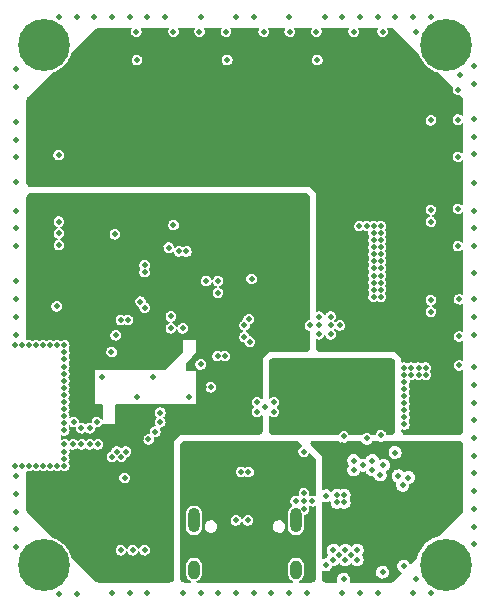
<source format=gbr>
G04 #@! TF.GenerationSoftware,KiCad,Pcbnew,(5.99.0-7554-g937713dbbc)*
G04 #@! TF.CreationDate,2020-12-16T08:12:25+03:00*
G04 #@! TF.ProjectId,BioniX,42696f6e-6958-42e6-9b69-6361645f7063,rev?*
G04 #@! TF.SameCoordinates,PX6422c40PY5a995c0*
G04 #@! TF.FileFunction,Copper,L3,Inr*
G04 #@! TF.FilePolarity,Positive*
%FSLAX46Y46*%
G04 Gerber Fmt 4.6, Leading zero omitted, Abs format (unit mm)*
G04 Created by KiCad (PCBNEW (5.99.0-7554-g937713dbbc)) date 2020-12-16 08:12:25*
%MOMM*%
%LPD*%
G01*
G04 APERTURE LIST*
G04 #@! TA.AperFunction,ComponentPad*
%ADD10C,0.500000*%
G04 #@! TD*
G04 #@! TA.AperFunction,ComponentPad*
%ADD11O,1.000000X2.100000*%
G04 #@! TD*
G04 #@! TA.AperFunction,ComponentPad*
%ADD12O,1.000000X1.600000*%
G04 #@! TD*
G04 #@! TA.AperFunction,ComponentPad*
%ADD13C,0.700000*%
G04 #@! TD*
G04 #@! TA.AperFunction,ComponentPad*
%ADD14C,4.400000*%
G04 #@! TD*
G04 #@! TA.AperFunction,ViaPad*
%ADD15C,0.500000*%
G04 #@! TD*
G04 APERTURE END LIST*
D10*
G04 #@! TO.N,GND*
G04 #@! TO.C,U1*
X13730000Y24040000D03*
X17730000Y26040000D03*
X13730000Y23040000D03*
X16730000Y27040000D03*
X14730000Y23040000D03*
X17730000Y27040000D03*
G04 #@! TD*
G04 #@! TO.N,GND*
G04 #@! TO.C,U4*
X21730000Y16370000D03*
X22430000Y15970000D03*
X21030000Y15970000D03*
X21030000Y16770000D03*
X22430000Y16770000D03*
G04 #@! TD*
G04 #@! TO.N,GND*
G04 #@! TO.C,U3*
X30800000Y11840000D03*
X30800000Y11040000D03*
X30000000Y11440000D03*
X29200000Y11040000D03*
X29200000Y11840000D03*
G04 #@! TD*
D11*
G04 #@! TO.N,GND*
G04 #@! TO.C,J1*
X15680000Y6780000D03*
X24320000Y6780000D03*
D12*
X15680000Y2600000D03*
X24320000Y2600000D03*
G04 #@! TD*
D13*
G04 #@! TO.N,*
G04 #@! TO.C,H4*
X38650000Y47000000D03*
X38166726Y48166726D03*
X35833274Y45833274D03*
X37000000Y45350000D03*
X38166726Y45833274D03*
D14*
X37000000Y47000000D03*
D13*
X35350000Y47000000D03*
X35833274Y48166726D03*
X37000000Y48650000D03*
G04 #@! TD*
G04 #@! TO.N,*
G04 #@! TO.C,H1*
X4650000Y3000000D03*
X3000000Y1350000D03*
X3000000Y4650000D03*
D14*
X3000000Y3000000D03*
D13*
X4166726Y4166726D03*
X4166726Y1833274D03*
X1833274Y1833274D03*
X1350000Y3000000D03*
X1833274Y4166726D03*
G04 #@! TD*
G04 #@! TO.N,*
G04 #@! TO.C,H2*
X35833274Y4166726D03*
X35350000Y3000000D03*
X35833274Y1833274D03*
X38166726Y1833274D03*
X38166726Y4166726D03*
X38650000Y3000000D03*
X37000000Y1350000D03*
X37000000Y4650000D03*
D14*
X37000000Y3000000D03*
G04 #@! TD*
D13*
G04 #@! TO.N,*
G04 #@! TO.C,H3*
X1350000Y47000000D03*
X4166726Y45833274D03*
X4166726Y48166726D03*
X3000000Y45350000D03*
X3000000Y48650000D03*
X1833274Y45833274D03*
X1833274Y48166726D03*
X4650000Y47000000D03*
D14*
X3000000Y47000000D03*
G04 #@! TD*
D10*
G04 #@! TO.N,GND*
G04 #@! TO.C,U5*
X25514999Y23280000D03*
X26264999Y22530000D03*
X26264999Y24030000D03*
X27264999Y24030000D03*
X28014999Y23280000D03*
X26264999Y23280000D03*
X27264999Y23280000D03*
X27264999Y22530000D03*
G04 #@! TD*
D15*
G04 #@! TO.N,GND*
X4050000Y24900000D03*
X10900000Y17200000D03*
X7900000Y18950000D03*
X15250000Y17200000D03*
X12250000Y18900000D03*
X35760000Y40640000D03*
X4240000Y37700000D03*
X10870000Y45760000D03*
X18500000Y45750000D03*
X26125000Y45750000D03*
X13950000Y31775000D03*
G04 #@! TO.N,6V*
X4250000Y40700000D03*
X4250000Y39700000D03*
X3850000Y40200000D03*
X12875000Y45750000D03*
X13375000Y46150000D03*
X13875000Y45750000D03*
X21500000Y45750000D03*
X21000000Y46150000D03*
X20500000Y45750000D03*
X28625000Y46150000D03*
X28125000Y45750000D03*
X29125000Y45750000D03*
X36150000Y38125000D03*
X35750000Y38625000D03*
X35750000Y37625000D03*
G04 #@! TO.N,GND*
X10800000Y48150000D03*
X13950000Y48150000D03*
X16150000Y48150000D03*
X18400000Y48150000D03*
X21600000Y48150000D03*
X23800000Y48150000D03*
X26050000Y48150000D03*
X29200000Y48150000D03*
X31650000Y48150000D03*
X600000Y45000000D03*
X600000Y43500000D03*
X34450000Y48150000D03*
X38050000Y43250000D03*
X38050000Y40700000D03*
X38050000Y37550000D03*
X39400000Y45250000D03*
X39400000Y43750000D03*
X10250000Y49400000D03*
X11750000Y49400000D03*
X28250000Y49400000D03*
X29750000Y49400000D03*
X33500000Y14900000D03*
X34700000Y19700000D03*
X12830000Y15090000D03*
X33500000Y16100000D03*
X600000Y40500000D03*
X34250000Y600000D03*
X30900000Y25700000D03*
X29500000Y3450000D03*
X6850000Y14580000D03*
X30900000Y28700000D03*
X10250000Y600000D03*
X35750000Y49400000D03*
X16250000Y19975000D03*
X600000Y33000000D03*
X33500000Y17900000D03*
X4100000Y11400000D03*
X1700000Y21600000D03*
X500000Y21600000D03*
X4700000Y19200000D03*
X39400000Y40750000D03*
X33500000Y18500000D03*
X4700000Y15000000D03*
X11750000Y600000D03*
X11830000Y13640000D03*
X39400000Y25500000D03*
X19250000Y600000D03*
X600000Y27000000D03*
X7250000Y49400000D03*
X31500000Y29900000D03*
X25000000Y9100000D03*
X31500000Y27500000D03*
X4250000Y49400000D03*
X35300000Y19100000D03*
X31500000Y25700000D03*
X33500000Y17300000D03*
X35750000Y25430000D03*
X4700000Y19800000D03*
X6850000Y13200000D03*
X34700000Y19100000D03*
X31650000Y2400000D03*
X39400000Y37750000D03*
X9050000Y22450000D03*
X38150000Y19900000D03*
X31500000Y31100000D03*
X5750000Y49400000D03*
X16250000Y49400000D03*
X23750000Y49400000D03*
X600000Y25500000D03*
X33500000Y16700000D03*
X2900000Y11400000D03*
X28400000Y8900000D03*
X4700000Y12000000D03*
X39400000Y9250000D03*
X25700000Y8400000D03*
X17750000Y600000D03*
X20560000Y27220000D03*
X8700000Y21040000D03*
X4700000Y21600000D03*
X4700000Y18600000D03*
X17100000Y18050000D03*
X30900000Y29900000D03*
X7470000Y15110000D03*
X8750000Y49400000D03*
X4700000Y20400000D03*
X28400000Y8300000D03*
X39400000Y6250000D03*
X33500000Y15500000D03*
X600000Y37500000D03*
X1700000Y11400000D03*
X31500000Y28100000D03*
X35750000Y600000D03*
X30900000Y27500000D03*
X39400000Y7750000D03*
X30900000Y30500000D03*
X9810000Y10380000D03*
X33500000Y19700000D03*
X39400000Y33000000D03*
X6150000Y14580000D03*
X600000Y10500000D03*
X600000Y39000000D03*
X600000Y35390000D03*
X38050000Y30000000D03*
X39400000Y19750000D03*
X23750000Y600000D03*
X29500000Y4250000D03*
X39400000Y12250000D03*
X5750000Y500000D03*
X14750000Y600000D03*
X39400000Y39250000D03*
X4700000Y12600000D03*
X38200000Y44500000D03*
X30900000Y31100000D03*
X28500000Y4250000D03*
X39400000Y13750000D03*
X31530000Y13990000D03*
X33350000Y9750000D03*
X32750000Y49400000D03*
X38150000Y22350000D03*
X1100000Y11400000D03*
X2900000Y21600000D03*
X31500000Y26900000D03*
X31500000Y26300000D03*
X30300000Y31700000D03*
X31500000Y31700000D03*
X31500000Y29300000D03*
X30900000Y29300000D03*
X39400000Y35350000D03*
X600000Y31500000D03*
X600000Y7500000D03*
X28250000Y600000D03*
X4700000Y14400000D03*
X33850000Y10400000D03*
X4700000Y21000000D03*
X1100000Y21600000D03*
X39400000Y31500000D03*
X3500000Y21600000D03*
X28000000Y3850000D03*
X25000000Y8400000D03*
X29750000Y600000D03*
X33450000Y2900000D03*
X2300000Y21600000D03*
X600000Y6000000D03*
X31450000Y10640000D03*
X31250000Y49400000D03*
X4700000Y11400000D03*
X3500000Y11400000D03*
X34500000Y1800000D03*
X39400000Y27750000D03*
X4700000Y17400000D03*
X5530000Y15110000D03*
X4700000Y16200000D03*
X600000Y9000000D03*
X19250000Y49400000D03*
X34100000Y19100000D03*
X33500000Y19100000D03*
X600000Y22500000D03*
X27500000Y3450000D03*
X39400000Y10750000D03*
X12830000Y15900000D03*
X20750000Y49400000D03*
X34250000Y49400000D03*
X6150000Y13200000D03*
X32720000Y12510000D03*
X26750000Y49400000D03*
X30900000Y31700000D03*
X25000000Y7700000D03*
X39400000Y22500000D03*
X39400000Y24000000D03*
X38050000Y33150000D03*
X4700000Y16800000D03*
X31250000Y600000D03*
X26850000Y3000000D03*
X28350000Y1800000D03*
X8750000Y600000D03*
X27800000Y8300000D03*
X500000Y11400000D03*
X35760000Y33070000D03*
X29700000Y31700000D03*
X28500000Y3450000D03*
X13250000Y49400000D03*
X12410000Y14290000D03*
X39400000Y15250000D03*
X2300000Y11400000D03*
X16250000Y600000D03*
X34100000Y19700000D03*
X31500000Y30500000D03*
X30900000Y26900000D03*
X4700000Y13200000D03*
X5450000Y13200000D03*
X22250000Y600000D03*
X27800000Y8900000D03*
X4700000Y15600000D03*
X8990000Y31000000D03*
X30900000Y26300000D03*
X30900000Y28100000D03*
X4700000Y18000000D03*
X24300000Y8400000D03*
X26850000Y8850000D03*
X27500000Y4250000D03*
X4250000Y500000D03*
X25250000Y600000D03*
X7550000Y13200000D03*
X600000Y4500000D03*
X38150000Y25500000D03*
X4100000Y21600000D03*
X11500000Y4250000D03*
X600000Y24000000D03*
X39400000Y16750000D03*
X29000000Y3850000D03*
X39400000Y30000000D03*
X4250000Y30082157D03*
X35300000Y19700000D03*
X600000Y30000000D03*
X39400000Y4750000D03*
X20750000Y600000D03*
X31500000Y28700000D03*
X13550000Y29870000D03*
X39400000Y18250000D03*
G04 #@! TO.N,6V*
X28500000Y30500000D03*
X28500000Y29300000D03*
X27900000Y26300000D03*
X27900000Y28100000D03*
X27900000Y26900000D03*
X28500000Y25700000D03*
X27900000Y31700000D03*
X36260000Y17450000D03*
X28500000Y31100000D03*
X28500000Y31700000D03*
X35750000Y30057157D03*
X28500000Y28700000D03*
X27900000Y30500000D03*
X36150000Y22927157D03*
X28500000Y29900000D03*
X26700000Y31700000D03*
X27300000Y31700000D03*
X35750000Y31057157D03*
X36150000Y30557157D03*
X28500000Y26300000D03*
X27900000Y29300000D03*
X35750000Y23427157D03*
X27900000Y31100000D03*
X27900000Y29900000D03*
X28500000Y27500000D03*
X27900000Y25700000D03*
X28500000Y28100000D03*
X27900000Y28700000D03*
X28500000Y26900000D03*
X35750000Y22427157D03*
X27900000Y27500000D03*
G04 #@! TO.N,3.3V*
X18400000Y16000000D03*
X20050000Y15400000D03*
X6000000Y10390000D03*
X11240000Y15090000D03*
X18400000Y15400000D03*
X4250000Y33072157D03*
X10725000Y21450000D03*
X10875000Y22200000D03*
X9940000Y28130000D03*
X16500000Y18060000D03*
X3245000Y27181250D03*
X17800000Y15400000D03*
X20050000Y14800000D03*
X14290000Y31000000D03*
X4705000Y22681250D03*
X6325000Y25331250D03*
X20730000Y18420000D03*
X8700000Y24080000D03*
X12025000Y21825000D03*
X17800000Y16600000D03*
X12475000Y21400000D03*
X18400000Y14800000D03*
X20560000Y27860000D03*
X12910000Y29870000D03*
X8500000Y4250000D03*
X17800000Y16000000D03*
X5215000Y27181250D03*
X6325000Y24651250D03*
X11190000Y13640000D03*
X2125000Y25331250D03*
X17800000Y14800000D03*
G04 #@! TO.N,SDA*
X4250000Y32072157D03*
X10109301Y23730699D03*
G04 #@! TO.N,SCL*
X4250000Y31082157D03*
X9509300Y23729622D03*
G04 #@! TO.N,BAT_VOLT*
X19960000Y22290000D03*
X31720000Y11440000D03*
G04 #@! TO.N,VBAT*
X32600000Y8300000D03*
X27300000Y12930000D03*
X31500000Y3450000D03*
X32100000Y8700000D03*
X26750000Y12630000D03*
X26200000Y12930000D03*
X32000000Y3850000D03*
X30500000Y3450000D03*
X28240000Y13120000D03*
X32500000Y3450000D03*
X31600000Y9100000D03*
X31500000Y4250000D03*
X32500000Y4250000D03*
X31000000Y3850000D03*
X26770000Y13280000D03*
X32600000Y9100000D03*
X31600000Y8300000D03*
X30500000Y4250000D03*
G04 #@! TO.N,VUSB*
X32980000Y10540000D03*
X24970000Y12600000D03*
X28349916Y13880000D03*
G04 #@! TO.N,SERVO_Y*
X20310000Y23790000D03*
X35750000Y32060000D03*
G04 #@! TO.N,SERVO_X*
X19960000Y23290000D03*
X35760000Y24430000D03*
G04 #@! TO.N,EMG_2*
X10500000Y4250000D03*
X18280003Y20690000D03*
G04 #@! TO.N,EMG_1*
X17680000Y20690000D03*
X9500000Y4250000D03*
G04 #@! TO.N,BAT_STAT*
X20406743Y21889472D03*
X30310000Y13730000D03*
G04 #@! TO.N,D-*
X15032433Y29539950D03*
X20300000Y10871290D03*
G04 #@! TO.N,D+*
X19700000Y10871290D03*
X14432433Y29539950D03*
G04 #@! TO.N,BT_TX*
X9540000Y12150000D03*
X11500000Y24790000D03*
G04 #@! TO.N,BT_RX*
X9940000Y12600000D03*
X11160000Y25290000D03*
G04 #@! TO.N,Net-(J1-PadA7)*
X20252157Y6770000D03*
X19250000Y6770000D03*
G04 #@! TO.N,VBUS*
X32200000Y19100000D03*
X30400000Y17300000D03*
X30400000Y19100000D03*
X30400000Y19700000D03*
X30400000Y18500000D03*
X24900000Y14900000D03*
X30400000Y14900000D03*
X23200000Y18400000D03*
X26700000Y14300000D03*
X31000000Y19100000D03*
X30400000Y16100000D03*
X31000000Y19700000D03*
X30400000Y17900000D03*
X24900000Y15500000D03*
X30400000Y16700000D03*
X23200000Y17800000D03*
X32200000Y19700000D03*
X25500000Y14300000D03*
X24900000Y14300000D03*
X23300000Y15000000D03*
X31600000Y19100000D03*
X31600000Y19700000D03*
X22600000Y18400000D03*
X30400000Y15500000D03*
X26100000Y14300000D03*
G04 #@! TO.N,BT_2*
X11500000Y27790000D03*
X9140000Y12600000D03*
G04 #@! TO.N,BT_1*
X11500000Y28390000D03*
X8740000Y12150000D03*
G04 #@! TO.N,Net-(F1-Pad1)*
X17550000Y8750000D03*
X22260000Y6710000D03*
X17900000Y6550000D03*
X22450000Y8750000D03*
G04 #@! TD*
G04 #@! TA.AperFunction,Conductor*
G04 #@! TO.N,Net-(F1-Pad1)*
G36*
X24382884Y13498578D02*
G01*
X24439131Y13487390D01*
X24476104Y13480036D01*
X24502779Y13468987D01*
X24581807Y13416182D01*
X24593021Y13406979D01*
X24851461Y13148539D01*
X24872853Y13102663D01*
X24859752Y13053768D01*
X24825835Y13027198D01*
X24744319Y12995662D01*
X24739972Y12992235D01*
X24642299Y12915236D01*
X24642297Y12915234D01*
X24637955Y12911811D01*
X24560948Y12800392D01*
X24559282Y12795124D01*
X24559281Y12795122D01*
X24521775Y12676528D01*
X24520108Y12671256D01*
X24519044Y12535819D01*
X24557851Y12406058D01*
X24560924Y12401459D01*
X24599962Y12343035D01*
X24633098Y12293443D01*
X24738132Y12207932D01*
X24863666Y12157086D01*
X24923730Y12151884D01*
X24993089Y12145876D01*
X24993092Y12145876D01*
X24998601Y12145399D01*
X25131008Y12173905D01*
X25135835Y12176608D01*
X25244357Y12237383D01*
X25244360Y12237385D01*
X25249179Y12240084D01*
X25304469Y12298043D01*
X25338849Y12334082D01*
X25338851Y12334085D01*
X25342667Y12338085D01*
X25403133Y12459097D01*
X25439879Y12493908D01*
X25490407Y12496954D01*
X25521654Y12478346D01*
X25906979Y12093021D01*
X25916182Y12081807D01*
X25968987Y12002779D01*
X25980036Y11976103D01*
X25998578Y11882884D01*
X26000000Y11868448D01*
X26000000Y8875217D01*
X25982687Y8827651D01*
X25938850Y8802341D01*
X25888833Y8811228D01*
X25872467Y8820734D01*
X25872462Y8820736D01*
X25867681Y8823513D01*
X25862294Y8824762D01*
X25862293Y8824762D01*
X25741127Y8852847D01*
X25741126Y8852847D01*
X25735738Y8854096D01*
X25656481Y8848484D01*
X25606156Y8844921D01*
X25606155Y8844921D01*
X25600636Y8844530D01*
X25595474Y8842533D01*
X25500423Y8805761D01*
X25449814Y8804745D01*
X25410392Y8836498D01*
X25400604Y8886161D01*
X25407525Y8907848D01*
X25433206Y8959243D01*
X25434113Y8964692D01*
X25434114Y8964695D01*
X25454967Y9089981D01*
X25455444Y9092845D01*
X25455500Y9100000D01*
X25435364Y9233935D01*
X25376735Y9356029D01*
X25372982Y9360089D01*
X25372980Y9360092D01*
X25288553Y9451424D01*
X25288552Y9451424D01*
X25284798Y9455486D01*
X25167681Y9523513D01*
X25162294Y9524762D01*
X25162293Y9524762D01*
X25041127Y9552847D01*
X25041126Y9552847D01*
X25035738Y9554096D01*
X24956481Y9548484D01*
X24906156Y9544921D01*
X24906155Y9544921D01*
X24900636Y9544530D01*
X24774319Y9495662D01*
X24769972Y9492235D01*
X24672299Y9415236D01*
X24672297Y9415234D01*
X24667955Y9411811D01*
X24664811Y9407262D01*
X24664810Y9407261D01*
X24629401Y9356029D01*
X24590948Y9300392D01*
X24589282Y9295124D01*
X24589281Y9295122D01*
X24568201Y9228466D01*
X24550108Y9171256D01*
X24549044Y9035819D01*
X24586827Y8909482D01*
X24586827Y8909481D01*
X24587851Y8906058D01*
X24587158Y8905851D01*
X24591338Y8859920D01*
X24562450Y8818354D01*
X24513602Y8805081D01*
X24482626Y8814833D01*
X24472467Y8820734D01*
X24472462Y8820736D01*
X24467681Y8823513D01*
X24462294Y8824762D01*
X24462293Y8824762D01*
X24341127Y8852847D01*
X24341126Y8852847D01*
X24335738Y8854096D01*
X24256481Y8848484D01*
X24206156Y8844921D01*
X24206155Y8844921D01*
X24200636Y8844530D01*
X24074319Y8795662D01*
X24069972Y8792235D01*
X23972299Y8715236D01*
X23972297Y8715234D01*
X23967955Y8711811D01*
X23890948Y8600392D01*
X23889282Y8595124D01*
X23889281Y8595122D01*
X23851775Y8476528D01*
X23850108Y8471256D01*
X23849044Y8335819D01*
X23887851Y8206058D01*
X23963098Y8093443D01*
X23967387Y8089952D01*
X23967388Y8089950D01*
X23995366Y8067173D01*
X24021323Y8023716D01*
X24013274Y7973741D01*
X23982587Y7944029D01*
X23927415Y7915552D01*
X23927412Y7915550D01*
X23923450Y7913505D01*
X23920092Y7910576D01*
X23920091Y7910575D01*
X23837953Y7838921D01*
X23795711Y7802071D01*
X23793143Y7798417D01*
X23793142Y7798416D01*
X23716933Y7689981D01*
X23698240Y7663384D01*
X23696618Y7659225D01*
X23696618Y7659224D01*
X23657638Y7559243D01*
X23636665Y7505450D01*
X23636083Y7501026D01*
X23636082Y7501024D01*
X23628448Y7443035D01*
X23619500Y7375069D01*
X23619501Y6188683D01*
X23619769Y6186470D01*
X23619769Y6186467D01*
X23634330Y6066144D01*
X23634866Y6061715D01*
X23643040Y6040083D01*
X23689554Y5916987D01*
X23694784Y5903145D01*
X23729298Y5852927D01*
X23781028Y5777660D01*
X23790798Y5763444D01*
X23794134Y5760472D01*
X23914029Y5653649D01*
X23914031Y5653647D01*
X23917363Y5650679D01*
X24067172Y5571359D01*
X24149375Y5550711D01*
X24227253Y5531149D01*
X24227256Y5531149D01*
X24231578Y5530063D01*
X24318821Y5529606D01*
X24396630Y5529199D01*
X24396633Y5529199D01*
X24401088Y5529176D01*
X24405423Y5530217D01*
X24405425Y5530217D01*
X24491368Y5550850D01*
X24565918Y5568748D01*
X24716550Y5646495D01*
X24844289Y5757928D01*
X24848166Y5763444D01*
X24939193Y5892962D01*
X24939194Y5892964D01*
X24941760Y5896615D01*
X25003335Y6054549D01*
X25004279Y6061715D01*
X25015816Y6149348D01*
X25020500Y6184930D01*
X25020500Y7183891D01*
X25037813Y7231457D01*
X25078925Y7256233D01*
X25155597Y7272740D01*
X25161008Y7273905D01*
X25165835Y7276608D01*
X25274357Y7337383D01*
X25274360Y7337385D01*
X25279179Y7340084D01*
X25282994Y7344083D01*
X25368849Y7434082D01*
X25368851Y7434085D01*
X25372667Y7438085D01*
X25433206Y7559243D01*
X25434113Y7564692D01*
X25434114Y7564695D01*
X25454967Y7689981D01*
X25455444Y7692845D01*
X25455500Y7700000D01*
X25435364Y7833935D01*
X25406524Y7893994D01*
X25401541Y7944367D01*
X25430102Y7986159D01*
X25478845Y7999814D01*
X25501013Y7994614D01*
X25593666Y7957086D01*
X25653730Y7951884D01*
X25723089Y7945876D01*
X25723092Y7945876D01*
X25728601Y7945399D01*
X25861008Y7973905D01*
X25889842Y7990053D01*
X25939802Y7998189D01*
X25983305Y7972308D01*
X26000000Y7925488D01*
X26000000Y1881552D01*
X25998578Y1867116D01*
X25980036Y1773897D01*
X25968987Y1747222D01*
X25950415Y1719426D01*
X25916182Y1668193D01*
X25906979Y1656979D01*
X25843021Y1593021D01*
X25831807Y1583818D01*
X25752779Y1531013D01*
X25726104Y1519964D01*
X25689131Y1512610D01*
X25632884Y1501422D01*
X25618448Y1500000D01*
X24601815Y1500000D01*
X24554249Y1517313D01*
X24528939Y1561150D01*
X24537729Y1611000D01*
X24567875Y1639758D01*
X24712588Y1714450D01*
X24716550Y1716495D01*
X24844289Y1827928D01*
X24848166Y1833444D01*
X24939193Y1962962D01*
X24939194Y1962964D01*
X24941760Y1966615D01*
X25003335Y2124549D01*
X25004279Y2131715D01*
X25020183Y2252523D01*
X25020500Y2254930D01*
X25020500Y2941317D01*
X25005135Y3068285D01*
X24945217Y3226855D01*
X24849203Y3366556D01*
X24845871Y3369525D01*
X24845868Y3369528D01*
X24725971Y3476351D01*
X24725969Y3476353D01*
X24722637Y3479321D01*
X24572828Y3558641D01*
X24490625Y3579289D01*
X24412747Y3598851D01*
X24412744Y3598851D01*
X24408422Y3599937D01*
X24321179Y3600394D01*
X24243370Y3600801D01*
X24243367Y3600801D01*
X24238912Y3600824D01*
X24234577Y3599783D01*
X24234575Y3599783D01*
X24148632Y3579150D01*
X24074082Y3561252D01*
X23923450Y3483505D01*
X23795711Y3372071D01*
X23698240Y3233384D01*
X23636665Y3075450D01*
X23636083Y3071026D01*
X23636082Y3071024D01*
X23624184Y2980651D01*
X23619500Y2945069D01*
X23619500Y2258683D01*
X23634865Y2131715D01*
X23694783Y1973145D01*
X23697309Y1969470D01*
X23767656Y1867116D01*
X23790798Y1833444D01*
X23794134Y1830472D01*
X23914029Y1723649D01*
X23914031Y1723647D01*
X23917363Y1720679D01*
X24067172Y1641359D01*
X24066852Y1640754D01*
X24102373Y1609876D01*
X24110291Y1559880D01*
X24084221Y1516491D01*
X24037651Y1500000D01*
X15961815Y1500000D01*
X15914249Y1517313D01*
X15888939Y1561150D01*
X15897729Y1611000D01*
X15927875Y1639758D01*
X16072588Y1714450D01*
X16076550Y1716495D01*
X16204289Y1827928D01*
X16208166Y1833444D01*
X16299193Y1962962D01*
X16299194Y1962964D01*
X16301760Y1966615D01*
X16363335Y2124549D01*
X16364279Y2131715D01*
X16380183Y2252523D01*
X16380500Y2254930D01*
X16380500Y2941317D01*
X16365135Y3068285D01*
X16305217Y3226855D01*
X16209203Y3366556D01*
X16205871Y3369525D01*
X16205868Y3369528D01*
X16085971Y3476351D01*
X16085969Y3476353D01*
X16082637Y3479321D01*
X15932828Y3558641D01*
X15850625Y3579289D01*
X15772747Y3598851D01*
X15772744Y3598851D01*
X15768422Y3599937D01*
X15681179Y3600394D01*
X15603370Y3600801D01*
X15603367Y3600801D01*
X15598912Y3600824D01*
X15594577Y3599783D01*
X15594575Y3599783D01*
X15508632Y3579150D01*
X15434082Y3561252D01*
X15283450Y3483505D01*
X15155711Y3372071D01*
X15058240Y3233384D01*
X14996665Y3075450D01*
X14996083Y3071026D01*
X14996082Y3071024D01*
X14984184Y2980651D01*
X14979500Y2945069D01*
X14979500Y2258683D01*
X14994865Y2131715D01*
X15054783Y1973145D01*
X15057309Y1969470D01*
X15127656Y1867116D01*
X15150798Y1833444D01*
X15154134Y1830472D01*
X15274029Y1723649D01*
X15274031Y1723647D01*
X15277363Y1720679D01*
X15427172Y1641359D01*
X15426852Y1640754D01*
X15462373Y1609876D01*
X15470291Y1559880D01*
X15444221Y1516491D01*
X15397651Y1500000D01*
X14881552Y1500000D01*
X14867116Y1501422D01*
X14810869Y1512610D01*
X14773896Y1519964D01*
X14747221Y1531013D01*
X14668193Y1583818D01*
X14656979Y1593021D01*
X14593021Y1656979D01*
X14583818Y1668193D01*
X14549585Y1719426D01*
X14531013Y1747222D01*
X14519964Y1773897D01*
X14501422Y1867116D01*
X14500000Y1881552D01*
X14500000Y7375069D01*
X14979500Y7375069D01*
X14979501Y6188683D01*
X14979769Y6186470D01*
X14979769Y6186467D01*
X14994330Y6066144D01*
X14994866Y6061715D01*
X15003040Y6040083D01*
X15049554Y5916987D01*
X15054784Y5903145D01*
X15089298Y5852927D01*
X15141028Y5777660D01*
X15150798Y5763444D01*
X15154134Y5760472D01*
X15274029Y5653649D01*
X15274031Y5653647D01*
X15277363Y5650679D01*
X15427172Y5571359D01*
X15509375Y5550711D01*
X15587253Y5531149D01*
X15587256Y5531149D01*
X15591578Y5530063D01*
X15678821Y5529606D01*
X15756630Y5529199D01*
X15756633Y5529199D01*
X15761088Y5529176D01*
X15765423Y5530217D01*
X15765425Y5530217D01*
X15851368Y5550850D01*
X15925918Y5568748D01*
X16076550Y5646495D01*
X16204289Y5757928D01*
X16208166Y5763444D01*
X16299193Y5892962D01*
X16299194Y5892964D01*
X16301760Y5896615D01*
X16363335Y6054549D01*
X16364279Y6061715D01*
X16375816Y6149348D01*
X16380313Y6183511D01*
X16583683Y6183511D01*
X16584989Y6178637D01*
X16619646Y6049295D01*
X16619647Y6049291D01*
X16620952Y6044423D01*
X16694251Y5920481D01*
X16798180Y5820816D01*
X16802623Y5818434D01*
X16802624Y5818433D01*
X16920640Y5755154D01*
X16920642Y5755153D01*
X16925083Y5752772D01*
X17065609Y5721361D01*
X17145919Y5725570D01*
X17204372Y5728633D01*
X17204373Y5728633D01*
X17209406Y5728897D01*
X17214183Y5730505D01*
X17214185Y5730505D01*
X17254976Y5744233D01*
X17345879Y5774825D01*
X17418688Y5824306D01*
X17460803Y5852927D01*
X17460805Y5852929D01*
X17464974Y5855762D01*
X17468226Y5859611D01*
X17468229Y5859613D01*
X17554664Y5961896D01*
X17557916Y5965744D01*
X17617858Y6096669D01*
X17630841Y6178637D01*
X17631612Y6183511D01*
X22363683Y6183511D01*
X22364989Y6178637D01*
X22399646Y6049295D01*
X22399647Y6049291D01*
X22400952Y6044423D01*
X22474251Y5920481D01*
X22578180Y5820816D01*
X22582623Y5818434D01*
X22582624Y5818433D01*
X22700640Y5755154D01*
X22700642Y5755153D01*
X22705083Y5752772D01*
X22845609Y5721361D01*
X22925919Y5725570D01*
X22984372Y5728633D01*
X22984373Y5728633D01*
X22989406Y5728897D01*
X22994183Y5730505D01*
X22994185Y5730505D01*
X23034976Y5744233D01*
X23125879Y5774825D01*
X23198688Y5824306D01*
X23240803Y5852927D01*
X23240805Y5852929D01*
X23244974Y5855762D01*
X23248226Y5859611D01*
X23248229Y5859613D01*
X23334664Y5961896D01*
X23337916Y5965744D01*
X23397858Y6096669D01*
X23410841Y6178637D01*
X23419959Y6236204D01*
X23419959Y6236210D01*
X23420384Y6238890D01*
X23420500Y6250000D01*
X23400958Y6392662D01*
X23343771Y6524813D01*
X23289712Y6591570D01*
X23256326Y6632799D01*
X23256324Y6632801D01*
X23253152Y6636718D01*
X23135779Y6720131D01*
X23131032Y6721840D01*
X23131030Y6721841D01*
X23005047Y6767197D01*
X23005046Y6767197D01*
X23000297Y6768907D01*
X22995265Y6769277D01*
X22995263Y6769277D01*
X22935356Y6773676D01*
X22856690Y6779453D01*
X22851746Y6778456D01*
X22851744Y6778456D01*
X22720485Y6751990D01*
X22720484Y6751990D01*
X22715536Y6750992D01*
X22587236Y6685620D01*
X22481243Y6588153D01*
X22405364Y6465774D01*
X22365191Y6327497D01*
X22363683Y6183511D01*
X17631612Y6183511D01*
X17639959Y6236204D01*
X17639959Y6236210D01*
X17640384Y6238890D01*
X17640500Y6250000D01*
X17620958Y6392662D01*
X17563771Y6524813D01*
X17509712Y6591570D01*
X17476326Y6632799D01*
X17476324Y6632801D01*
X17473152Y6636718D01*
X17375918Y6705819D01*
X18799044Y6705819D01*
X18837851Y6576058D01*
X18840924Y6571459D01*
X18908677Y6470060D01*
X18913098Y6463443D01*
X19018132Y6377932D01*
X19143666Y6327086D01*
X19197146Y6322454D01*
X19273089Y6315876D01*
X19273092Y6315876D01*
X19278601Y6315399D01*
X19411008Y6343905D01*
X19415835Y6346608D01*
X19524357Y6407383D01*
X19524360Y6407385D01*
X19529179Y6410084D01*
X19576749Y6459950D01*
X19618849Y6504082D01*
X19618851Y6504085D01*
X19622667Y6508085D01*
X19683206Y6629243D01*
X19683635Y6631823D01*
X19714022Y6670710D01*
X19763535Y6681231D01*
X19808228Y6657464D01*
X19824128Y6629158D01*
X19840008Y6576058D01*
X19843081Y6571459D01*
X19910834Y6470060D01*
X19915255Y6463443D01*
X20020289Y6377932D01*
X20145823Y6327086D01*
X20199303Y6322454D01*
X20275246Y6315876D01*
X20275249Y6315876D01*
X20280758Y6315399D01*
X20413165Y6343905D01*
X20417992Y6346608D01*
X20526514Y6407383D01*
X20526517Y6407385D01*
X20531336Y6410084D01*
X20578906Y6459950D01*
X20621006Y6504082D01*
X20621008Y6504085D01*
X20624824Y6508085D01*
X20685363Y6629243D01*
X20686270Y6634692D01*
X20686271Y6634695D01*
X20707124Y6759981D01*
X20707601Y6762845D01*
X20707657Y6770000D01*
X20706292Y6779083D01*
X20688343Y6898466D01*
X20687521Y6903935D01*
X20628892Y7026029D01*
X20625139Y7030089D01*
X20625137Y7030092D01*
X20540710Y7121424D01*
X20540709Y7121424D01*
X20536955Y7125486D01*
X20419838Y7193513D01*
X20414451Y7194762D01*
X20414450Y7194762D01*
X20293284Y7222847D01*
X20293283Y7222847D01*
X20287895Y7224096D01*
X20208638Y7218484D01*
X20158313Y7214921D01*
X20158312Y7214921D01*
X20152793Y7214530D01*
X20026476Y7165662D01*
X20022129Y7162235D01*
X19924456Y7085236D01*
X19924454Y7085234D01*
X19920112Y7081811D01*
X19916968Y7077262D01*
X19916967Y7077261D01*
X19881558Y7026029D01*
X19843105Y6970392D01*
X19841438Y6965122D01*
X19841438Y6965121D01*
X19823877Y6909594D01*
X19793027Y6869462D01*
X19743598Y6858550D01*
X19698719Y6881962D01*
X19685978Y6904230D01*
X19685364Y6903935D01*
X19655982Y6965122D01*
X19626735Y7026029D01*
X19622982Y7030089D01*
X19622980Y7030092D01*
X19538553Y7121424D01*
X19538552Y7121424D01*
X19534798Y7125486D01*
X19417681Y7193513D01*
X19412294Y7194762D01*
X19412293Y7194762D01*
X19291127Y7222847D01*
X19291126Y7222847D01*
X19285738Y7224096D01*
X19206481Y7218484D01*
X19156156Y7214921D01*
X19156155Y7214921D01*
X19150636Y7214530D01*
X19024319Y7165662D01*
X19019972Y7162235D01*
X18922299Y7085236D01*
X18922297Y7085234D01*
X18917955Y7081811D01*
X18914811Y7077262D01*
X18914810Y7077261D01*
X18879401Y7026029D01*
X18840948Y6970392D01*
X18839282Y6965124D01*
X18839281Y6965122D01*
X18809028Y6869462D01*
X18800108Y6841256D01*
X18799044Y6705819D01*
X17375918Y6705819D01*
X17355779Y6720131D01*
X17351032Y6721840D01*
X17351030Y6721841D01*
X17225047Y6767197D01*
X17225046Y6767197D01*
X17220297Y6768907D01*
X17215265Y6769277D01*
X17215263Y6769277D01*
X17155356Y6773676D01*
X17076690Y6779453D01*
X17071746Y6778456D01*
X17071744Y6778456D01*
X16940485Y6751990D01*
X16940484Y6751990D01*
X16935536Y6750992D01*
X16807236Y6685620D01*
X16701243Y6588153D01*
X16625364Y6465774D01*
X16585191Y6327497D01*
X16583683Y6183511D01*
X16380313Y6183511D01*
X16380500Y6184930D01*
X16380500Y7371317D01*
X16365135Y7498285D01*
X16305217Y7656855D01*
X16209203Y7796556D01*
X16205871Y7799525D01*
X16205868Y7799528D01*
X16085971Y7906351D01*
X16085969Y7906353D01*
X16082637Y7909321D01*
X15960969Y7973741D01*
X15936770Y7986554D01*
X15936769Y7986554D01*
X15932828Y7988641D01*
X15840585Y8011811D01*
X15772747Y8028851D01*
X15772744Y8028851D01*
X15768422Y8029937D01*
X15681179Y8030394D01*
X15603370Y8030801D01*
X15603367Y8030801D01*
X15598912Y8030824D01*
X15594577Y8029783D01*
X15594575Y8029783D01*
X15519717Y8011811D01*
X15434082Y7991252D01*
X15283450Y7913505D01*
X15280092Y7910576D01*
X15280091Y7910575D01*
X15197953Y7838921D01*
X15155711Y7802071D01*
X15153143Y7798417D01*
X15153142Y7798416D01*
X15076933Y7689981D01*
X15058240Y7663384D01*
X15056618Y7659225D01*
X15056618Y7659224D01*
X15017638Y7559243D01*
X14996665Y7505450D01*
X14996083Y7501026D01*
X14996082Y7501024D01*
X14988448Y7443035D01*
X14979500Y7375069D01*
X14500000Y7375069D01*
X14500000Y10807109D01*
X19249044Y10807109D01*
X19287851Y10677348D01*
X19290924Y10672749D01*
X19329962Y10614325D01*
X19363098Y10564733D01*
X19468132Y10479222D01*
X19593666Y10428376D01*
X19653730Y10423174D01*
X19723089Y10417166D01*
X19723092Y10417166D01*
X19728601Y10416689D01*
X19861008Y10445195D01*
X19964605Y10503212D01*
X20014565Y10511348D01*
X20047483Y10496033D01*
X20068132Y10479222D01*
X20193666Y10428376D01*
X20253730Y10423174D01*
X20323089Y10417166D01*
X20323092Y10417166D01*
X20328601Y10416689D01*
X20461008Y10445195D01*
X20465835Y10447898D01*
X20574357Y10508673D01*
X20574360Y10508675D01*
X20579179Y10511374D01*
X20582994Y10515373D01*
X20668849Y10605372D01*
X20668851Y10605375D01*
X20672667Y10609375D01*
X20733206Y10730533D01*
X20734113Y10735982D01*
X20734114Y10735985D01*
X20754967Y10861271D01*
X20755444Y10864135D01*
X20755500Y10871290D01*
X20735364Y11005225D01*
X20676735Y11127319D01*
X20672982Y11131379D01*
X20672980Y11131382D01*
X20588553Y11222714D01*
X20588552Y11222714D01*
X20584798Y11226776D01*
X20467681Y11294803D01*
X20462294Y11296052D01*
X20462293Y11296052D01*
X20341127Y11324137D01*
X20341126Y11324137D01*
X20335738Y11325386D01*
X20256481Y11319774D01*
X20206156Y11316211D01*
X20206155Y11316211D01*
X20200636Y11315820D01*
X20074319Y11266952D01*
X20046491Y11245014D01*
X19998420Y11229164D01*
X19963512Y11239140D01*
X19921530Y11263525D01*
X19867681Y11294803D01*
X19862294Y11296052D01*
X19862293Y11296052D01*
X19741127Y11324137D01*
X19741126Y11324137D01*
X19735738Y11325386D01*
X19656481Y11319774D01*
X19606156Y11316211D01*
X19606155Y11316211D01*
X19600636Y11315820D01*
X19474319Y11266952D01*
X19469972Y11263525D01*
X19372299Y11186526D01*
X19372297Y11186524D01*
X19367955Y11183101D01*
X19364811Y11178552D01*
X19364810Y11178551D01*
X19329401Y11127319D01*
X19290948Y11071682D01*
X19289282Y11066414D01*
X19289281Y11066412D01*
X19268201Y10999756D01*
X19250108Y10942546D01*
X19249044Y10807109D01*
X14500000Y10807109D01*
X14500000Y13118448D01*
X14501422Y13132884D01*
X14519964Y13226103D01*
X14531013Y13252779D01*
X14583818Y13331807D01*
X14593021Y13343021D01*
X14656979Y13406979D01*
X14668193Y13416182D01*
X14747221Y13468987D01*
X14773896Y13480036D01*
X14810869Y13487390D01*
X14867116Y13498578D01*
X14881552Y13500000D01*
X24368448Y13500000D01*
X24382884Y13498578D01*
G37*
G04 #@! TD.AperFunction*
G04 #@! TD*
G04 #@! TA.AperFunction,Conductor*
G04 #@! TO.N,VBAT*
G36*
X27972493Y13479410D02*
G01*
X28019760Y13434082D01*
X28019763Y13434080D01*
X28023401Y13430591D01*
X28156284Y13359340D01*
X28211807Y13346929D01*
X28298514Y13327547D01*
X28298518Y13327547D01*
X28303433Y13326448D01*
X28394174Y13331203D01*
X28448972Y13334075D01*
X28448973Y13334075D01*
X28454006Y13334339D01*
X28458783Y13335947D01*
X28458785Y13335947D01*
X28592131Y13380823D01*
X28592133Y13380824D01*
X28596911Y13382432D01*
X28721618Y13467183D01*
X28727178Y13473763D01*
X28771101Y13498920D01*
X28783699Y13500000D01*
X29764410Y13500000D01*
X29811976Y13482687D01*
X29828105Y13463669D01*
X29844310Y13436268D01*
X29874658Y13384952D01*
X29898883Y13361721D01*
X29979844Y13284082D01*
X29979847Y13284080D01*
X29983485Y13280591D01*
X30116368Y13209340D01*
X30171891Y13196929D01*
X30258598Y13177547D01*
X30258602Y13177547D01*
X30263517Y13176448D01*
X30354258Y13181203D01*
X30409056Y13184075D01*
X30409057Y13184075D01*
X30414090Y13184339D01*
X30418867Y13185947D01*
X30418869Y13185947D01*
X30552215Y13230823D01*
X30552217Y13230824D01*
X30556995Y13232432D01*
X30627859Y13280591D01*
X30677531Y13314348D01*
X30677533Y13314350D01*
X30681702Y13317183D01*
X30684954Y13321032D01*
X30684957Y13321034D01*
X30775768Y13428495D01*
X30779024Y13432348D01*
X30790222Y13456806D01*
X30825762Y13492847D01*
X30857504Y13500000D01*
X31260598Y13500000D01*
X31295566Y13491217D01*
X31331924Y13471722D01*
X31331929Y13471720D01*
X31336368Y13469340D01*
X31391891Y13456929D01*
X31478598Y13437547D01*
X31478602Y13437547D01*
X31483517Y13436448D01*
X31574258Y13441203D01*
X31629056Y13444075D01*
X31629057Y13444075D01*
X31634090Y13444339D01*
X31638867Y13445947D01*
X31638869Y13445947D01*
X31772211Y13490822D01*
X31776995Y13492432D01*
X31777629Y13492863D01*
X31808057Y13500000D01*
X38159870Y13500000D01*
X38174306Y13498578D01*
X38203119Y13492847D01*
X38229258Y13487648D01*
X38255932Y13476599D01*
X38302519Y13445471D01*
X38313733Y13436268D01*
X38436269Y13313732D01*
X38445471Y13302519D01*
X38461716Y13278208D01*
X38476600Y13255932D01*
X38487649Y13229256D01*
X38498579Y13174305D01*
X38500001Y13159869D01*
X38500001Y7590131D01*
X38498579Y7575695D01*
X38487649Y7520744D01*
X38476600Y7494068D01*
X38445472Y7447482D01*
X38436269Y7436268D01*
X36451463Y5451462D01*
X36417542Y5432114D01*
X36225758Y5382872D01*
X35933210Y5267044D01*
X35657486Y5115464D01*
X35655612Y5114102D01*
X35655605Y5114098D01*
X35433380Y4952641D01*
X35402934Y4930521D01*
X35401244Y4928934D01*
X35401238Y4928929D01*
X35202484Y4742286D01*
X35173569Y4715133D01*
X35172091Y4713346D01*
X35172085Y4713340D01*
X35030079Y4541683D01*
X34973008Y4472696D01*
X34804414Y4207034D01*
X34803421Y4204924D01*
X34803420Y4204922D01*
X34682755Y3948495D01*
X34670445Y3922336D01*
X34573215Y3623093D01*
X34572779Y3620805D01*
X34572778Y3620803D01*
X34565723Y3583820D01*
X34545360Y3545360D01*
X34081467Y3081466D01*
X34035592Y3060075D01*
X33986697Y3073176D01*
X33961228Y3104404D01*
X33954532Y3119878D01*
X33925155Y3187764D01*
X33854447Y3275081D01*
X33833440Y3301023D01*
X33833438Y3301025D01*
X33830266Y3304942D01*
X33763016Y3352734D01*
X33711472Y3389365D01*
X33711469Y3389366D01*
X33707361Y3392286D01*
X33586797Y3435692D01*
X33570242Y3441652D01*
X33565495Y3443361D01*
X33560466Y3443730D01*
X33560463Y3443731D01*
X33484335Y3449321D01*
X33415120Y3454404D01*
X33410176Y3453407D01*
X33410174Y3453407D01*
X33305968Y3432395D01*
X33267315Y3424601D01*
X33132969Y3356148D01*
X33129257Y3352735D01*
X33129256Y3352734D01*
X33073021Y3301023D01*
X33021980Y3254089D01*
X32942525Y3125942D01*
X32900459Y2981149D01*
X32900406Y2976107D01*
X32900406Y2976106D01*
X32899877Y2925598D01*
X32898880Y2830377D01*
X32900186Y2825503D01*
X32936599Y2689607D01*
X32936600Y2689603D01*
X32937905Y2684735D01*
X32940471Y2680395D01*
X32940472Y2680394D01*
X32995597Y2587183D01*
X33014658Y2554952D01*
X33059016Y2512414D01*
X33119844Y2454082D01*
X33119847Y2454080D01*
X33123485Y2450591D01*
X33127926Y2448210D01*
X33127934Y2448204D01*
X33248603Y2383502D01*
X33282342Y2345767D01*
X33283932Y2295173D01*
X33265960Y2265960D01*
X32563732Y1563732D01*
X32552519Y1554530D01*
X32534854Y1542726D01*
X32505932Y1523401D01*
X32479257Y1512352D01*
X32456592Y1507844D01*
X32424305Y1501422D01*
X32409869Y1500000D01*
X28933215Y1500000D01*
X28885649Y1517313D01*
X28860339Y1561150D01*
X28865932Y1604803D01*
X28881791Y1639443D01*
X28890654Y1695404D01*
X28904955Y1785692D01*
X28904956Y1785699D01*
X28905378Y1788366D01*
X28905500Y1800000D01*
X28885037Y1949385D01*
X28825155Y2087764D01*
X28750145Y2180394D01*
X28733440Y2201023D01*
X28733438Y2201025D01*
X28730266Y2204942D01*
X28663016Y2252734D01*
X28611472Y2289365D01*
X28611469Y2289366D01*
X28607361Y2292286D01*
X28515098Y2325503D01*
X28501560Y2330377D01*
X31098880Y2330377D01*
X31100186Y2325503D01*
X31136599Y2189607D01*
X31136600Y2189603D01*
X31137905Y2184735D01*
X31140471Y2180395D01*
X31140472Y2180394D01*
X31197991Y2083135D01*
X31214658Y2054952D01*
X31249960Y2021099D01*
X31319844Y1954082D01*
X31319847Y1954080D01*
X31323485Y1950591D01*
X31456368Y1879340D01*
X31510826Y1867167D01*
X31598598Y1847547D01*
X31598602Y1847547D01*
X31603517Y1846448D01*
X31694258Y1851203D01*
X31749056Y1854075D01*
X31749057Y1854075D01*
X31754090Y1854339D01*
X31758867Y1855947D01*
X31758869Y1855947D01*
X31892215Y1900823D01*
X31892217Y1900824D01*
X31896995Y1902432D01*
X31972900Y1954017D01*
X32017531Y1984348D01*
X32017533Y1984350D01*
X32021702Y1987183D01*
X32024954Y1991032D01*
X32024957Y1991034D01*
X32115768Y2098495D01*
X32119024Y2102348D01*
X32121786Y2108379D01*
X32179690Y2234855D01*
X32181791Y2239443D01*
X32189698Y2289365D01*
X32204955Y2385692D01*
X32204956Y2385699D01*
X32205378Y2388366D01*
X32205500Y2400000D01*
X32185037Y2549385D01*
X32125155Y2687764D01*
X32053192Y2776631D01*
X32033440Y2801023D01*
X32033438Y2801025D01*
X32030266Y2804942D01*
X31958212Y2856148D01*
X31911472Y2889365D01*
X31911469Y2889366D01*
X31907361Y2892286D01*
X31765495Y2943361D01*
X31760466Y2943730D01*
X31760463Y2943731D01*
X31684335Y2949321D01*
X31615120Y2954404D01*
X31610176Y2953407D01*
X31610174Y2953407D01*
X31551089Y2941493D01*
X31467315Y2924601D01*
X31332969Y2856148D01*
X31329257Y2852735D01*
X31329256Y2852734D01*
X31273021Y2801023D01*
X31221980Y2754089D01*
X31142525Y2625942D01*
X31100459Y2481149D01*
X31100406Y2476107D01*
X31100406Y2476106D01*
X31100090Y2445883D01*
X31098880Y2330377D01*
X28501560Y2330377D01*
X28470242Y2341652D01*
X28465495Y2343361D01*
X28460466Y2343730D01*
X28460463Y2343731D01*
X28384335Y2349321D01*
X28315120Y2354404D01*
X28310176Y2353407D01*
X28310174Y2353407D01*
X28205968Y2332395D01*
X28167315Y2324601D01*
X28032969Y2256148D01*
X28029257Y2252735D01*
X28029256Y2252734D01*
X27976041Y2203800D01*
X27921980Y2154089D01*
X27842525Y2025942D01*
X27800459Y1881149D01*
X27800406Y1876107D01*
X27800406Y1876106D01*
X27800029Y1840131D01*
X27798880Y1730377D01*
X27835650Y1593151D01*
X27831238Y1542726D01*
X27795445Y1506933D01*
X27764171Y1500000D01*
X26840131Y1500000D01*
X26825695Y1501422D01*
X26793408Y1507844D01*
X26770743Y1512352D01*
X26744068Y1523401D01*
X26715147Y1542726D01*
X26697481Y1554530D01*
X26686268Y1563732D01*
X26563732Y1686268D01*
X26554529Y1697482D01*
X26523401Y1744068D01*
X26512352Y1770744D01*
X26501422Y1825695D01*
X26500000Y1840131D01*
X26500000Y2439538D01*
X26517313Y2487104D01*
X26561150Y2512414D01*
X26608969Y2504755D01*
X26641741Y2487183D01*
X26656368Y2479340D01*
X26695880Y2470508D01*
X26798598Y2447547D01*
X26798602Y2447547D01*
X26803517Y2446448D01*
X26894258Y2451203D01*
X26949056Y2454075D01*
X26949057Y2454075D01*
X26954090Y2454339D01*
X26958867Y2455947D01*
X26958869Y2455947D01*
X27092215Y2500823D01*
X27092217Y2500824D01*
X27096995Y2502432D01*
X27180669Y2559297D01*
X27217531Y2584348D01*
X27217533Y2584350D01*
X27221702Y2587183D01*
X27224954Y2591032D01*
X27224957Y2591034D01*
X27315768Y2698495D01*
X27319024Y2702348D01*
X27336008Y2739443D01*
X27367333Y2807864D01*
X27381791Y2839443D01*
X27382562Y2844312D01*
X27412857Y2884807D01*
X27453587Y2895114D01*
X27453517Y2896448D01*
X27599056Y2904075D01*
X27599057Y2904075D01*
X27604090Y2904339D01*
X27608867Y2905947D01*
X27608869Y2905947D01*
X27742215Y2950823D01*
X27742217Y2950824D01*
X27746995Y2952432D01*
X27809349Y2994808D01*
X27867531Y3034348D01*
X27867533Y3034350D01*
X27871702Y3037183D01*
X27874954Y3041032D01*
X27874957Y3041034D01*
X27941585Y3119878D01*
X27985511Y3145034D01*
X28035330Y3136070D01*
X28058598Y3112964D01*
X28058957Y3113248D01*
X28061342Y3110239D01*
X28061801Y3109783D01*
X28064658Y3104952D01*
X28089149Y3081466D01*
X28169844Y3004082D01*
X28169847Y3004080D01*
X28173485Y3000591D01*
X28306368Y2929340D01*
X28361891Y2916929D01*
X28448598Y2897547D01*
X28448602Y2897547D01*
X28453517Y2896448D01*
X28544258Y2901203D01*
X28599056Y2904075D01*
X28599057Y2904075D01*
X28604090Y2904339D01*
X28608867Y2905947D01*
X28608869Y2905947D01*
X28742215Y2950823D01*
X28742217Y2950824D01*
X28746995Y2952432D01*
X28809349Y2994808D01*
X28867531Y3034348D01*
X28867533Y3034350D01*
X28871702Y3037183D01*
X28874954Y3041032D01*
X28874957Y3041034D01*
X28941585Y3119878D01*
X28985511Y3145034D01*
X29035330Y3136070D01*
X29058598Y3112964D01*
X29058957Y3113248D01*
X29061342Y3110239D01*
X29061801Y3109783D01*
X29064658Y3104952D01*
X29089149Y3081466D01*
X29169844Y3004082D01*
X29169847Y3004080D01*
X29173485Y3000591D01*
X29306368Y2929340D01*
X29361891Y2916929D01*
X29448598Y2897547D01*
X29448602Y2897547D01*
X29453517Y2896448D01*
X29544258Y2901203D01*
X29599056Y2904075D01*
X29599057Y2904075D01*
X29604090Y2904339D01*
X29608867Y2905947D01*
X29608869Y2905947D01*
X29742215Y2950823D01*
X29742217Y2950824D01*
X29746995Y2952432D01*
X29809349Y2994808D01*
X29867531Y3034348D01*
X29867533Y3034350D01*
X29871702Y3037183D01*
X29874954Y3041032D01*
X29874957Y3041034D01*
X29965768Y3148495D01*
X29969024Y3152348D01*
X29983120Y3183135D01*
X30006211Y3233571D01*
X30031791Y3289443D01*
X30048080Y3392286D01*
X30054955Y3435692D01*
X30054956Y3435699D01*
X30055378Y3438366D01*
X30055500Y3450000D01*
X30035037Y3599385D01*
X29975155Y3737764D01*
X29921945Y3803473D01*
X29905465Y3851335D01*
X29922933Y3897807D01*
X29965768Y3948495D01*
X29969024Y3952348D01*
X30031791Y4089443D01*
X30045422Y4175503D01*
X30054955Y4235692D01*
X30054956Y4235699D01*
X30055378Y4238366D01*
X30055500Y4250000D01*
X30035037Y4399385D01*
X29975155Y4537764D01*
X29880266Y4654942D01*
X29808212Y4706148D01*
X29761472Y4739365D01*
X29761469Y4739366D01*
X29757361Y4742286D01*
X29615495Y4793361D01*
X29610466Y4793730D01*
X29610463Y4793731D01*
X29534335Y4799321D01*
X29465120Y4804404D01*
X29460176Y4803407D01*
X29460174Y4803407D01*
X29355968Y4782395D01*
X29317315Y4774601D01*
X29182969Y4706148D01*
X29179257Y4702735D01*
X29179256Y4702734D01*
X29123021Y4651023D01*
X29071980Y4604089D01*
X29069321Y4599801D01*
X29069318Y4599797D01*
X29061573Y4587305D01*
X29021794Y4556001D01*
X28971200Y4557591D01*
X28941172Y4579729D01*
X28924922Y4599797D01*
X28880266Y4654942D01*
X28808212Y4706148D01*
X28761472Y4739365D01*
X28761469Y4739366D01*
X28757361Y4742286D01*
X28615495Y4793361D01*
X28610466Y4793730D01*
X28610463Y4793731D01*
X28534335Y4799321D01*
X28465120Y4804404D01*
X28460176Y4803407D01*
X28460174Y4803407D01*
X28355968Y4782395D01*
X28317315Y4774601D01*
X28182969Y4706148D01*
X28179257Y4702735D01*
X28179256Y4702734D01*
X28123021Y4651023D01*
X28071980Y4604089D01*
X28069321Y4599801D01*
X28069318Y4599797D01*
X28061573Y4587305D01*
X28021794Y4556001D01*
X27971200Y4557591D01*
X27941172Y4579729D01*
X27924922Y4599797D01*
X27880266Y4654942D01*
X27808212Y4706148D01*
X27761472Y4739365D01*
X27761469Y4739366D01*
X27757361Y4742286D01*
X27615495Y4793361D01*
X27610466Y4793730D01*
X27610463Y4793731D01*
X27534335Y4799321D01*
X27465120Y4804404D01*
X27460176Y4803407D01*
X27460174Y4803407D01*
X27355968Y4782395D01*
X27317315Y4774601D01*
X27182969Y4706148D01*
X27179257Y4702735D01*
X27179256Y4702734D01*
X27123021Y4651023D01*
X27071980Y4604089D01*
X26992525Y4475942D01*
X26950459Y4331149D01*
X26948880Y4180377D01*
X26950186Y4175503D01*
X26986599Y4039607D01*
X26986600Y4039603D01*
X26987905Y4034735D01*
X26990471Y4030395D01*
X26990472Y4030394D01*
X27055688Y3920120D01*
X27064658Y3904952D01*
X27068301Y3901459D01*
X27071433Y3897507D01*
X27069753Y3896175D01*
X27088481Y3858130D01*
X27076414Y3808971D01*
X27074509Y3806414D01*
X27071980Y3804089D01*
X26992525Y3675942D01*
X26991118Y3671099D01*
X26970965Y3601732D01*
X26941069Y3560884D01*
X26894483Y3548576D01*
X26874898Y3550014D01*
X26815120Y3554404D01*
X26810176Y3553407D01*
X26810174Y3553407D01*
X26705968Y3532395D01*
X26667315Y3524601D01*
X26662818Y3522310D01*
X26662819Y3522310D01*
X26607595Y3494172D01*
X26557354Y3488003D01*
X26514901Y3515572D01*
X26500000Y3560106D01*
X26500000Y8289538D01*
X26517313Y8337104D01*
X26561150Y8362414D01*
X26608969Y8354755D01*
X26645389Y8335227D01*
X26656368Y8329340D01*
X26711891Y8316929D01*
X26798598Y8297547D01*
X26798602Y8297547D01*
X26803517Y8296448D01*
X26894258Y8301203D01*
X26949056Y8304075D01*
X26949057Y8304075D01*
X26954090Y8304339D01*
X26958867Y8305947D01*
X26958869Y8305947D01*
X27092215Y8350823D01*
X27092217Y8350824D01*
X27096995Y8352432D01*
X27134185Y8377707D01*
X27183256Y8390123D01*
X27228829Y8368093D01*
X27249579Y8321922D01*
X27249774Y8315731D01*
X27248880Y8230377D01*
X27250186Y8225503D01*
X27286599Y8089607D01*
X27286600Y8089603D01*
X27287905Y8084735D01*
X27290471Y8080395D01*
X27290472Y8080394D01*
X27352203Y7976013D01*
X27364658Y7954952D01*
X27395383Y7925488D01*
X27469844Y7854082D01*
X27469847Y7854080D01*
X27473485Y7850591D01*
X27606368Y7779340D01*
X27661891Y7766929D01*
X27748598Y7747547D01*
X27748602Y7747547D01*
X27753517Y7746448D01*
X27844258Y7751203D01*
X27899056Y7754075D01*
X27899057Y7754075D01*
X27904090Y7754339D01*
X27908867Y7755947D01*
X27908869Y7755947D01*
X28042215Y7800823D01*
X28042217Y7800824D01*
X28046995Y7802432D01*
X28061221Y7812100D01*
X28110293Y7824518D01*
X28137785Y7816113D01*
X28201922Y7781723D01*
X28201928Y7781721D01*
X28206368Y7779340D01*
X28261891Y7766929D01*
X28348598Y7747547D01*
X28348602Y7747547D01*
X28353517Y7746448D01*
X28444258Y7751203D01*
X28499056Y7754075D01*
X28499057Y7754075D01*
X28504090Y7754339D01*
X28508867Y7755947D01*
X28508869Y7755947D01*
X28642215Y7800823D01*
X28642217Y7800824D01*
X28646995Y7802432D01*
X28717859Y7850591D01*
X28767531Y7884348D01*
X28767533Y7884350D01*
X28771702Y7887183D01*
X28774954Y7891032D01*
X28774957Y7891034D01*
X28865768Y7998495D01*
X28869024Y8002348D01*
X28931791Y8139443D01*
X28945422Y8225503D01*
X28954955Y8285692D01*
X28954956Y8285699D01*
X28955378Y8288366D01*
X28955500Y8300000D01*
X28935037Y8449385D01*
X28882016Y8571909D01*
X28879014Y8622439D01*
X28882647Y8632103D01*
X28929690Y8734855D01*
X28931791Y8739443D01*
X28938274Y8780377D01*
X28954955Y8885692D01*
X28954956Y8885699D01*
X28955378Y8888366D01*
X28955500Y8900000D01*
X28935037Y9049385D01*
X28875155Y9187764D01*
X28818389Y9257864D01*
X28783440Y9301023D01*
X28783438Y9301025D01*
X28780266Y9304942D01*
X28738888Y9334348D01*
X28661472Y9389365D01*
X28661469Y9389366D01*
X28657361Y9392286D01*
X28515495Y9443361D01*
X28510466Y9443730D01*
X28510463Y9443731D01*
X28434335Y9449321D01*
X28365120Y9454404D01*
X28360176Y9453407D01*
X28360174Y9453407D01*
X28255968Y9432395D01*
X28217315Y9424601D01*
X28176950Y9404034D01*
X28137602Y9383985D01*
X28087361Y9377816D01*
X28066119Y9387363D01*
X28065943Y9387027D01*
X28061472Y9389365D01*
X28057361Y9392286D01*
X27915495Y9443361D01*
X27910466Y9443730D01*
X27910463Y9443731D01*
X27834335Y9449321D01*
X27765120Y9454404D01*
X27760176Y9453407D01*
X27760174Y9453407D01*
X27655968Y9432395D01*
X27617315Y9424601D01*
X27556003Y9393361D01*
X27501465Y9365572D01*
X27482969Y9356148D01*
X27479257Y9352735D01*
X27479256Y9352734D01*
X27426347Y9304082D01*
X27371980Y9254089D01*
X27369321Y9249801D01*
X27369318Y9249797D01*
X27365696Y9243955D01*
X27325916Y9212653D01*
X27275322Y9214244D01*
X27245296Y9236382D01*
X27233443Y9251020D01*
X27233439Y9251024D01*
X27230266Y9254942D01*
X27165424Y9301023D01*
X27111472Y9339365D01*
X27111469Y9339366D01*
X27107361Y9342286D01*
X27102123Y9344172D01*
X26970242Y9391652D01*
X26965495Y9393361D01*
X26960466Y9393730D01*
X26960463Y9393731D01*
X26884335Y9399321D01*
X26815120Y9404404D01*
X26810176Y9403407D01*
X26810174Y9403407D01*
X26713854Y9383985D01*
X26667315Y9374601D01*
X26631099Y9356148D01*
X26607595Y9344172D01*
X26557354Y9338003D01*
X26514901Y9365572D01*
X26500000Y9410106D01*
X26500000Y11770377D01*
X28648880Y11770377D01*
X28650186Y11765503D01*
X28686599Y11629607D01*
X28686600Y11629603D01*
X28687905Y11624735D01*
X28764658Y11494952D01*
X28768301Y11491459D01*
X28771433Y11487507D01*
X28769753Y11486175D01*
X28788481Y11448130D01*
X28776414Y11398971D01*
X28774509Y11396414D01*
X28771980Y11394089D01*
X28692525Y11265942D01*
X28650459Y11121149D01*
X28648880Y10970377D01*
X28650186Y10965503D01*
X28686599Y10829607D01*
X28686600Y10829603D01*
X28687905Y10824735D01*
X28690471Y10820395D01*
X28690472Y10820394D01*
X28747855Y10723365D01*
X28764658Y10694952D01*
X28768302Y10691458D01*
X28869844Y10594082D01*
X28869847Y10594080D01*
X28873485Y10590591D01*
X29006368Y10519340D01*
X29061891Y10506929D01*
X29148598Y10487547D01*
X29148602Y10487547D01*
X29153517Y10486448D01*
X29244258Y10491203D01*
X29299056Y10494075D01*
X29299057Y10494075D01*
X29304090Y10494339D01*
X29308867Y10495947D01*
X29308869Y10495947D01*
X29442215Y10540823D01*
X29442217Y10540824D01*
X29446995Y10542432D01*
X29517859Y10590591D01*
X29567531Y10624348D01*
X29567533Y10624350D01*
X29571702Y10627183D01*
X29574954Y10631032D01*
X29574957Y10631034D01*
X29665768Y10738495D01*
X29669024Y10742348D01*
X29673024Y10751083D01*
X29730340Y10876273D01*
X29765882Y10912315D01*
X29813766Y10917686D01*
X29948598Y10887547D01*
X29948602Y10887547D01*
X29953517Y10886448D01*
X30044258Y10891203D01*
X30099056Y10894075D01*
X30099057Y10894075D01*
X30104090Y10894339D01*
X30108867Y10895947D01*
X30108869Y10895947D01*
X30173464Y10917686D01*
X30180907Y10920191D01*
X30231511Y10918954D01*
X30269481Y10885479D01*
X30275988Y10869209D01*
X30286599Y10829607D01*
X30286600Y10829603D01*
X30287905Y10824735D01*
X30290471Y10820395D01*
X30290472Y10820394D01*
X30347855Y10723365D01*
X30364658Y10694952D01*
X30368302Y10691458D01*
X30469844Y10594082D01*
X30469847Y10594080D01*
X30473485Y10590591D01*
X30606368Y10519340D01*
X30661891Y10506929D01*
X30748598Y10487547D01*
X30748602Y10487547D01*
X30753517Y10486448D01*
X30859204Y10491987D01*
X30907610Y10477187D01*
X30934554Y10437241D01*
X30936599Y10429607D01*
X30936600Y10429604D01*
X30937905Y10424735D01*
X30940471Y10420395D01*
X30940472Y10420394D01*
X30999612Y10320394D01*
X31014658Y10294952D01*
X31018302Y10291458D01*
X31119844Y10194082D01*
X31119847Y10194080D01*
X31123485Y10190591D01*
X31256368Y10119340D01*
X31311860Y10106936D01*
X31398598Y10087547D01*
X31398602Y10087547D01*
X31403517Y10086448D01*
X31494258Y10091203D01*
X31549056Y10094075D01*
X31549057Y10094075D01*
X31554090Y10094339D01*
X31558867Y10095947D01*
X31558869Y10095947D01*
X31692215Y10140823D01*
X31692217Y10140824D01*
X31696995Y10142432D01*
X31769134Y10191458D01*
X31817531Y10224348D01*
X31817533Y10224350D01*
X31821702Y10227183D01*
X31824954Y10231032D01*
X31824957Y10231034D01*
X31915768Y10338495D01*
X31919024Y10342348D01*
X31938869Y10385692D01*
X31962469Y10437241D01*
X31977640Y10470377D01*
X32428880Y10470377D01*
X32430186Y10465503D01*
X32466599Y10329607D01*
X32466600Y10329603D01*
X32467905Y10324735D01*
X32470471Y10320395D01*
X32470472Y10320394D01*
X32525597Y10227183D01*
X32544658Y10194952D01*
X32548302Y10191458D01*
X32649844Y10094082D01*
X32649847Y10094080D01*
X32653485Y10090591D01*
X32657928Y10088209D01*
X32657929Y10088208D01*
X32738637Y10044933D01*
X32786368Y10019340D01*
X32786248Y10019116D01*
X32822713Y9988087D01*
X32831158Y9938177D01*
X32829436Y9930888D01*
X32800459Y9831149D01*
X32798880Y9680377D01*
X32800186Y9675503D01*
X32836599Y9539607D01*
X32836600Y9539603D01*
X32837905Y9534735D01*
X32840471Y9530395D01*
X32840472Y9530394D01*
X32904393Y9422310D01*
X32914658Y9404952D01*
X32942955Y9377816D01*
X33019844Y9304082D01*
X33019847Y9304080D01*
X33023485Y9300591D01*
X33156368Y9229340D01*
X33211891Y9216929D01*
X33298598Y9197547D01*
X33298602Y9197547D01*
X33303517Y9196448D01*
X33394258Y9201203D01*
X33449056Y9204075D01*
X33449057Y9204075D01*
X33454090Y9204339D01*
X33458867Y9205947D01*
X33458869Y9205947D01*
X33592215Y9250823D01*
X33592217Y9250824D01*
X33596995Y9252432D01*
X33668494Y9301023D01*
X33717531Y9334348D01*
X33717533Y9334350D01*
X33721702Y9337183D01*
X33724954Y9341032D01*
X33724957Y9341034D01*
X33815768Y9448495D01*
X33819024Y9452348D01*
X33881791Y9589443D01*
X33895422Y9675503D01*
X33904955Y9735692D01*
X33904956Y9735699D01*
X33905378Y9738366D01*
X33905500Y9750000D01*
X33902246Y9773755D01*
X33912943Y9823230D01*
X33952939Y9854254D01*
X33953061Y9854285D01*
X33954090Y9854339D01*
X33956644Y9855198D01*
X33956646Y9855199D01*
X34092215Y9900823D01*
X34092217Y9900824D01*
X34096995Y9902432D01*
X34159349Y9944808D01*
X34217531Y9984348D01*
X34217533Y9984350D01*
X34221702Y9987183D01*
X34224954Y9991032D01*
X34224957Y9991034D01*
X34315768Y10098495D01*
X34319024Y10102348D01*
X34326301Y10118241D01*
X34379690Y10234855D01*
X34381791Y10239443D01*
X34391271Y10299297D01*
X34404955Y10385692D01*
X34404956Y10385699D01*
X34405378Y10388366D01*
X34405500Y10400000D01*
X34385037Y10549385D01*
X34325155Y10687764D01*
X34273880Y10751083D01*
X34233440Y10801023D01*
X34233438Y10801025D01*
X34230266Y10804942D01*
X34190099Y10833487D01*
X34111472Y10889365D01*
X34111469Y10889366D01*
X34107361Y10892286D01*
X34051729Y10912315D01*
X33970242Y10941652D01*
X33965495Y10943361D01*
X33960466Y10943730D01*
X33960463Y10943731D01*
X33884335Y10949321D01*
X33815120Y10954404D01*
X33810176Y10953407D01*
X33810174Y10953407D01*
X33734852Y10938219D01*
X33667315Y10924601D01*
X33532969Y10856148D01*
X33529251Y10852730D01*
X33525370Y10850032D01*
X33476430Y10837102D01*
X33430629Y10858654D01*
X33425628Y10864227D01*
X33363440Y10941023D01*
X33363438Y10941025D01*
X33360266Y10944942D01*
X33288212Y10996148D01*
X33241472Y11029365D01*
X33241469Y11029366D01*
X33237361Y11032286D01*
X33095495Y11083361D01*
X33090466Y11083730D01*
X33090463Y11083731D01*
X33014335Y11089321D01*
X32945120Y11094404D01*
X32940176Y11093407D01*
X32940174Y11093407D01*
X32835968Y11072395D01*
X32797315Y11064601D01*
X32792818Y11062310D01*
X32792819Y11062310D01*
X32677267Y11003433D01*
X32662969Y10996148D01*
X32659257Y10992735D01*
X32659256Y10992734D01*
X32586246Y10925598D01*
X32551980Y10894089D01*
X32549320Y10889799D01*
X32542899Y10879443D01*
X32472525Y10765942D01*
X32430459Y10621149D01*
X32430406Y10616107D01*
X32430406Y10616106D01*
X32430139Y10590591D01*
X32428880Y10470377D01*
X31977640Y10470377D01*
X31981791Y10479443D01*
X31991513Y10540823D01*
X32004955Y10625692D01*
X32004956Y10625699D01*
X32005378Y10628366D01*
X32005500Y10640000D01*
X31985037Y10789385D01*
X31954071Y10860943D01*
X31951069Y10911473D01*
X31980391Y10951536D01*
X32087531Y11024348D01*
X32087533Y11024350D01*
X32091702Y11027183D01*
X32094954Y11031032D01*
X32094957Y11031034D01*
X32185768Y11138495D01*
X32189024Y11142348D01*
X32251791Y11279443D01*
X32269270Y11389800D01*
X32274955Y11425692D01*
X32274956Y11425699D01*
X32275378Y11428366D01*
X32275500Y11440000D01*
X32255037Y11589385D01*
X32195155Y11727764D01*
X32100266Y11844942D01*
X32028212Y11896148D01*
X31981472Y11929365D01*
X31981469Y11929366D01*
X31977361Y11932286D01*
X31899897Y11960175D01*
X31840242Y11981652D01*
X31835495Y11983361D01*
X31830466Y11983730D01*
X31830463Y11983731D01*
X31753465Y11989385D01*
X31685120Y11994404D01*
X31680176Y11993407D01*
X31680174Y11993407D01*
X31579167Y11973040D01*
X31537315Y11964601D01*
X31444185Y11917149D01*
X31393945Y11910980D01*
X31351492Y11938548D01*
X31337276Y11973040D01*
X31335722Y11984383D01*
X31335037Y11989385D01*
X31275155Y12127764D01*
X31180266Y12244942D01*
X31113016Y12292734D01*
X31061472Y12329365D01*
X31061469Y12329366D01*
X31057361Y12332286D01*
X30915495Y12383361D01*
X30910466Y12383730D01*
X30910463Y12383731D01*
X30834335Y12389321D01*
X30765120Y12394404D01*
X30760176Y12393407D01*
X30760174Y12393407D01*
X30655968Y12372395D01*
X30617315Y12364601D01*
X30557246Y12333994D01*
X30489758Y12299607D01*
X30482969Y12296148D01*
X30479257Y12292735D01*
X30479256Y12292734D01*
X30423021Y12241023D01*
X30371980Y12194089D01*
X30292525Y12065942D01*
X30291118Y12061099D01*
X30276027Y12009155D01*
X30246131Y11968307D01*
X30196973Y11956233D01*
X30179899Y11960175D01*
X30120245Y11981651D01*
X30120244Y11981651D01*
X30115495Y11983361D01*
X30110466Y11983730D01*
X30110463Y11983731D01*
X30033465Y11989385D01*
X29965120Y11994404D01*
X29960176Y11993407D01*
X29960174Y11993407D01*
X29915422Y11984383D01*
X29817315Y11964601D01*
X29817240Y11964975D01*
X29769732Y11965637D01*
X29731413Y11998712D01*
X29728095Y12005426D01*
X29726482Y12009155D01*
X29675155Y12127764D01*
X29580266Y12244942D01*
X29513016Y12292734D01*
X29461472Y12329365D01*
X29461469Y12329366D01*
X29457361Y12332286D01*
X29315495Y12383361D01*
X29310466Y12383730D01*
X29310463Y12383731D01*
X29234335Y12389321D01*
X29165120Y12394404D01*
X29160176Y12393407D01*
X29160174Y12393407D01*
X29055968Y12372395D01*
X29017315Y12364601D01*
X28957246Y12333994D01*
X28889758Y12299607D01*
X28882969Y12296148D01*
X28879257Y12292735D01*
X28879256Y12292734D01*
X28823021Y12241023D01*
X28771980Y12194089D01*
X28692525Y12065942D01*
X28650459Y11921149D01*
X28650406Y11916107D01*
X28650406Y11916106D01*
X28649661Y11844942D01*
X28648880Y11770377D01*
X26500000Y11770377D01*
X26500000Y12250000D01*
X26309623Y12440377D01*
X32168880Y12440377D01*
X32170186Y12435503D01*
X32206599Y12299607D01*
X32206600Y12299603D01*
X32207905Y12294735D01*
X32210471Y12290395D01*
X32210472Y12290394D01*
X32269964Y12189799D01*
X32284658Y12164952D01*
X32328265Y12123135D01*
X32389844Y12064082D01*
X32389847Y12064080D01*
X32393485Y12060591D01*
X32526368Y11989340D01*
X32581891Y11976929D01*
X32668598Y11957547D01*
X32668602Y11957547D01*
X32673517Y11956448D01*
X32764258Y11961203D01*
X32819056Y11964075D01*
X32819057Y11964075D01*
X32824090Y11964339D01*
X32828867Y11965947D01*
X32828869Y11965947D01*
X32962215Y12010823D01*
X32962217Y12010824D01*
X32966995Y12012432D01*
X33038606Y12061099D01*
X33087531Y12094348D01*
X33087533Y12094350D01*
X33091702Y12097183D01*
X33094954Y12101032D01*
X33094957Y12101034D01*
X33185768Y12208495D01*
X33189024Y12212348D01*
X33202153Y12241023D01*
X33227391Y12296148D01*
X33251791Y12349443D01*
X33258754Y12393407D01*
X33274955Y12495692D01*
X33274956Y12495699D01*
X33275378Y12498366D01*
X33275500Y12510000D01*
X33255037Y12659385D01*
X33195155Y12797764D01*
X33138680Y12867505D01*
X33103440Y12911023D01*
X33103438Y12911025D01*
X33100266Y12914942D01*
X33028212Y12966148D01*
X32981472Y12999365D01*
X32981469Y12999366D01*
X32977361Y13002286D01*
X32835495Y13053361D01*
X32830466Y13053730D01*
X32830463Y13053731D01*
X32754335Y13059321D01*
X32685120Y13064404D01*
X32680176Y13063407D01*
X32680174Y13063407D01*
X32575968Y13042395D01*
X32537315Y13034601D01*
X32402969Y12966148D01*
X32399257Y12962735D01*
X32399256Y12962734D01*
X32343021Y12911023D01*
X32291980Y12864089D01*
X32212525Y12735942D01*
X32170459Y12591149D01*
X32168880Y12440377D01*
X26309623Y12440377D01*
X25597613Y13152387D01*
X25586844Y13166048D01*
X25560988Y13208241D01*
X25551914Y13223049D01*
X25541237Y13255908D01*
X25536699Y13313578D01*
X25542104Y13347701D01*
X25564240Y13401143D01*
X25584548Y13429095D01*
X25625030Y13463669D01*
X25628537Y13466664D01*
X25659319Y13482348D01*
X25694614Y13490822D01*
X25724326Y13497955D01*
X25741600Y13500000D01*
X27921274Y13500000D01*
X27972493Y13479410D01*
G37*
G04 #@! TD.AperFunction*
G04 #@! TD*
G04 #@! TA.AperFunction,Conductor*
G04 #@! TO.N,6V*
G36*
X10400816Y48482687D02*
G01*
X10426126Y48438850D01*
X10417336Y48389000D01*
X10414126Y48383927D01*
X10390948Y48350392D01*
X10389282Y48345124D01*
X10389281Y48345122D01*
X10352106Y48227574D01*
X10350108Y48221256D01*
X10349044Y48085819D01*
X10387851Y47956058D01*
X10390924Y47951459D01*
X10439984Y47878036D01*
X10463098Y47843443D01*
X10568132Y47757932D01*
X10693666Y47707086D01*
X10753730Y47701884D01*
X10823089Y47695876D01*
X10823092Y47695876D01*
X10828601Y47695399D01*
X10961008Y47723905D01*
X10965835Y47726608D01*
X11074357Y47787383D01*
X11074360Y47787385D01*
X11079179Y47790084D01*
X11134469Y47848043D01*
X11168849Y47884082D01*
X11168851Y47884085D01*
X11172667Y47888085D01*
X11233206Y48009243D01*
X11234113Y48014692D01*
X11234114Y48014695D01*
X11254967Y48139981D01*
X11255444Y48142845D01*
X11255500Y48150000D01*
X11235364Y48283935D01*
X11182527Y48393967D01*
X11177544Y48444340D01*
X11206105Y48486132D01*
X11249235Y48500000D01*
X13503250Y48500000D01*
X13550816Y48482687D01*
X13576126Y48438850D01*
X13567336Y48389000D01*
X13564126Y48383927D01*
X13540948Y48350392D01*
X13539282Y48345124D01*
X13539281Y48345122D01*
X13502106Y48227574D01*
X13500108Y48221256D01*
X13499044Y48085819D01*
X13537851Y47956058D01*
X13540924Y47951459D01*
X13589984Y47878036D01*
X13613098Y47843443D01*
X13718132Y47757932D01*
X13843666Y47707086D01*
X13903730Y47701884D01*
X13973089Y47695876D01*
X13973092Y47695876D01*
X13978601Y47695399D01*
X14111008Y47723905D01*
X14115835Y47726608D01*
X14224357Y47787383D01*
X14224360Y47787385D01*
X14229179Y47790084D01*
X14284469Y47848043D01*
X14318849Y47884082D01*
X14318851Y47884085D01*
X14322667Y47888085D01*
X14383206Y48009243D01*
X14384113Y48014692D01*
X14384114Y48014695D01*
X14404967Y48139981D01*
X14405444Y48142845D01*
X14405500Y48150000D01*
X14385364Y48283935D01*
X14332527Y48393967D01*
X14327544Y48444340D01*
X14356105Y48486132D01*
X14399235Y48500000D01*
X15703250Y48500000D01*
X15750816Y48482687D01*
X15776126Y48438850D01*
X15767336Y48389000D01*
X15764126Y48383927D01*
X15740948Y48350392D01*
X15739282Y48345124D01*
X15739281Y48345122D01*
X15702106Y48227574D01*
X15700108Y48221256D01*
X15699044Y48085819D01*
X15737851Y47956058D01*
X15740924Y47951459D01*
X15789984Y47878036D01*
X15813098Y47843443D01*
X15918132Y47757932D01*
X16043666Y47707086D01*
X16103730Y47701884D01*
X16173089Y47695876D01*
X16173092Y47695876D01*
X16178601Y47695399D01*
X16311008Y47723905D01*
X16315835Y47726608D01*
X16424357Y47787383D01*
X16424360Y47787385D01*
X16429179Y47790084D01*
X16484469Y47848043D01*
X16518849Y47884082D01*
X16518851Y47884085D01*
X16522667Y47888085D01*
X16583206Y48009243D01*
X16584113Y48014692D01*
X16584114Y48014695D01*
X16604967Y48139981D01*
X16605444Y48142845D01*
X16605500Y48150000D01*
X16585364Y48283935D01*
X16532527Y48393967D01*
X16527544Y48444340D01*
X16556105Y48486132D01*
X16599235Y48500000D01*
X17953250Y48500000D01*
X18000816Y48482687D01*
X18026126Y48438850D01*
X18017336Y48389000D01*
X18014126Y48383927D01*
X17990948Y48350392D01*
X17989282Y48345124D01*
X17989281Y48345122D01*
X17952106Y48227574D01*
X17950108Y48221256D01*
X17949044Y48085819D01*
X17987851Y47956058D01*
X17990924Y47951459D01*
X18039984Y47878036D01*
X18063098Y47843443D01*
X18168132Y47757932D01*
X18293666Y47707086D01*
X18353730Y47701884D01*
X18423089Y47695876D01*
X18423092Y47695876D01*
X18428601Y47695399D01*
X18561008Y47723905D01*
X18565835Y47726608D01*
X18674357Y47787383D01*
X18674360Y47787385D01*
X18679179Y47790084D01*
X18734469Y47848043D01*
X18768849Y47884082D01*
X18768851Y47884085D01*
X18772667Y47888085D01*
X18833206Y48009243D01*
X18834113Y48014692D01*
X18834114Y48014695D01*
X18854967Y48139981D01*
X18855444Y48142845D01*
X18855500Y48150000D01*
X18835364Y48283935D01*
X18782527Y48393967D01*
X18777544Y48444340D01*
X18806105Y48486132D01*
X18849235Y48500000D01*
X21153250Y48500000D01*
X21200816Y48482687D01*
X21226126Y48438850D01*
X21217336Y48389000D01*
X21214126Y48383927D01*
X21190948Y48350392D01*
X21189282Y48345124D01*
X21189281Y48345122D01*
X21152106Y48227574D01*
X21150108Y48221256D01*
X21149044Y48085819D01*
X21187851Y47956058D01*
X21190924Y47951459D01*
X21239984Y47878036D01*
X21263098Y47843443D01*
X21368132Y47757932D01*
X21493666Y47707086D01*
X21553730Y47701884D01*
X21623089Y47695876D01*
X21623092Y47695876D01*
X21628601Y47695399D01*
X21761008Y47723905D01*
X21765835Y47726608D01*
X21874357Y47787383D01*
X21874360Y47787385D01*
X21879179Y47790084D01*
X21934469Y47848043D01*
X21968849Y47884082D01*
X21968851Y47884085D01*
X21972667Y47888085D01*
X22033206Y48009243D01*
X22034113Y48014692D01*
X22034114Y48014695D01*
X22054967Y48139981D01*
X22055444Y48142845D01*
X22055500Y48150000D01*
X22035364Y48283935D01*
X21982527Y48393967D01*
X21977544Y48444340D01*
X22006105Y48486132D01*
X22049235Y48500000D01*
X23353250Y48500000D01*
X23400816Y48482687D01*
X23426126Y48438850D01*
X23417336Y48389000D01*
X23414126Y48383927D01*
X23390948Y48350392D01*
X23389282Y48345124D01*
X23389281Y48345122D01*
X23352106Y48227574D01*
X23350108Y48221256D01*
X23349044Y48085819D01*
X23387851Y47956058D01*
X23390924Y47951459D01*
X23439984Y47878036D01*
X23463098Y47843443D01*
X23568132Y47757932D01*
X23693666Y47707086D01*
X23753730Y47701884D01*
X23823089Y47695876D01*
X23823092Y47695876D01*
X23828601Y47695399D01*
X23961008Y47723905D01*
X23965835Y47726608D01*
X24074357Y47787383D01*
X24074360Y47787385D01*
X24079179Y47790084D01*
X24134469Y47848043D01*
X24168849Y47884082D01*
X24168851Y47884085D01*
X24172667Y47888085D01*
X24233206Y48009243D01*
X24234113Y48014692D01*
X24234114Y48014695D01*
X24254967Y48139981D01*
X24255444Y48142845D01*
X24255500Y48150000D01*
X24235364Y48283935D01*
X24182527Y48393967D01*
X24177544Y48444340D01*
X24206105Y48486132D01*
X24249235Y48500000D01*
X25603250Y48500000D01*
X25650816Y48482687D01*
X25676126Y48438850D01*
X25667336Y48389000D01*
X25664126Y48383927D01*
X25640948Y48350392D01*
X25639282Y48345124D01*
X25639281Y48345122D01*
X25602106Y48227574D01*
X25600108Y48221256D01*
X25599044Y48085819D01*
X25637851Y47956058D01*
X25640924Y47951459D01*
X25689984Y47878036D01*
X25713098Y47843443D01*
X25818132Y47757932D01*
X25943666Y47707086D01*
X26003730Y47701884D01*
X26073089Y47695876D01*
X26073092Y47695876D01*
X26078601Y47695399D01*
X26211008Y47723905D01*
X26215835Y47726608D01*
X26324357Y47787383D01*
X26324360Y47787385D01*
X26329179Y47790084D01*
X26384469Y47848043D01*
X26418849Y47884082D01*
X26418851Y47884085D01*
X26422667Y47888085D01*
X26483206Y48009243D01*
X26484113Y48014692D01*
X26484114Y48014695D01*
X26504967Y48139981D01*
X26505444Y48142845D01*
X26505500Y48150000D01*
X26485364Y48283935D01*
X26432527Y48393967D01*
X26427544Y48444340D01*
X26456105Y48486132D01*
X26499235Y48500000D01*
X28753250Y48500000D01*
X28800816Y48482687D01*
X28826126Y48438850D01*
X28817336Y48389000D01*
X28814126Y48383927D01*
X28790948Y48350392D01*
X28789282Y48345124D01*
X28789281Y48345122D01*
X28752106Y48227574D01*
X28750108Y48221256D01*
X28749044Y48085819D01*
X28787851Y47956058D01*
X28790924Y47951459D01*
X28839984Y47878036D01*
X28863098Y47843443D01*
X28968132Y47757932D01*
X29093666Y47707086D01*
X29153730Y47701884D01*
X29223089Y47695876D01*
X29223092Y47695876D01*
X29228601Y47695399D01*
X29361008Y47723905D01*
X29365835Y47726608D01*
X29474357Y47787383D01*
X29474360Y47787385D01*
X29479179Y47790084D01*
X29534469Y47848043D01*
X29568849Y47884082D01*
X29568851Y47884085D01*
X29572667Y47888085D01*
X29633206Y48009243D01*
X29634113Y48014692D01*
X29634114Y48014695D01*
X29654967Y48139981D01*
X29655444Y48142845D01*
X29655500Y48150000D01*
X29635364Y48283935D01*
X29582527Y48393967D01*
X29577544Y48444340D01*
X29606105Y48486132D01*
X29649235Y48500000D01*
X31203250Y48500000D01*
X31250816Y48482687D01*
X31276126Y48438850D01*
X31267336Y48389000D01*
X31264126Y48383927D01*
X31240948Y48350392D01*
X31239282Y48345124D01*
X31239281Y48345122D01*
X31202106Y48227574D01*
X31200108Y48221256D01*
X31199044Y48085819D01*
X31237851Y47956058D01*
X31240924Y47951459D01*
X31289984Y47878036D01*
X31313098Y47843443D01*
X31418132Y47757932D01*
X31543666Y47707086D01*
X31603730Y47701884D01*
X31673089Y47695876D01*
X31673092Y47695876D01*
X31678601Y47695399D01*
X31811008Y47723905D01*
X31815835Y47726608D01*
X31924357Y47787383D01*
X31924360Y47787385D01*
X31929179Y47790084D01*
X31984469Y47848043D01*
X32018849Y47884082D01*
X32018851Y47884085D01*
X32022667Y47888085D01*
X32083206Y48009243D01*
X32084113Y48014692D01*
X32084114Y48014695D01*
X32104967Y48139981D01*
X32105444Y48142845D01*
X32105500Y48150000D01*
X32085364Y48283935D01*
X32032527Y48393967D01*
X32027544Y48444340D01*
X32056105Y48486132D01*
X32099235Y48500000D01*
X32368449Y48500000D01*
X32382885Y48498578D01*
X32439132Y48487390D01*
X32476105Y48480036D01*
X32502779Y48468987D01*
X32547883Y48438850D01*
X32581808Y48416182D01*
X32593022Y48406979D01*
X34685649Y46314352D01*
X34702523Y46288243D01*
X34807905Y46010092D01*
X34809350Y46006277D01*
X34953374Y45735978D01*
X35130575Y45486170D01*
X35338082Y45260903D01*
X35572531Y45063828D01*
X35830120Y44898141D01*
X36106675Y44766527D01*
X36278527Y44710191D01*
X36307801Y44692200D01*
X37587218Y43412783D01*
X37608610Y43366907D01*
X37605448Y43338146D01*
X37601776Y43326535D01*
X37601774Y43326525D01*
X37600108Y43321256D01*
X37599044Y43185819D01*
X37637851Y43056058D01*
X37713098Y42943443D01*
X37818132Y42857932D01*
X37943666Y42807086D01*
X38003730Y42801884D01*
X38073089Y42795876D01*
X38073092Y42795876D01*
X38078601Y42795399D01*
X38142881Y42809238D01*
X38193025Y42802323D01*
X38210780Y42789221D01*
X38406980Y42593021D01*
X38416183Y42581807D01*
X38468988Y42502779D01*
X38480037Y42476103D01*
X38498579Y42382884D01*
X38500001Y42368448D01*
X38500001Y41065839D01*
X38482688Y41018273D01*
X38438851Y40992963D01*
X38389001Y41001753D01*
X38371661Y41015608D01*
X38338553Y41051424D01*
X38338552Y41051424D01*
X38334798Y41055486D01*
X38217681Y41123513D01*
X38212294Y41124762D01*
X38212293Y41124762D01*
X38091127Y41152847D01*
X38091126Y41152847D01*
X38085738Y41154096D01*
X38006481Y41148484D01*
X37956156Y41144921D01*
X37956155Y41144921D01*
X37950636Y41144530D01*
X37824319Y41095662D01*
X37819972Y41092235D01*
X37722299Y41015236D01*
X37722297Y41015234D01*
X37717955Y41011811D01*
X37714811Y41007262D01*
X37714810Y41007261D01*
X37679401Y40956029D01*
X37640948Y40900392D01*
X37639282Y40895124D01*
X37639281Y40895122D01*
X37602532Y40778921D01*
X37600108Y40771256D01*
X37599044Y40635819D01*
X37637851Y40506058D01*
X37713098Y40393443D01*
X37818132Y40307932D01*
X37823261Y40305854D01*
X37823262Y40305854D01*
X37895468Y40276608D01*
X37943666Y40257086D01*
X38003730Y40251884D01*
X38073089Y40245876D01*
X38073092Y40245876D01*
X38078601Y40245399D01*
X38211008Y40273905D01*
X38215835Y40276608D01*
X38324357Y40337383D01*
X38324360Y40337385D01*
X38329179Y40340084D01*
X38343602Y40355203D01*
X38372457Y40385451D01*
X38417817Y40407918D01*
X38467006Y40395972D01*
X38497008Y40355203D01*
X38500001Y40334372D01*
X38500001Y37915839D01*
X38482688Y37868273D01*
X38438851Y37842963D01*
X38389001Y37851753D01*
X38371661Y37865608D01*
X38338553Y37901424D01*
X38338552Y37901424D01*
X38334798Y37905486D01*
X38217681Y37973513D01*
X38212294Y37974762D01*
X38212293Y37974762D01*
X38091127Y38002847D01*
X38091126Y38002847D01*
X38085738Y38004096D01*
X38006481Y37998484D01*
X37956156Y37994921D01*
X37956155Y37994921D01*
X37950636Y37994530D01*
X37824319Y37945662D01*
X37819972Y37942235D01*
X37722299Y37865236D01*
X37722297Y37865234D01*
X37717955Y37861811D01*
X37714811Y37857262D01*
X37714810Y37857261D01*
X37679401Y37806029D01*
X37640948Y37750392D01*
X37639282Y37745124D01*
X37639281Y37745122D01*
X37603038Y37630521D01*
X37600108Y37621256D01*
X37600065Y37615726D01*
X37599245Y37511359D01*
X37599044Y37485819D01*
X37637851Y37356058D01*
X37640924Y37351459D01*
X37704301Y37256609D01*
X37713098Y37243443D01*
X37818132Y37157932D01*
X37943666Y37107086D01*
X38003730Y37101884D01*
X38073089Y37095876D01*
X38073092Y37095876D01*
X38078601Y37095399D01*
X38211008Y37123905D01*
X38215835Y37126608D01*
X38324357Y37187383D01*
X38324360Y37187385D01*
X38329179Y37190084D01*
X38372457Y37235451D01*
X38417817Y37257918D01*
X38467006Y37245972D01*
X38497008Y37205203D01*
X38500001Y37184372D01*
X38500001Y33515839D01*
X38482688Y33468273D01*
X38438851Y33442963D01*
X38389001Y33451753D01*
X38371661Y33465608D01*
X38338553Y33501424D01*
X38338552Y33501424D01*
X38334798Y33505486D01*
X38217681Y33573513D01*
X38212294Y33574762D01*
X38212293Y33574762D01*
X38091127Y33602847D01*
X38091126Y33602847D01*
X38085738Y33604096D01*
X38006481Y33598484D01*
X37956156Y33594921D01*
X37956155Y33594921D01*
X37950636Y33594530D01*
X37824319Y33545662D01*
X37819972Y33542235D01*
X37722299Y33465236D01*
X37722297Y33465234D01*
X37717955Y33461811D01*
X37714811Y33457262D01*
X37714810Y33457261D01*
X37679401Y33406029D01*
X37640948Y33350392D01*
X37639282Y33345124D01*
X37639281Y33345122D01*
X37613981Y33265122D01*
X37600108Y33221256D01*
X37600065Y33215726D01*
X37599480Y33141256D01*
X37599044Y33085819D01*
X37637851Y32956058D01*
X37713098Y32843443D01*
X37818132Y32757932D01*
X37943666Y32707086D01*
X38003730Y32701884D01*
X38073089Y32695876D01*
X38073092Y32695876D01*
X38078601Y32695399D01*
X38211008Y32723905D01*
X38215835Y32726608D01*
X38324357Y32787383D01*
X38324360Y32787385D01*
X38329179Y32790084D01*
X38332994Y32794083D01*
X38372457Y32835451D01*
X38417817Y32857918D01*
X38467006Y32845972D01*
X38497008Y32805203D01*
X38500001Y32784372D01*
X38500001Y30365839D01*
X38482688Y30318273D01*
X38438851Y30292963D01*
X38389001Y30301753D01*
X38371661Y30315608D01*
X38338553Y30351424D01*
X38338552Y30351424D01*
X38334798Y30355486D01*
X38217681Y30423513D01*
X38212294Y30424762D01*
X38212293Y30424762D01*
X38091127Y30452847D01*
X38091126Y30452847D01*
X38085738Y30454096D01*
X38006481Y30448484D01*
X37956156Y30444921D01*
X37956155Y30444921D01*
X37950636Y30444530D01*
X37824319Y30395662D01*
X37819972Y30392235D01*
X37722299Y30315236D01*
X37722297Y30315234D01*
X37717955Y30311811D01*
X37714811Y30307262D01*
X37714810Y30307261D01*
X37670076Y30242537D01*
X37640948Y30200392D01*
X37639282Y30195124D01*
X37639281Y30195122D01*
X37601775Y30076528D01*
X37600108Y30071256D01*
X37599579Y30003935D01*
X37599088Y29941400D01*
X37599044Y29935819D01*
X37637851Y29806058D01*
X37640924Y29801459D01*
X37693856Y29722241D01*
X37713098Y29693443D01*
X37818132Y29607932D01*
X37943666Y29557086D01*
X38003730Y29551884D01*
X38073089Y29545876D01*
X38073092Y29545876D01*
X38078601Y29545399D01*
X38211008Y29573905D01*
X38256192Y29599209D01*
X38324357Y29637383D01*
X38324360Y29637385D01*
X38329179Y29640084D01*
X38344421Y29656062D01*
X38372457Y29685451D01*
X38417817Y29707918D01*
X38467006Y29695972D01*
X38497008Y29655203D01*
X38500001Y29634372D01*
X38500001Y25946174D01*
X38482688Y25898608D01*
X38438851Y25873298D01*
X38388834Y25882185D01*
X38322466Y25920734D01*
X38322464Y25920735D01*
X38317681Y25923513D01*
X38312294Y25924762D01*
X38312293Y25924762D01*
X38191127Y25952847D01*
X38191126Y25952847D01*
X38185738Y25954096D01*
X38106481Y25948484D01*
X38056156Y25944921D01*
X38056155Y25944921D01*
X38050636Y25944530D01*
X37924319Y25895662D01*
X37919972Y25892235D01*
X37822299Y25815236D01*
X37822297Y25815234D01*
X37817955Y25811811D01*
X37814811Y25807262D01*
X37814810Y25807261D01*
X37744092Y25704941D01*
X37740948Y25700392D01*
X37739282Y25695124D01*
X37739281Y25695122D01*
X37718851Y25630521D01*
X37700108Y25571256D01*
X37699596Y25506058D01*
X37699101Y25443035D01*
X37699044Y25435819D01*
X37737851Y25306058D01*
X37740924Y25301459D01*
X37799688Y25213513D01*
X37813098Y25193443D01*
X37918132Y25107932D01*
X37923261Y25105854D01*
X37923262Y25105854D01*
X37995468Y25076608D01*
X38043666Y25057086D01*
X38103730Y25051884D01*
X38173089Y25045876D01*
X38173092Y25045876D01*
X38178601Y25045399D01*
X38311008Y25073905D01*
X38389844Y25118055D01*
X38439804Y25126191D01*
X38483306Y25100310D01*
X38500001Y25053490D01*
X38500001Y22796174D01*
X38482688Y22748608D01*
X38438851Y22723298D01*
X38388834Y22732185D01*
X38322466Y22770734D01*
X38322464Y22770735D01*
X38317681Y22773513D01*
X38312294Y22774762D01*
X38312293Y22774762D01*
X38191127Y22802847D01*
X38191126Y22802847D01*
X38185738Y22804096D01*
X38106481Y22798484D01*
X38056156Y22794921D01*
X38056155Y22794921D01*
X38050636Y22794530D01*
X37924319Y22745662D01*
X37919972Y22742235D01*
X37822299Y22665236D01*
X37822297Y22665234D01*
X37817955Y22661811D01*
X37814811Y22657262D01*
X37814810Y22657261D01*
X37773220Y22597086D01*
X37740948Y22550392D01*
X37739282Y22545124D01*
X37739281Y22545122D01*
X37705332Y22437775D01*
X37700108Y22421256D01*
X37699857Y22389243D01*
X37699403Y22331459D01*
X37699044Y22285819D01*
X37737851Y22156058D01*
X37740924Y22151459D01*
X37808717Y22050000D01*
X37813098Y22043443D01*
X37918132Y21957932D01*
X37923261Y21955854D01*
X37923262Y21955854D01*
X37995468Y21926608D01*
X38043666Y21907086D01*
X38103730Y21901884D01*
X38173089Y21895876D01*
X38173092Y21895876D01*
X38178601Y21895399D01*
X38311008Y21923905D01*
X38389844Y21968055D01*
X38439804Y21976191D01*
X38483306Y21950310D01*
X38500001Y21903490D01*
X38500001Y20346174D01*
X38482688Y20298608D01*
X38438851Y20273298D01*
X38388834Y20282185D01*
X38322466Y20320734D01*
X38322464Y20320735D01*
X38317681Y20323513D01*
X38312294Y20324762D01*
X38312293Y20324762D01*
X38191127Y20352847D01*
X38191126Y20352847D01*
X38185738Y20354096D01*
X38106481Y20348484D01*
X38056156Y20344921D01*
X38056155Y20344921D01*
X38050636Y20344530D01*
X37924319Y20295662D01*
X37919972Y20292235D01*
X37822299Y20215236D01*
X37822297Y20215234D01*
X37817955Y20211811D01*
X37740948Y20100392D01*
X37739282Y20095124D01*
X37739281Y20095122D01*
X37701775Y19976528D01*
X37700108Y19971256D01*
X37699044Y19835819D01*
X37737851Y19706058D01*
X37740924Y19701459D01*
X37762985Y19668443D01*
X37813098Y19593443D01*
X37918132Y19507932D01*
X38043666Y19457086D01*
X38103730Y19451884D01*
X38173089Y19445876D01*
X38173092Y19445876D01*
X38178601Y19445399D01*
X38311008Y19473905D01*
X38389844Y19518055D01*
X38439804Y19526191D01*
X38483306Y19500310D01*
X38500001Y19453490D01*
X38500001Y14381552D01*
X38498579Y14367116D01*
X38480037Y14273897D01*
X38468988Y14247221D01*
X38416183Y14168193D01*
X38406980Y14156979D01*
X38343022Y14093021D01*
X38331808Y14083818D01*
X38252780Y14031013D01*
X38226105Y14019964D01*
X38189132Y14012610D01*
X38132885Y14001422D01*
X38118449Y14000000D01*
X33631553Y14000000D01*
X33617117Y14001422D01*
X33560870Y14012610D01*
X33523897Y14019964D01*
X33497222Y14031013D01*
X33418194Y14083818D01*
X33406980Y14093021D01*
X33343022Y14156979D01*
X33333819Y14168193D01*
X33281014Y14247221D01*
X33269965Y14273897D01*
X33251423Y14367116D01*
X33250001Y14381552D01*
X33250001Y14405464D01*
X33267314Y14453030D01*
X33311151Y14478340D01*
X33351781Y14474051D01*
X33393666Y14457086D01*
X33453730Y14451884D01*
X33523089Y14445876D01*
X33523092Y14445876D01*
X33528601Y14445399D01*
X33661008Y14473905D01*
X33665835Y14476608D01*
X33774357Y14537383D01*
X33774360Y14537385D01*
X33779179Y14540084D01*
X33784850Y14546029D01*
X33868849Y14634082D01*
X33868851Y14634085D01*
X33872667Y14638085D01*
X33933206Y14759243D01*
X33934113Y14764692D01*
X33934114Y14764695D01*
X33950864Y14865328D01*
X33955444Y14892845D01*
X33955500Y14900000D01*
X33935364Y15033935D01*
X33929658Y15045819D01*
X33879129Y15151044D01*
X33879128Y15151045D01*
X33876735Y15156029D01*
X33873977Y15159012D01*
X33861715Y15207465D01*
X33873058Y15237890D01*
X33872667Y15238085D01*
X33874495Y15241744D01*
X33933206Y15359243D01*
X33934113Y15364692D01*
X33934114Y15364695D01*
X33950890Y15465486D01*
X33955444Y15492845D01*
X33955500Y15500000D01*
X33954308Y15507932D01*
X33942936Y15583568D01*
X33935364Y15633935D01*
X33921195Y15663443D01*
X33879129Y15751044D01*
X33879128Y15751045D01*
X33876735Y15756029D01*
X33873977Y15759012D01*
X33861715Y15807465D01*
X33873058Y15837890D01*
X33872667Y15838085D01*
X33874495Y15841744D01*
X33933206Y15959243D01*
X33934113Y15964692D01*
X33934114Y15964695D01*
X33949851Y16059243D01*
X33955444Y16092845D01*
X33955500Y16100000D01*
X33935364Y16233935D01*
X33925016Y16255486D01*
X33879129Y16351044D01*
X33879128Y16351045D01*
X33876735Y16356029D01*
X33873977Y16359012D01*
X33861715Y16407465D01*
X33873058Y16437890D01*
X33872667Y16438085D01*
X33874495Y16441744D01*
X33933206Y16559243D01*
X33934113Y16564692D01*
X33934114Y16564695D01*
X33949851Y16659243D01*
X33955444Y16692845D01*
X33955500Y16700000D01*
X33935364Y16833935D01*
X33931849Y16841256D01*
X33879129Y16951044D01*
X33879128Y16951045D01*
X33876735Y16956029D01*
X33873977Y16959012D01*
X33861715Y17007465D01*
X33873058Y17037890D01*
X33872667Y17038085D01*
X33874495Y17041744D01*
X33933206Y17159243D01*
X33934113Y17164692D01*
X33934114Y17164695D01*
X33954967Y17289981D01*
X33955444Y17292845D01*
X33955500Y17300000D01*
X33935364Y17433935D01*
X33887345Y17533935D01*
X33879129Y17551044D01*
X33879128Y17551045D01*
X33876735Y17556029D01*
X33873977Y17559012D01*
X33861715Y17607465D01*
X33873058Y17637890D01*
X33872667Y17638085D01*
X33874495Y17641744D01*
X33933206Y17759243D01*
X33934113Y17764692D01*
X33934114Y17764695D01*
X33954967Y17889981D01*
X33955444Y17892845D01*
X33955500Y17900000D01*
X33954111Y17909243D01*
X33943911Y17977086D01*
X33935364Y18033935D01*
X33931086Y18042845D01*
X33879129Y18151044D01*
X33879128Y18151045D01*
X33876735Y18156029D01*
X33873977Y18159012D01*
X33861715Y18207465D01*
X33873058Y18237890D01*
X33872667Y18238085D01*
X33874495Y18241744D01*
X33933206Y18359243D01*
X33934113Y18364692D01*
X33934114Y18364695D01*
X33952226Y18473513D01*
X33955444Y18492845D01*
X33955500Y18500000D01*
X33945024Y18569682D01*
X33955073Y18619294D01*
X33994660Y18650840D01*
X34024586Y18654408D01*
X34048752Y18652315D01*
X34123089Y18645876D01*
X34123092Y18645876D01*
X34128601Y18645399D01*
X34261008Y18673905D01*
X34293307Y18691993D01*
X34318057Y18705854D01*
X34364605Y18731922D01*
X34414565Y18740058D01*
X34447483Y18724743D01*
X34468132Y18707932D01*
X34473261Y18705854D01*
X34473262Y18705854D01*
X34552141Y18673905D01*
X34593666Y18657086D01*
X34653730Y18651884D01*
X34723089Y18645876D01*
X34723092Y18645876D01*
X34728601Y18645399D01*
X34861008Y18673905D01*
X34893307Y18691993D01*
X34918057Y18705854D01*
X34964605Y18731922D01*
X35014565Y18740058D01*
X35047483Y18724743D01*
X35068132Y18707932D01*
X35073261Y18705854D01*
X35073262Y18705854D01*
X35152141Y18673905D01*
X35193666Y18657086D01*
X35253730Y18651884D01*
X35323089Y18645876D01*
X35323092Y18645876D01*
X35328601Y18645399D01*
X35461008Y18673905D01*
X35465835Y18676608D01*
X35574357Y18737383D01*
X35574360Y18737385D01*
X35579179Y18740084D01*
X35582994Y18744083D01*
X35668849Y18834082D01*
X35668851Y18834085D01*
X35672667Y18838085D01*
X35733206Y18959243D01*
X35734113Y18964692D01*
X35734114Y18964695D01*
X35754967Y19089981D01*
X35755444Y19092845D01*
X35755500Y19100000D01*
X35735364Y19233935D01*
X35687345Y19333935D01*
X35679129Y19351044D01*
X35679128Y19351045D01*
X35676735Y19356029D01*
X35673977Y19359012D01*
X35661715Y19407465D01*
X35673058Y19437890D01*
X35672667Y19438085D01*
X35674495Y19441744D01*
X35733206Y19559243D01*
X35734113Y19564692D01*
X35734114Y19564695D01*
X35754967Y19689981D01*
X35755444Y19692845D01*
X35755500Y19700000D01*
X35735364Y19833935D01*
X35676735Y19956029D01*
X35672982Y19960089D01*
X35672980Y19960092D01*
X35588553Y20051424D01*
X35588552Y20051424D01*
X35584798Y20055486D01*
X35467681Y20123513D01*
X35462294Y20124762D01*
X35462293Y20124762D01*
X35341127Y20152847D01*
X35341126Y20152847D01*
X35335738Y20154096D01*
X35256481Y20148484D01*
X35206156Y20144921D01*
X35206155Y20144921D01*
X35200636Y20144530D01*
X35074319Y20095662D01*
X35046491Y20073724D01*
X34998420Y20057874D01*
X34963512Y20067850D01*
X34944813Y20078711D01*
X34867681Y20123513D01*
X34862294Y20124762D01*
X34862293Y20124762D01*
X34741127Y20152847D01*
X34741126Y20152847D01*
X34735738Y20154096D01*
X34656481Y20148484D01*
X34606156Y20144921D01*
X34606155Y20144921D01*
X34600636Y20144530D01*
X34474319Y20095662D01*
X34446491Y20073724D01*
X34398420Y20057874D01*
X34363512Y20067850D01*
X34344813Y20078711D01*
X34267681Y20123513D01*
X34262294Y20124762D01*
X34262293Y20124762D01*
X34141127Y20152847D01*
X34141126Y20152847D01*
X34135738Y20154096D01*
X34056481Y20148484D01*
X34006156Y20144921D01*
X34006155Y20144921D01*
X34000636Y20144530D01*
X33874319Y20095662D01*
X33846491Y20073724D01*
X33798420Y20057874D01*
X33763512Y20067850D01*
X33744813Y20078711D01*
X33667681Y20123513D01*
X33662294Y20124762D01*
X33662293Y20124762D01*
X33541127Y20152847D01*
X33541126Y20152847D01*
X33535738Y20154096D01*
X33456481Y20148484D01*
X33406156Y20144921D01*
X33406155Y20144921D01*
X33400636Y20144530D01*
X33395474Y20142533D01*
X33350701Y20125212D01*
X33300092Y20124196D01*
X33260670Y20155949D01*
X33250001Y20194227D01*
X33250001Y20500000D01*
X32750001Y21000000D01*
X26381553Y21000000D01*
X26367117Y21001422D01*
X26310870Y21012610D01*
X26273897Y21019964D01*
X26247222Y21031013D01*
X26168194Y21083818D01*
X26156980Y21093021D01*
X26093022Y21156979D01*
X26083819Y21168193D01*
X26031014Y21247221D01*
X26019965Y21273897D01*
X26001423Y21367116D01*
X26000001Y21381552D01*
X26000001Y22041539D01*
X26017314Y22089105D01*
X26061151Y22114415D01*
X26101781Y22110126D01*
X26158665Y22087086D01*
X26218729Y22081884D01*
X26288088Y22075876D01*
X26288091Y22075876D01*
X26293600Y22075399D01*
X26426007Y22103905D01*
X26430834Y22106608D01*
X26539356Y22167383D01*
X26539359Y22167385D01*
X26544178Y22170084D01*
X26565891Y22192845D01*
X26633848Y22264082D01*
X26633850Y22264085D01*
X26637666Y22268085D01*
X26698205Y22389243D01*
X26698207Y22389255D01*
X26727893Y22427251D01*
X26777406Y22437775D01*
X26822100Y22414010D01*
X26838004Y22385698D01*
X26845154Y22361791D01*
X26852850Y22336058D01*
X26855923Y22331459D01*
X26918146Y22238336D01*
X26928097Y22223443D01*
X27033131Y22137932D01*
X27038260Y22135854D01*
X27038261Y22135854D01*
X27091192Y22114415D01*
X27158665Y22087086D01*
X27218729Y22081884D01*
X27288088Y22075876D01*
X27288091Y22075876D01*
X27293600Y22075399D01*
X27426007Y22103905D01*
X27430834Y22106608D01*
X27539356Y22167383D01*
X27539359Y22167385D01*
X27544178Y22170084D01*
X27565891Y22192845D01*
X27633848Y22264082D01*
X27633850Y22264085D01*
X27637666Y22268085D01*
X27698205Y22389243D01*
X27699112Y22394692D01*
X27699113Y22394695D01*
X27719966Y22519981D01*
X27720443Y22522845D01*
X27720499Y22530000D01*
X27718922Y22540493D01*
X27703147Y22645418D01*
X27700363Y22663935D01*
X27692609Y22680084D01*
X27659703Y22748608D01*
X27641734Y22786029D01*
X27637981Y22790089D01*
X27637979Y22790092D01*
X27590170Y22841811D01*
X27577959Y22855021D01*
X27558384Y22901700D01*
X27573395Y22950043D01*
X27578758Y22956332D01*
X27584157Y22961991D01*
X27629517Y22984456D01*
X27678706Y22972508D01*
X27684417Y22968298D01*
X27783131Y22887932D01*
X27788260Y22885854D01*
X27788261Y22885854D01*
X27867140Y22853905D01*
X27908665Y22837086D01*
X27968729Y22831884D01*
X28038088Y22825876D01*
X28038091Y22825876D01*
X28043600Y22825399D01*
X28176007Y22853905D01*
X28180834Y22856608D01*
X28289356Y22917383D01*
X28289359Y22917385D01*
X28294178Y22920084D01*
X28297993Y22924083D01*
X28383848Y23014082D01*
X28383850Y23014085D01*
X28387666Y23018085D01*
X28448205Y23139243D01*
X28449112Y23144692D01*
X28449113Y23144695D01*
X28469966Y23269981D01*
X28470443Y23272845D01*
X28470469Y23276098D01*
X28470476Y23277099D01*
X28470499Y23280000D01*
X28450363Y23413935D01*
X28442609Y23430084D01*
X28411870Y23494096D01*
X28391734Y23536029D01*
X28387981Y23540089D01*
X28387979Y23540092D01*
X28303552Y23631424D01*
X28303551Y23631424D01*
X28299797Y23635486D01*
X28182680Y23703513D01*
X28177293Y23704762D01*
X28177292Y23704762D01*
X28056126Y23732847D01*
X28056125Y23732847D01*
X28050737Y23734096D01*
X27971480Y23728484D01*
X27921155Y23724921D01*
X27921154Y23724921D01*
X27915635Y23724530D01*
X27789318Y23675662D01*
X27758915Y23651694D01*
X27683002Y23591849D01*
X27634929Y23575997D01*
X27587914Y23594754D01*
X27582854Y23599726D01*
X27577964Y23605015D01*
X27558385Y23651694D01*
X27573391Y23700037D01*
X27578755Y23706329D01*
X27633845Y23764079D01*
X27633846Y23764081D01*
X27637666Y23768085D01*
X27698205Y23889243D01*
X27699112Y23894692D01*
X27699113Y23894695D01*
X27712740Y23976564D01*
X27720443Y24022845D01*
X27720499Y24030000D01*
X27719307Y24037932D01*
X27703147Y24145418D01*
X27700363Y24163935D01*
X27641734Y24286029D01*
X27637981Y24290089D01*
X27637979Y24290092D01*
X27553552Y24381424D01*
X27553551Y24381424D01*
X27549797Y24385486D01*
X27432680Y24453513D01*
X27427293Y24454762D01*
X27427292Y24454762D01*
X27306126Y24482847D01*
X27306125Y24482847D01*
X27300737Y24484096D01*
X27221480Y24478484D01*
X27171155Y24474921D01*
X27171154Y24474921D01*
X27165635Y24474530D01*
X27039318Y24425662D01*
X27034971Y24422235D01*
X26937298Y24345236D01*
X26937296Y24345234D01*
X26932954Y24341811D01*
X26929810Y24337262D01*
X26929809Y24337261D01*
X26896622Y24289243D01*
X26855947Y24230392D01*
X26854281Y24225124D01*
X26854279Y24225120D01*
X26837813Y24173052D01*
X26806963Y24132920D01*
X26757535Y24122006D01*
X26712655Y24145418D01*
X26701688Y24164571D01*
X26700363Y24163935D01*
X26670965Y24225155D01*
X26641734Y24286029D01*
X26637981Y24290089D01*
X26637979Y24290092D01*
X26553552Y24381424D01*
X26553551Y24381424D01*
X26549797Y24385486D01*
X26432680Y24453513D01*
X26427293Y24454762D01*
X26427292Y24454762D01*
X26306126Y24482847D01*
X26306125Y24482847D01*
X26300737Y24484096D01*
X26221480Y24478484D01*
X26171155Y24474921D01*
X26171154Y24474921D01*
X26165635Y24474530D01*
X26104129Y24450735D01*
X26100701Y24449409D01*
X26050092Y24448393D01*
X26010671Y24480145D01*
X26000001Y24518424D01*
X26000001Y31635819D01*
X29249044Y31635819D01*
X29287851Y31506058D01*
X29290924Y31501459D01*
X29353729Y31407465D01*
X29363098Y31393443D01*
X29468132Y31307932D01*
X29593666Y31257086D01*
X29653730Y31251884D01*
X29723089Y31245876D01*
X29723092Y31245876D01*
X29728601Y31245399D01*
X29861008Y31273905D01*
X29964605Y31331922D01*
X30014565Y31340058D01*
X30047483Y31324743D01*
X30068132Y31307932D01*
X30193666Y31257086D01*
X30253730Y31251884D01*
X30323089Y31245876D01*
X30323092Y31245876D01*
X30328601Y31245399D01*
X30361863Y31252560D01*
X30412007Y31245647D01*
X30445976Y31208119D01*
X30450194Y31171529D01*
X30450108Y31171256D01*
X30449044Y31035819D01*
X30487851Y30906058D01*
X30490924Y30901459D01*
X30531305Y30841024D01*
X30543336Y30791856D01*
X30530652Y30757839D01*
X30490948Y30700392D01*
X30489282Y30695124D01*
X30489281Y30695122D01*
X30468201Y30628466D01*
X30450108Y30571256D01*
X30450065Y30565726D01*
X30449097Y30442533D01*
X30449044Y30435819D01*
X30487851Y30306058D01*
X30490924Y30301459D01*
X30531305Y30241024D01*
X30543336Y30191856D01*
X30530652Y30157839D01*
X30490948Y30100392D01*
X30489282Y30095124D01*
X30489281Y30095122D01*
X30454290Y29984480D01*
X30450108Y29971256D01*
X30449830Y29935819D01*
X30449313Y29870000D01*
X30449044Y29835819D01*
X30487851Y29706058D01*
X30490924Y29701459D01*
X30531305Y29641024D01*
X30543336Y29591856D01*
X30530652Y29557839D01*
X30497647Y29510084D01*
X30490948Y29500392D01*
X30489282Y29495124D01*
X30489281Y29495122D01*
X30464068Y29415399D01*
X30450108Y29371256D01*
X30450065Y29365726D01*
X30449376Y29278035D01*
X30449044Y29235819D01*
X30487851Y29106058D01*
X30490924Y29101459D01*
X30531305Y29041024D01*
X30543336Y28991856D01*
X30530652Y28957839D01*
X30490948Y28900392D01*
X30489282Y28895124D01*
X30489281Y28895122D01*
X30468201Y28828466D01*
X30450108Y28771256D01*
X30449044Y28635819D01*
X30487851Y28506058D01*
X30490924Y28501459D01*
X30531305Y28441024D01*
X30543336Y28391856D01*
X30530652Y28357839D01*
X30508522Y28325819D01*
X30490948Y28300392D01*
X30489282Y28295124D01*
X30489281Y28295122D01*
X30451775Y28176528D01*
X30450108Y28171256D01*
X30450065Y28165726D01*
X30449280Y28065819D01*
X30449044Y28035819D01*
X30487851Y27906058D01*
X30490924Y27901459D01*
X30531305Y27841024D01*
X30543336Y27791856D01*
X30530652Y27757839D01*
X30503977Y27719243D01*
X30490948Y27700392D01*
X30489282Y27695124D01*
X30489281Y27695122D01*
X30451775Y27576528D01*
X30450108Y27571256D01*
X30449864Y27540183D01*
X30449262Y27463513D01*
X30449044Y27435819D01*
X30487851Y27306058D01*
X30490924Y27301459D01*
X30531305Y27241024D01*
X30543336Y27191856D01*
X30530652Y27157839D01*
X30498457Y27111256D01*
X30490948Y27100392D01*
X30489282Y27095124D01*
X30489281Y27095122D01*
X30451775Y26976528D01*
X30450108Y26971256D01*
X30450065Y26965726D01*
X30449235Y26860084D01*
X30449044Y26835819D01*
X30487851Y26706058D01*
X30490924Y26701459D01*
X30531305Y26641024D01*
X30543336Y26591856D01*
X30530652Y26557839D01*
X30490948Y26500392D01*
X30489282Y26495124D01*
X30489281Y26495122D01*
X30468201Y26428466D01*
X30450108Y26371256D01*
X30449044Y26235819D01*
X30487851Y26106058D01*
X30490924Y26101459D01*
X30531305Y26041024D01*
X30543336Y25991856D01*
X30530652Y25957839D01*
X30520074Y25942533D01*
X30490948Y25900392D01*
X30489282Y25895124D01*
X30489281Y25895122D01*
X30451775Y25776528D01*
X30450108Y25771256D01*
X30449811Y25733443D01*
X30449101Y25643061D01*
X30449044Y25635819D01*
X30487851Y25506058D01*
X30490924Y25501459D01*
X30531090Y25441347D01*
X30563098Y25393443D01*
X30668132Y25307932D01*
X30673261Y25305854D01*
X30673262Y25305854D01*
X30730069Y25282845D01*
X30793666Y25257086D01*
X30853730Y25251884D01*
X30923089Y25245876D01*
X30923092Y25245876D01*
X30928601Y25245399D01*
X31061008Y25273905D01*
X31079565Y25284297D01*
X31118421Y25306058D01*
X31164605Y25331922D01*
X31214565Y25340058D01*
X31247483Y25324743D01*
X31268132Y25307932D01*
X31273261Y25305854D01*
X31273262Y25305854D01*
X31330069Y25282845D01*
X31393666Y25257086D01*
X31453730Y25251884D01*
X31523089Y25245876D01*
X31523092Y25245876D01*
X31528601Y25245399D01*
X31661008Y25273905D01*
X31676972Y25282845D01*
X31774357Y25337383D01*
X31774360Y25337385D01*
X31779179Y25340084D01*
X31799376Y25361256D01*
X31803728Y25365819D01*
X35299044Y25365819D01*
X35337851Y25236058D01*
X35348151Y25220643D01*
X35403834Y25137308D01*
X35413098Y25123443D01*
X35518132Y25037932D01*
X35620858Y24996324D01*
X35658444Y24962422D01*
X35665446Y24912290D01*
X35638584Y24869386D01*
X35619776Y24858723D01*
X35593525Y24848567D01*
X35534319Y24825662D01*
X35529972Y24822235D01*
X35432299Y24745236D01*
X35432297Y24745234D01*
X35427955Y24741811D01*
X35424811Y24737262D01*
X35424810Y24737261D01*
X35389401Y24686029D01*
X35350948Y24630392D01*
X35349282Y24625124D01*
X35349281Y24625122D01*
X35315537Y24518424D01*
X35310108Y24501256D01*
X35309763Y24457308D01*
X35309167Y24381424D01*
X35309044Y24365819D01*
X35347851Y24236058D01*
X35350924Y24231459D01*
X35416766Y24132920D01*
X35423098Y24123443D01*
X35528132Y24037932D01*
X35533261Y24035854D01*
X35533262Y24035854D01*
X35558213Y24025748D01*
X35653666Y23987086D01*
X35713730Y23981884D01*
X35783089Y23975876D01*
X35783092Y23975876D01*
X35788601Y23975399D01*
X35921008Y24003905D01*
X35954828Y24022845D01*
X36034357Y24067383D01*
X36034360Y24067385D01*
X36039179Y24070084D01*
X36042994Y24074083D01*
X36128849Y24164082D01*
X36128851Y24164085D01*
X36132667Y24168085D01*
X36193206Y24289243D01*
X36194113Y24294692D01*
X36194114Y24294695D01*
X36214967Y24419981D01*
X36215444Y24422845D01*
X36215500Y24430000D01*
X36211395Y24457308D01*
X36203784Y24507932D01*
X36195364Y24563935D01*
X36181195Y24593443D01*
X36159757Y24638085D01*
X36136735Y24686029D01*
X36132982Y24690089D01*
X36132980Y24690092D01*
X36048553Y24781424D01*
X36048552Y24781424D01*
X36044798Y24785486D01*
X35927681Y24853513D01*
X35922294Y24854762D01*
X35922293Y24854762D01*
X35905773Y24858591D01*
X35863344Y24886197D01*
X35848587Y24934617D01*
X35868406Y24981195D01*
X35900875Y24999603D01*
X35900428Y25000787D01*
X35905598Y25002740D01*
X35911008Y25003905D01*
X35948128Y25024693D01*
X36024357Y25067383D01*
X36024360Y25067385D01*
X36029179Y25070084D01*
X36058013Y25100310D01*
X36118849Y25164082D01*
X36118851Y25164085D01*
X36122667Y25168085D01*
X36183206Y25289243D01*
X36184113Y25294692D01*
X36184114Y25294695D01*
X36201316Y25398043D01*
X36205444Y25422845D01*
X36205500Y25430000D01*
X36204285Y25438085D01*
X36186186Y25558466D01*
X36185364Y25563935D01*
X36181849Y25571256D01*
X36147368Y25643061D01*
X36126735Y25686029D01*
X36122982Y25690089D01*
X36122980Y25690092D01*
X36038553Y25781424D01*
X36038552Y25781424D01*
X36034798Y25785486D01*
X35917681Y25853513D01*
X35912294Y25854762D01*
X35912293Y25854762D01*
X35791127Y25882847D01*
X35791126Y25882847D01*
X35785738Y25884096D01*
X35706481Y25878484D01*
X35656156Y25874921D01*
X35656155Y25874921D01*
X35650636Y25874530D01*
X35524319Y25825662D01*
X35519972Y25822235D01*
X35422299Y25745236D01*
X35422297Y25745234D01*
X35417955Y25741811D01*
X35414811Y25737262D01*
X35414810Y25737261D01*
X35344699Y25635819D01*
X35340948Y25630392D01*
X35339282Y25625124D01*
X35339281Y25625122D01*
X35303303Y25511359D01*
X35300108Y25501256D01*
X35300065Y25495726D01*
X35299234Y25389950D01*
X35299044Y25365819D01*
X31803728Y25365819D01*
X31868849Y25434082D01*
X31868851Y25434085D01*
X31872667Y25438085D01*
X31933206Y25559243D01*
X31934113Y25564692D01*
X31934114Y25564695D01*
X31953320Y25680084D01*
X31955444Y25692845D01*
X31955500Y25700000D01*
X31953469Y25713513D01*
X31936608Y25825662D01*
X31935364Y25833935D01*
X31925016Y25855486D01*
X31879129Y25951044D01*
X31879128Y25951045D01*
X31876735Y25956029D01*
X31873977Y25959012D01*
X31861715Y26007465D01*
X31873058Y26037890D01*
X31872667Y26038085D01*
X31873624Y26040000D01*
X31933206Y26159243D01*
X31934113Y26164692D01*
X31934114Y26164695D01*
X31954967Y26289981D01*
X31955444Y26292845D01*
X31955500Y26300000D01*
X31935364Y26433935D01*
X31905983Y26495122D01*
X31879129Y26551044D01*
X31879128Y26551045D01*
X31876735Y26556029D01*
X31873977Y26559012D01*
X31861715Y26607465D01*
X31873058Y26637890D01*
X31872667Y26638085D01*
X31933206Y26759243D01*
X31934113Y26764692D01*
X31934114Y26764695D01*
X31949991Y26860084D01*
X31955444Y26892845D01*
X31955500Y26900000D01*
X31935364Y27033935D01*
X31913608Y27079243D01*
X31879129Y27151044D01*
X31879128Y27151045D01*
X31876735Y27156029D01*
X31873977Y27159012D01*
X31861715Y27207465D01*
X31873058Y27237890D01*
X31872667Y27238085D01*
X31873820Y27240392D01*
X31933206Y27359243D01*
X31934113Y27364692D01*
X31934114Y27364695D01*
X31954967Y27489981D01*
X31955444Y27492845D01*
X31955500Y27500000D01*
X31950718Y27531811D01*
X31936186Y27628466D01*
X31935364Y27633935D01*
X31905983Y27695122D01*
X31879129Y27751044D01*
X31879128Y27751045D01*
X31876735Y27756029D01*
X31873977Y27759012D01*
X31861715Y27807465D01*
X31873058Y27837890D01*
X31872667Y27838085D01*
X31933206Y27959243D01*
X31934113Y27964692D01*
X31934114Y27964695D01*
X31950042Y28060392D01*
X31955444Y28092845D01*
X31955500Y28100000D01*
X31952066Y28122845D01*
X31940277Y28201256D01*
X31935364Y28233935D01*
X31905983Y28295122D01*
X31879129Y28351044D01*
X31879128Y28351045D01*
X31876735Y28356029D01*
X31873977Y28359012D01*
X31861715Y28407465D01*
X31873058Y28437890D01*
X31872667Y28438085D01*
X31933206Y28559243D01*
X31934113Y28564692D01*
X31934114Y28564695D01*
X31954967Y28689981D01*
X31955444Y28692845D01*
X31955500Y28700000D01*
X31935364Y28833935D01*
X31905983Y28895122D01*
X31879129Y28951044D01*
X31879128Y28951045D01*
X31876735Y28956029D01*
X31873977Y28959012D01*
X31861715Y29007465D01*
X31873058Y29037890D01*
X31872667Y29038085D01*
X31933206Y29159243D01*
X31934113Y29164692D01*
X31934114Y29164695D01*
X31954967Y29289981D01*
X31955444Y29292845D01*
X31955500Y29300000D01*
X31935364Y29433935D01*
X31930577Y29443905D01*
X31879129Y29551044D01*
X31879128Y29551045D01*
X31876735Y29556029D01*
X31873977Y29559012D01*
X31861715Y29607465D01*
X31873058Y29637890D01*
X31872667Y29638085D01*
X31873666Y29640084D01*
X31933206Y29759243D01*
X31934113Y29764692D01*
X31934114Y29764695D01*
X31949851Y29859243D01*
X31955444Y29892845D01*
X31955500Y29900000D01*
X31950912Y29930521D01*
X31942799Y29984480D01*
X31935364Y30033935D01*
X31905983Y30095122D01*
X31879129Y30151044D01*
X31879128Y30151045D01*
X31876735Y30156029D01*
X31873977Y30159012D01*
X31861715Y30207465D01*
X31873058Y30237890D01*
X31872667Y30238085D01*
X31933206Y30359243D01*
X31934113Y30364692D01*
X31934114Y30364695D01*
X31954967Y30489981D01*
X31955444Y30492845D01*
X31955500Y30500000D01*
X31935364Y30633935D01*
X31932412Y30640084D01*
X31879129Y30751044D01*
X31879128Y30751045D01*
X31876735Y30756029D01*
X31873977Y30759012D01*
X31861715Y30807465D01*
X31873058Y30837890D01*
X31872667Y30838085D01*
X31933206Y30959243D01*
X31934113Y30964692D01*
X31934114Y30964695D01*
X31947499Y31045111D01*
X31955444Y31092845D01*
X31955500Y31100000D01*
X31935364Y31233935D01*
X31926421Y31252560D01*
X31879129Y31351044D01*
X31879128Y31351045D01*
X31876735Y31356029D01*
X31873977Y31359012D01*
X31861715Y31407465D01*
X31873058Y31437890D01*
X31872667Y31438085D01*
X31874495Y31441744D01*
X31933206Y31559243D01*
X31934113Y31564692D01*
X31934114Y31564695D01*
X31954967Y31689981D01*
X31955444Y31692845D01*
X31955500Y31700000D01*
X31953874Y31710819D01*
X31943995Y31776528D01*
X31935364Y31833935D01*
X31876735Y31956029D01*
X31872982Y31960089D01*
X31872980Y31960092D01*
X31839955Y31995819D01*
X35299044Y31995819D01*
X35337851Y31866058D01*
X35340924Y31861459D01*
X35404891Y31765726D01*
X35413098Y31753443D01*
X35518132Y31667932D01*
X35523261Y31665854D01*
X35523262Y31665854D01*
X35638538Y31619163D01*
X35643666Y31617086D01*
X35703730Y31611884D01*
X35773089Y31605876D01*
X35773092Y31605876D01*
X35778601Y31605399D01*
X35911008Y31633905D01*
X35932716Y31646062D01*
X36024357Y31697383D01*
X36024360Y31697385D01*
X36029179Y31700084D01*
X36091678Y31765600D01*
X36118849Y31794082D01*
X36118851Y31794085D01*
X36122667Y31798085D01*
X36183206Y31919243D01*
X36184113Y31924692D01*
X36184114Y31924695D01*
X36204967Y32049981D01*
X36205444Y32052845D01*
X36205500Y32060000D01*
X36200654Y32092237D01*
X36193092Y32142533D01*
X36185364Y32193935D01*
X36173074Y32219530D01*
X36129129Y32311043D01*
X36126735Y32316029D01*
X36122982Y32320089D01*
X36122980Y32320092D01*
X36038553Y32411424D01*
X36038552Y32411424D01*
X36034798Y32415486D01*
X35917681Y32483513D01*
X35912294Y32484762D01*
X35912293Y32484762D01*
X35883037Y32491543D01*
X35840608Y32519149D01*
X35825851Y32567569D01*
X35845670Y32614147D01*
X35884171Y32635974D01*
X35915597Y32642740D01*
X35921008Y32643905D01*
X35925835Y32646608D01*
X36034357Y32707383D01*
X36034360Y32707385D01*
X36039179Y32710084D01*
X36054942Y32726608D01*
X36128849Y32804082D01*
X36128851Y32804085D01*
X36132667Y32808085D01*
X36193206Y32929243D01*
X36194113Y32934692D01*
X36194114Y32934695D01*
X36214967Y33059981D01*
X36215444Y33062845D01*
X36215500Y33070000D01*
X36195364Y33203935D01*
X36136735Y33326029D01*
X36132982Y33330089D01*
X36132980Y33330092D01*
X36048553Y33421424D01*
X36048552Y33421424D01*
X36044798Y33425486D01*
X35927681Y33493513D01*
X35922294Y33494762D01*
X35922293Y33494762D01*
X35801127Y33522847D01*
X35801126Y33522847D01*
X35795738Y33524096D01*
X35716481Y33518484D01*
X35666156Y33514921D01*
X35666155Y33514921D01*
X35660636Y33514530D01*
X35655474Y33512533D01*
X35626759Y33501424D01*
X35534319Y33465662D01*
X35529972Y33462235D01*
X35432299Y33385236D01*
X35432297Y33385234D01*
X35427955Y33381811D01*
X35424811Y33377262D01*
X35424810Y33377261D01*
X35390892Y33328186D01*
X35350948Y33270392D01*
X35349282Y33265124D01*
X35349281Y33265122D01*
X35328201Y33198466D01*
X35310108Y33141256D01*
X35309044Y33005819D01*
X35347851Y32876058D01*
X35350924Y32871459D01*
X35409114Y32784372D01*
X35423098Y32763443D01*
X35528132Y32677932D01*
X35533261Y32675854D01*
X35533262Y32675854D01*
X35633714Y32635167D01*
X35671301Y32601264D01*
X35678302Y32551131D01*
X35651441Y32508228D01*
X35632634Y32497566D01*
X35524319Y32455662D01*
X35519972Y32452235D01*
X35422299Y32375236D01*
X35422297Y32375234D01*
X35417955Y32371811D01*
X35414811Y32367262D01*
X35414810Y32367261D01*
X35379401Y32316029D01*
X35340948Y32260392D01*
X35339282Y32255124D01*
X35339281Y32255122D01*
X35303674Y32142533D01*
X35300108Y32131256D01*
X35299759Y32086811D01*
X35299140Y32007976D01*
X35299044Y31995819D01*
X31839955Y31995819D01*
X31788553Y32051424D01*
X31788552Y32051424D01*
X31784798Y32055486D01*
X31667681Y32123513D01*
X31662294Y32124762D01*
X31662293Y32124762D01*
X31541127Y32152847D01*
X31541126Y32152847D01*
X31535738Y32154096D01*
X31456481Y32148484D01*
X31406156Y32144921D01*
X31406155Y32144921D01*
X31400636Y32144530D01*
X31274319Y32095662D01*
X31246491Y32073724D01*
X31198420Y32057874D01*
X31163512Y32067850D01*
X31121530Y32092235D01*
X31067681Y32123513D01*
X31062294Y32124762D01*
X31062293Y32124762D01*
X30941127Y32152847D01*
X30941126Y32152847D01*
X30935738Y32154096D01*
X30856481Y32148484D01*
X30806156Y32144921D01*
X30806155Y32144921D01*
X30800636Y32144530D01*
X30674319Y32095662D01*
X30646491Y32073724D01*
X30598420Y32057874D01*
X30563512Y32067850D01*
X30521530Y32092235D01*
X30467681Y32123513D01*
X30462294Y32124762D01*
X30462293Y32124762D01*
X30341127Y32152847D01*
X30341126Y32152847D01*
X30335738Y32154096D01*
X30256481Y32148484D01*
X30206156Y32144921D01*
X30206155Y32144921D01*
X30200636Y32144530D01*
X30074319Y32095662D01*
X30046491Y32073724D01*
X29998420Y32057874D01*
X29963512Y32067850D01*
X29921530Y32092235D01*
X29867681Y32123513D01*
X29862294Y32124762D01*
X29862293Y32124762D01*
X29741127Y32152847D01*
X29741126Y32152847D01*
X29735738Y32154096D01*
X29656481Y32148484D01*
X29606156Y32144921D01*
X29606155Y32144921D01*
X29600636Y32144530D01*
X29474319Y32095662D01*
X29469972Y32092235D01*
X29372299Y32015236D01*
X29372297Y32015234D01*
X29367955Y32011811D01*
X29364811Y32007262D01*
X29364810Y32007261D01*
X29329401Y31956029D01*
X29290948Y31900392D01*
X29289282Y31895124D01*
X29289281Y31895122D01*
X29260158Y31803035D01*
X29250108Y31771256D01*
X29249044Y31635819D01*
X26000001Y31635819D01*
X26000001Y34500000D01*
X25500001Y35000000D01*
X1881552Y35000000D01*
X1867116Y35001422D01*
X1810869Y35012610D01*
X1773896Y35019964D01*
X1747221Y35031013D01*
X1668193Y35083818D01*
X1656979Y35093021D01*
X1593021Y35156979D01*
X1583818Y35168193D01*
X1531013Y35247221D01*
X1519964Y35273897D01*
X1501422Y35367116D01*
X1500000Y35381552D01*
X1500000Y37635819D01*
X3789044Y37635819D01*
X3827851Y37506058D01*
X3830924Y37501459D01*
X3892541Y37409243D01*
X3903098Y37393443D01*
X4008132Y37307932D01*
X4133666Y37257086D01*
X4193730Y37251884D01*
X4263089Y37245876D01*
X4263092Y37245876D01*
X4268601Y37245399D01*
X4401008Y37273905D01*
X4405835Y37276608D01*
X4514357Y37337383D01*
X4514360Y37337385D01*
X4519179Y37340084D01*
X4530030Y37351459D01*
X4608849Y37434082D01*
X4608851Y37434085D01*
X4612667Y37438085D01*
X4673206Y37559243D01*
X4674113Y37564692D01*
X4674114Y37564695D01*
X4694967Y37689981D01*
X4695444Y37692845D01*
X4695500Y37700000D01*
X4675364Y37833935D01*
X4660334Y37865236D01*
X4641267Y37904941D01*
X4616735Y37956029D01*
X4612982Y37960089D01*
X4612980Y37960092D01*
X4528553Y38051424D01*
X4528552Y38051424D01*
X4524798Y38055486D01*
X4407681Y38123513D01*
X4402294Y38124762D01*
X4402293Y38124762D01*
X4281127Y38152847D01*
X4281126Y38152847D01*
X4275738Y38154096D01*
X4196481Y38148484D01*
X4146156Y38144921D01*
X4146155Y38144921D01*
X4140636Y38144530D01*
X4014319Y38095662D01*
X4009972Y38092235D01*
X3912299Y38015236D01*
X3912297Y38015234D01*
X3907955Y38011811D01*
X3904811Y38007262D01*
X3904810Y38007261D01*
X3869401Y37956029D01*
X3830948Y37900392D01*
X3829282Y37895124D01*
X3829281Y37895122D01*
X3808201Y37828466D01*
X3790108Y37771256D01*
X3789044Y37635819D01*
X1500000Y37635819D01*
X1500000Y40575819D01*
X35309044Y40575819D01*
X35347851Y40446058D01*
X35350924Y40441459D01*
X35418661Y40340084D01*
X35423098Y40333443D01*
X35528132Y40247932D01*
X35533261Y40245854D01*
X35533262Y40245854D01*
X35605468Y40216608D01*
X35653666Y40197086D01*
X35713730Y40191884D01*
X35783089Y40185876D01*
X35783092Y40185876D01*
X35788601Y40185399D01*
X35921008Y40213905D01*
X35977245Y40245399D01*
X36034357Y40277383D01*
X36034360Y40277385D01*
X36039179Y40280084D01*
X36042994Y40284083D01*
X36128849Y40374082D01*
X36128851Y40374085D01*
X36132667Y40378085D01*
X36193206Y40499243D01*
X36194113Y40504692D01*
X36194114Y40504695D01*
X36214967Y40629981D01*
X36215444Y40632845D01*
X36215468Y40635819D01*
X36215477Y40637099D01*
X36215500Y40640000D01*
X36195364Y40773935D01*
X36136735Y40896029D01*
X36132982Y40900089D01*
X36132980Y40900092D01*
X36048553Y40991424D01*
X36048552Y40991424D01*
X36044798Y40995486D01*
X35927681Y41063513D01*
X35922294Y41064762D01*
X35922293Y41064762D01*
X35801127Y41092847D01*
X35801126Y41092847D01*
X35795738Y41094096D01*
X35716481Y41088484D01*
X35666156Y41084921D01*
X35666155Y41084921D01*
X35660636Y41084530D01*
X35534319Y41035662D01*
X35529972Y41032235D01*
X35432299Y40955236D01*
X35432297Y40955234D01*
X35427955Y40951811D01*
X35424811Y40947262D01*
X35424810Y40947261D01*
X35385955Y40891043D01*
X35350948Y40840392D01*
X35349282Y40835124D01*
X35349281Y40835122D01*
X35329083Y40771256D01*
X35310108Y40711256D01*
X35309044Y40575819D01*
X1500000Y40575819D01*
X1500000Y42368448D01*
X1501422Y42382884D01*
X1519964Y42476103D01*
X1531013Y42502779D01*
X1583818Y42581807D01*
X1593021Y42593021D01*
X3692024Y44692023D01*
X3721053Y44709934D01*
X3889454Y44765791D01*
X3901116Y44769659D01*
X3903228Y44770673D01*
X3903235Y44770676D01*
X4166565Y44897126D01*
X4177209Y44902237D01*
X4179185Y44903518D01*
X4179189Y44903520D01*
X4417358Y45057894D01*
X4434219Y45068823D01*
X4667978Y45266714D01*
X4874697Y45492705D01*
X5017713Y45695819D01*
X10419044Y45695819D01*
X10457851Y45566058D01*
X10460924Y45561459D01*
X10512626Y45484082D01*
X10533098Y45453443D01*
X10638132Y45367932D01*
X10643261Y45365854D01*
X10643262Y45365854D01*
X10749707Y45322740D01*
X10763666Y45317086D01*
X10823730Y45311884D01*
X10893089Y45305876D01*
X10893092Y45305876D01*
X10898601Y45305399D01*
X11031008Y45333905D01*
X11070201Y45355854D01*
X11144357Y45397383D01*
X11144360Y45397385D01*
X11149179Y45400084D01*
X11152994Y45404083D01*
X11238849Y45494082D01*
X11238851Y45494085D01*
X11242667Y45498085D01*
X11303206Y45619243D01*
X11304113Y45624692D01*
X11304114Y45624695D01*
X11314287Y45685819D01*
X18049044Y45685819D01*
X18087851Y45556058D01*
X18090924Y45551459D01*
X18153343Y45458043D01*
X18163098Y45443443D01*
X18268132Y45357932D01*
X18273261Y45355854D01*
X18273262Y45355854D01*
X18388538Y45309163D01*
X18393666Y45307086D01*
X18453730Y45301884D01*
X18523089Y45295876D01*
X18523092Y45295876D01*
X18528601Y45295399D01*
X18661008Y45323905D01*
X18665835Y45326608D01*
X18774357Y45387383D01*
X18774360Y45387385D01*
X18779179Y45390084D01*
X18786142Y45397383D01*
X18868849Y45484082D01*
X18868851Y45484085D01*
X18872667Y45488085D01*
X18933206Y45609243D01*
X18934113Y45614692D01*
X18934114Y45614695D01*
X18945952Y45685819D01*
X25674044Y45685819D01*
X25712851Y45556058D01*
X25715924Y45551459D01*
X25778343Y45458043D01*
X25788098Y45443443D01*
X25893132Y45357932D01*
X25898261Y45355854D01*
X25898262Y45355854D01*
X26013538Y45309163D01*
X26018666Y45307086D01*
X26078730Y45301884D01*
X26148089Y45295876D01*
X26148092Y45295876D01*
X26153601Y45295399D01*
X26286008Y45323905D01*
X26290835Y45326608D01*
X26399357Y45387383D01*
X26399360Y45387385D01*
X26404179Y45390084D01*
X26411142Y45397383D01*
X26493849Y45484082D01*
X26493851Y45484085D01*
X26497667Y45488085D01*
X26558206Y45609243D01*
X26559113Y45614692D01*
X26559114Y45614695D01*
X26573537Y45701347D01*
X26580444Y45742845D01*
X26580500Y45750000D01*
X26578566Y45762868D01*
X26561186Y45878466D01*
X26560364Y45883935D01*
X26501735Y46006029D01*
X26497982Y46010089D01*
X26497980Y46010092D01*
X26413553Y46101424D01*
X26413552Y46101424D01*
X26409798Y46105486D01*
X26292681Y46173513D01*
X26287294Y46174762D01*
X26287293Y46174762D01*
X26166127Y46202847D01*
X26166126Y46202847D01*
X26160738Y46204096D01*
X26081481Y46198484D01*
X26031156Y46194921D01*
X26031155Y46194921D01*
X26025636Y46194530D01*
X25899319Y46145662D01*
X25894972Y46142235D01*
X25797299Y46065236D01*
X25797297Y46065234D01*
X25792955Y46061811D01*
X25789811Y46057262D01*
X25789810Y46057261D01*
X25722859Y45960392D01*
X25715948Y45950392D01*
X25714282Y45945124D01*
X25714281Y45945122D01*
X25676775Y45826528D01*
X25675108Y45821256D01*
X25675065Y45815726D01*
X25674123Y45695819D01*
X25674044Y45685819D01*
X18945952Y45685819D01*
X18948537Y45701347D01*
X18955444Y45742845D01*
X18955500Y45750000D01*
X18953566Y45762868D01*
X18936186Y45878466D01*
X18935364Y45883935D01*
X18876735Y46006029D01*
X18872982Y46010089D01*
X18872980Y46010092D01*
X18788553Y46101424D01*
X18788552Y46101424D01*
X18784798Y46105486D01*
X18667681Y46173513D01*
X18662294Y46174762D01*
X18662293Y46174762D01*
X18541127Y46202847D01*
X18541126Y46202847D01*
X18535738Y46204096D01*
X18456481Y46198484D01*
X18406156Y46194921D01*
X18406155Y46194921D01*
X18400636Y46194530D01*
X18274319Y46145662D01*
X18269972Y46142235D01*
X18172299Y46065236D01*
X18172297Y46065234D01*
X18167955Y46061811D01*
X18164811Y46057262D01*
X18164810Y46057261D01*
X18097859Y45960392D01*
X18090948Y45950392D01*
X18089282Y45945124D01*
X18089281Y45945122D01*
X18051775Y45826528D01*
X18050108Y45821256D01*
X18050065Y45815726D01*
X18049123Y45695819D01*
X18049044Y45685819D01*
X11314287Y45685819D01*
X11322636Y45735978D01*
X11325444Y45752845D01*
X11325500Y45760000D01*
X11305364Y45893935D01*
X11246735Y46016029D01*
X11242982Y46020089D01*
X11242980Y46020092D01*
X11158553Y46111424D01*
X11158552Y46111424D01*
X11154798Y46115486D01*
X11037681Y46183513D01*
X11032294Y46184762D01*
X11032293Y46184762D01*
X10911127Y46212847D01*
X10911126Y46212847D01*
X10905738Y46214096D01*
X10826481Y46208484D01*
X10776156Y46204921D01*
X10776155Y46204921D01*
X10770636Y46204530D01*
X10644319Y46155662D01*
X10639972Y46152235D01*
X10542299Y46075236D01*
X10542297Y46075234D01*
X10537955Y46071811D01*
X10534811Y46067262D01*
X10534810Y46067261D01*
X10499477Y46016138D01*
X10460948Y45960392D01*
X10459282Y45955124D01*
X10459281Y45955122D01*
X10438345Y45888921D01*
X10420108Y45831256D01*
X10419986Y45815726D01*
X10419401Y45741204D01*
X10419044Y45695819D01*
X5017713Y45695819D01*
X5045990Y45735978D01*
X5049670Y45741204D01*
X5049671Y45741205D01*
X5051026Y45743130D01*
X5052410Y45745748D01*
X5187296Y46001043D01*
X5194105Y46013930D01*
X5215804Y46071811D01*
X5253929Y46173513D01*
X5296526Y46287140D01*
X5313490Y46313489D01*
X7406980Y48406979D01*
X7418194Y48416182D01*
X7452119Y48438850D01*
X7497223Y48468987D01*
X7523897Y48480036D01*
X7560870Y48487390D01*
X7617117Y48498578D01*
X7631553Y48500000D01*
X10353250Y48500000D01*
X10400816Y48482687D01*
G37*
G04 #@! TD.AperFunction*
G04 #@! TD*
G04 #@! TA.AperFunction,Conductor*
G04 #@! TO.N,3.3V*
G36*
X25132885Y34498578D02*
G01*
X25189132Y34487390D01*
X25226105Y34480036D01*
X25252780Y34468987D01*
X25331808Y34416182D01*
X25343022Y34406979D01*
X25406980Y34343021D01*
X25416183Y34331807D01*
X25468988Y34252779D01*
X25480037Y34226103D01*
X25498579Y34132884D01*
X25500001Y34118448D01*
X25500001Y23799449D01*
X25482688Y23751883D01*
X25438851Y23726573D01*
X25431227Y23725634D01*
X25421156Y23724921D01*
X25421155Y23724921D01*
X25415635Y23724530D01*
X25289318Y23675662D01*
X25284971Y23672235D01*
X25187298Y23595236D01*
X25187296Y23595234D01*
X25182954Y23591811D01*
X25179810Y23587262D01*
X25179809Y23587261D01*
X25115418Y23494096D01*
X25105947Y23480392D01*
X25104281Y23475124D01*
X25104280Y23475122D01*
X25066774Y23356528D01*
X25065107Y23351256D01*
X25064605Y23287346D01*
X25064122Y23225819D01*
X25064043Y23215819D01*
X25102850Y23086058D01*
X25105923Y23081459D01*
X25172816Y22981347D01*
X25178097Y22973443D01*
X25283131Y22887932D01*
X25288260Y22885854D01*
X25288261Y22885854D01*
X25403536Y22839163D01*
X25403539Y22839162D01*
X25408665Y22837086D01*
X25423536Y22835798D01*
X25432388Y22835031D01*
X25478282Y22813678D01*
X25499714Y22767819D01*
X25500001Y22761307D01*
X25500001Y21381552D01*
X25498579Y21367116D01*
X25480037Y21273897D01*
X25468988Y21247222D01*
X25423351Y21178921D01*
X25416183Y21168193D01*
X25406980Y21156979D01*
X25343022Y21093021D01*
X25331809Y21083819D01*
X25278013Y21047873D01*
X25252780Y21031013D01*
X25226105Y21019964D01*
X25194069Y21013592D01*
X25132885Y21001422D01*
X25118449Y21000000D01*
X22000000Y21000000D01*
X21500000Y20500000D01*
X21500000Y17114204D01*
X21482687Y17066638D01*
X21438850Y17041328D01*
X21389000Y17050118D01*
X21371660Y17063973D01*
X21318553Y17121424D01*
X21318552Y17121424D01*
X21314798Y17125486D01*
X21197681Y17193513D01*
X21192294Y17194762D01*
X21192293Y17194762D01*
X21071127Y17222847D01*
X21071126Y17222847D01*
X21065738Y17224096D01*
X20986481Y17218484D01*
X20936156Y17214921D01*
X20936155Y17214921D01*
X20930636Y17214530D01*
X20804319Y17165662D01*
X20799972Y17162235D01*
X20702299Y17085236D01*
X20702297Y17085234D01*
X20697955Y17081811D01*
X20694811Y17077262D01*
X20694810Y17077261D01*
X20680136Y17056029D01*
X20620948Y16970392D01*
X20619282Y16965124D01*
X20619281Y16965122D01*
X20597873Y16897429D01*
X20580108Y16841256D01*
X20579044Y16705819D01*
X20617851Y16576058D01*
X20620924Y16571459D01*
X20668760Y16499868D01*
X20693098Y16463443D01*
X20697387Y16459951D01*
X20697389Y16459949D01*
X20737203Y16427535D01*
X20763159Y16384078D01*
X20755109Y16334103D01*
X20736295Y16312036D01*
X20702299Y16285236D01*
X20702297Y16285234D01*
X20697955Y16281811D01*
X20694811Y16277262D01*
X20694810Y16277261D01*
X20639406Y16197099D01*
X20620948Y16170392D01*
X20619282Y16165124D01*
X20619281Y16165122D01*
X20585796Y16059243D01*
X20580108Y16041256D01*
X20579044Y15905819D01*
X20617851Y15776058D01*
X20620924Y15771459D01*
X20669418Y15698883D01*
X20693098Y15663443D01*
X20798132Y15577932D01*
X20803261Y15575854D01*
X20803262Y15575854D01*
X20833257Y15563705D01*
X20923666Y15527086D01*
X20983730Y15521884D01*
X21053089Y15515876D01*
X21053092Y15515876D01*
X21058601Y15515399D01*
X21191008Y15543905D01*
X21195835Y15546608D01*
X21304357Y15607383D01*
X21304360Y15607385D01*
X21309179Y15610084D01*
X21312993Y15614082D01*
X21312998Y15614086D01*
X21372456Y15676415D01*
X21417815Y15698883D01*
X21467004Y15686938D01*
X21497007Y15646169D01*
X21500000Y15625337D01*
X21500000Y14381552D01*
X21498578Y14367116D01*
X21480036Y14273897D01*
X21468987Y14247222D01*
X21416182Y14168193D01*
X21406979Y14156979D01*
X21343021Y14093021D01*
X21331808Y14083819D01*
X21272340Y14044083D01*
X21252779Y14031013D01*
X21226104Y14019964D01*
X21189131Y14012610D01*
X21132884Y14001422D01*
X21118448Y14000000D01*
X14500000Y14000000D01*
X14000000Y13500000D01*
X14000000Y1881552D01*
X13998578Y1867116D01*
X13980036Y1773897D01*
X13968987Y1747221D01*
X13916182Y1668193D01*
X13906979Y1656979D01*
X13843021Y1593021D01*
X13831807Y1583818D01*
X13752779Y1531013D01*
X13726104Y1519964D01*
X13689131Y1512610D01*
X13632884Y1501422D01*
X13618448Y1500000D01*
X7631552Y1500000D01*
X7617116Y1501422D01*
X7560869Y1512610D01*
X7523896Y1519964D01*
X7497221Y1531013D01*
X7418193Y1583818D01*
X7406979Y1593021D01*
X5307882Y3692118D01*
X5289930Y3721270D01*
X5232649Y3894982D01*
X5232647Y3894987D01*
X5231910Y3897222D01*
X5099814Y4173546D01*
X5091890Y4185819D01*
X9049044Y4185819D01*
X9087851Y4056058D01*
X9090924Y4051459D01*
X9129962Y3993035D01*
X9163098Y3943443D01*
X9268132Y3857932D01*
X9393666Y3807086D01*
X9453730Y3801884D01*
X9523089Y3795876D01*
X9523092Y3795876D01*
X9528601Y3795399D01*
X9661008Y3823905D01*
X9665835Y3826608D01*
X9774357Y3887383D01*
X9774360Y3887385D01*
X9779179Y3890084D01*
X9782994Y3894083D01*
X9868849Y3984082D01*
X9868851Y3984085D01*
X9872667Y3988085D01*
X9933206Y4109243D01*
X9933208Y4109255D01*
X9962894Y4147251D01*
X10012407Y4157775D01*
X10057101Y4134010D01*
X10073005Y4105698D01*
X10087851Y4056058D01*
X10090924Y4051459D01*
X10129962Y3993035D01*
X10163098Y3943443D01*
X10268132Y3857932D01*
X10393666Y3807086D01*
X10453730Y3801884D01*
X10523089Y3795876D01*
X10523092Y3795876D01*
X10528601Y3795399D01*
X10661008Y3823905D01*
X10665835Y3826608D01*
X10774357Y3887383D01*
X10774360Y3887385D01*
X10779179Y3890084D01*
X10782994Y3894083D01*
X10868849Y3984082D01*
X10868851Y3984085D01*
X10872667Y3988085D01*
X10933206Y4109243D01*
X10933208Y4109255D01*
X10962894Y4147251D01*
X11012407Y4157775D01*
X11057101Y4134010D01*
X11073005Y4105698D01*
X11087851Y4056058D01*
X11090924Y4051459D01*
X11129962Y3993035D01*
X11163098Y3943443D01*
X11268132Y3857932D01*
X11393666Y3807086D01*
X11453730Y3801884D01*
X11523089Y3795876D01*
X11523092Y3795876D01*
X11528601Y3795399D01*
X11661008Y3823905D01*
X11665835Y3826608D01*
X11774357Y3887383D01*
X11774360Y3887385D01*
X11779179Y3890084D01*
X11782994Y3894083D01*
X11868849Y3984082D01*
X11868851Y3984085D01*
X11872667Y3988085D01*
X11933206Y4109243D01*
X11934113Y4114692D01*
X11934114Y4114695D01*
X11954967Y4239981D01*
X11955444Y4242845D01*
X11955500Y4250000D01*
X11935364Y4383935D01*
X11876735Y4506029D01*
X11872982Y4510089D01*
X11872980Y4510092D01*
X11788553Y4601424D01*
X11788552Y4601424D01*
X11784798Y4605486D01*
X11667681Y4673513D01*
X11662294Y4674762D01*
X11662293Y4674762D01*
X11541127Y4702847D01*
X11541126Y4702847D01*
X11535738Y4704096D01*
X11456481Y4698484D01*
X11406156Y4694921D01*
X11406155Y4694921D01*
X11400636Y4694530D01*
X11274319Y4645662D01*
X11269972Y4642235D01*
X11172299Y4565236D01*
X11172297Y4565234D01*
X11167955Y4561811D01*
X11164811Y4557262D01*
X11164810Y4557261D01*
X11129401Y4506029D01*
X11090948Y4450392D01*
X11089282Y4445124D01*
X11089280Y4445120D01*
X11072814Y4393052D01*
X11041964Y4352920D01*
X10992536Y4342006D01*
X10947656Y4365418D01*
X10936689Y4384571D01*
X10935364Y4383935D01*
X10913787Y4428868D01*
X10876735Y4506029D01*
X10872982Y4510089D01*
X10872980Y4510092D01*
X10788553Y4601424D01*
X10788552Y4601424D01*
X10784798Y4605486D01*
X10667681Y4673513D01*
X10662294Y4674762D01*
X10662293Y4674762D01*
X10541127Y4702847D01*
X10541126Y4702847D01*
X10535738Y4704096D01*
X10456481Y4698484D01*
X10406156Y4694921D01*
X10406155Y4694921D01*
X10400636Y4694530D01*
X10274319Y4645662D01*
X10269972Y4642235D01*
X10172299Y4565236D01*
X10172297Y4565234D01*
X10167955Y4561811D01*
X10164811Y4557262D01*
X10164810Y4557261D01*
X10129401Y4506029D01*
X10090948Y4450392D01*
X10089282Y4445124D01*
X10089280Y4445120D01*
X10072814Y4393052D01*
X10041964Y4352920D01*
X9992536Y4342006D01*
X9947656Y4365418D01*
X9936689Y4384571D01*
X9935364Y4383935D01*
X9913787Y4428868D01*
X9876735Y4506029D01*
X9872982Y4510089D01*
X9872980Y4510092D01*
X9788553Y4601424D01*
X9788552Y4601424D01*
X9784798Y4605486D01*
X9667681Y4673513D01*
X9662294Y4674762D01*
X9662293Y4674762D01*
X9541127Y4702847D01*
X9541126Y4702847D01*
X9535738Y4704096D01*
X9456481Y4698484D01*
X9406156Y4694921D01*
X9406155Y4694921D01*
X9400636Y4694530D01*
X9274319Y4645662D01*
X9269972Y4642235D01*
X9172299Y4565236D01*
X9172297Y4565234D01*
X9167955Y4561811D01*
X9164811Y4557262D01*
X9164810Y4557261D01*
X9129401Y4506029D01*
X9090948Y4450392D01*
X9089282Y4445124D01*
X9089281Y4445122D01*
X9068201Y4378466D01*
X9050108Y4321256D01*
X9049044Y4185819D01*
X5091890Y4185819D01*
X4933678Y4430846D01*
X4827038Y4557261D01*
X4737716Y4663146D01*
X4737714Y4663148D01*
X4736194Y4664950D01*
X4734461Y4666541D01*
X4734455Y4666547D01*
X4599738Y4790208D01*
X4510565Y4872064D01*
X4260448Y5048829D01*
X4258375Y5049929D01*
X4258370Y5049932D01*
X3991975Y5191279D01*
X3991974Y5191279D01*
X3989898Y5192381D01*
X3712315Y5296993D01*
X3686087Y5313913D01*
X1593021Y7406979D01*
X1583818Y7418193D01*
X1531013Y7497221D01*
X1519964Y7523897D01*
X1501422Y7617116D01*
X1500000Y7631552D01*
X1500000Y10315819D01*
X9359044Y10315819D01*
X9397851Y10186058D01*
X9400924Y10181459D01*
X9439962Y10123035D01*
X9473098Y10073443D01*
X9578132Y9987932D01*
X9703666Y9937086D01*
X9763730Y9931884D01*
X9833089Y9925876D01*
X9833092Y9925876D01*
X9838601Y9925399D01*
X9971008Y9953905D01*
X9975835Y9956608D01*
X10084357Y10017383D01*
X10084360Y10017385D01*
X10089179Y10020084D01*
X10144469Y10078043D01*
X10178849Y10114082D01*
X10178851Y10114085D01*
X10182667Y10118085D01*
X10243206Y10239243D01*
X10244113Y10244692D01*
X10244114Y10244695D01*
X10264967Y10369981D01*
X10265444Y10372845D01*
X10265500Y10380000D01*
X10245364Y10513935D01*
X10186735Y10636029D01*
X10182982Y10640089D01*
X10182980Y10640092D01*
X10098553Y10731424D01*
X10098552Y10731424D01*
X10094798Y10735486D01*
X9977681Y10803513D01*
X9972294Y10804762D01*
X9972293Y10804762D01*
X9851127Y10832847D01*
X9851126Y10832847D01*
X9845738Y10834096D01*
X9766481Y10828484D01*
X9716156Y10824921D01*
X9716155Y10824921D01*
X9710636Y10824530D01*
X9584319Y10775662D01*
X9579972Y10772235D01*
X9482299Y10695236D01*
X9482297Y10695234D01*
X9477955Y10691811D01*
X9474811Y10687262D01*
X9474810Y10687261D01*
X9439401Y10636029D01*
X9400948Y10580392D01*
X9399282Y10575124D01*
X9399281Y10575122D01*
X9378201Y10508466D01*
X9360108Y10451256D01*
X9359044Y10315819D01*
X1500000Y10315819D01*
X1500000Y10886550D01*
X1517313Y10934116D01*
X1561150Y10959426D01*
X1590069Y10958543D01*
X1593666Y10957086D01*
X1644318Y10952699D01*
X1723089Y10945876D01*
X1723092Y10945876D01*
X1728601Y10945399D01*
X1861008Y10973905D01*
X1964605Y11031922D01*
X2014565Y11040058D01*
X2047483Y11024743D01*
X2068132Y11007932D01*
X2193666Y10957086D01*
X2253730Y10951884D01*
X2323089Y10945876D01*
X2323092Y10945876D01*
X2328601Y10945399D01*
X2461008Y10973905D01*
X2564605Y11031922D01*
X2614565Y11040058D01*
X2647483Y11024743D01*
X2668132Y11007932D01*
X2793666Y10957086D01*
X2853730Y10951884D01*
X2923089Y10945876D01*
X2923092Y10945876D01*
X2928601Y10945399D01*
X3061008Y10973905D01*
X3164605Y11031922D01*
X3214565Y11040058D01*
X3247483Y11024743D01*
X3268132Y11007932D01*
X3393666Y10957086D01*
X3453730Y10951884D01*
X3523089Y10945876D01*
X3523092Y10945876D01*
X3528601Y10945399D01*
X3661008Y10973905D01*
X3764605Y11031922D01*
X3814565Y11040058D01*
X3847483Y11024743D01*
X3868132Y11007932D01*
X3993666Y10957086D01*
X4053730Y10951884D01*
X4123089Y10945876D01*
X4123092Y10945876D01*
X4128601Y10945399D01*
X4261008Y10973905D01*
X4364605Y11031922D01*
X4414565Y11040058D01*
X4447483Y11024743D01*
X4468132Y11007932D01*
X4593666Y10957086D01*
X4653730Y10951884D01*
X4723089Y10945876D01*
X4723092Y10945876D01*
X4728601Y10945399D01*
X4861008Y10973905D01*
X4865835Y10976608D01*
X4974357Y11037383D01*
X4974360Y11037385D01*
X4979179Y11040084D01*
X4982994Y11044083D01*
X5068849Y11134082D01*
X5068851Y11134085D01*
X5072667Y11138085D01*
X5133206Y11259243D01*
X5134113Y11264692D01*
X5134114Y11264695D01*
X5154967Y11389981D01*
X5155444Y11392845D01*
X5155500Y11400000D01*
X5135364Y11533935D01*
X5076735Y11656029D01*
X5073977Y11659012D01*
X5061715Y11707465D01*
X5073058Y11737890D01*
X5072667Y11738085D01*
X5074495Y11741744D01*
X5133206Y11859243D01*
X5134113Y11864692D01*
X5134114Y11864695D01*
X5154967Y11989981D01*
X5155444Y11992845D01*
X5155500Y12000000D01*
X5154111Y12009243D01*
X5142598Y12085819D01*
X8289044Y12085819D01*
X8327851Y11956058D01*
X8330924Y11951459D01*
X8397291Y11852134D01*
X8403098Y11843443D01*
X8508132Y11757932D01*
X8513261Y11755854D01*
X8513262Y11755854D01*
X8557132Y11738085D01*
X8633666Y11707086D01*
X8693730Y11701884D01*
X8763089Y11695876D01*
X8763092Y11695876D01*
X8768601Y11695399D01*
X8901008Y11723905D01*
X8905835Y11726608D01*
X9014357Y11787383D01*
X9014360Y11787385D01*
X9019179Y11790084D01*
X9022994Y11794083D01*
X9022998Y11794086D01*
X9084550Y11858610D01*
X9129909Y11881078D01*
X9179099Y11869133D01*
X9196210Y11852051D01*
X9196302Y11852134D01*
X9198037Y11850228D01*
X9199622Y11848645D01*
X9203098Y11843443D01*
X9308132Y11757932D01*
X9313261Y11755854D01*
X9313262Y11755854D01*
X9357132Y11738085D01*
X9433666Y11707086D01*
X9493730Y11701884D01*
X9563089Y11695876D01*
X9563092Y11695876D01*
X9568601Y11695399D01*
X9701008Y11723905D01*
X9705835Y11726608D01*
X9814357Y11787383D01*
X9814360Y11787385D01*
X9819179Y11790084D01*
X9870081Y11843443D01*
X9908849Y11884082D01*
X9908851Y11884085D01*
X9912667Y11888085D01*
X9973206Y12009243D01*
X9988626Y12101881D01*
X10013513Y12145958D01*
X10046046Y12162072D01*
X10095597Y12172740D01*
X10101008Y12173905D01*
X10105835Y12176608D01*
X10214357Y12237383D01*
X10214360Y12237385D01*
X10219179Y12240084D01*
X10276210Y12299868D01*
X10308849Y12334082D01*
X10308851Y12334085D01*
X10312667Y12338085D01*
X10373206Y12459243D01*
X10374113Y12464692D01*
X10374114Y12464695D01*
X10394967Y12589981D01*
X10395444Y12592845D01*
X10395500Y12600000D01*
X10375364Y12733935D01*
X10316735Y12856029D01*
X10312982Y12860089D01*
X10312980Y12860092D01*
X10228553Y12951424D01*
X10228552Y12951424D01*
X10224798Y12955486D01*
X10107681Y13023513D01*
X10102294Y13024762D01*
X10102293Y13024762D01*
X9981127Y13052847D01*
X9981126Y13052847D01*
X9975738Y13054096D01*
X9896481Y13048484D01*
X9846156Y13044921D01*
X9846155Y13044921D01*
X9840636Y13044530D01*
X9714319Y12995662D01*
X9709972Y12992235D01*
X9612299Y12915236D01*
X9612297Y12915234D01*
X9607955Y12911811D01*
X9604811Y12907262D01*
X9604810Y12907261D01*
X9599386Y12899413D01*
X9558099Y12870127D01*
X9507647Y12874231D01*
X9484173Y12891255D01*
X9424798Y12955486D01*
X9307681Y13023513D01*
X9302294Y13024762D01*
X9302293Y13024762D01*
X9181127Y13052847D01*
X9181126Y13052847D01*
X9175738Y13054096D01*
X9096481Y13048484D01*
X9046156Y13044921D01*
X9046155Y13044921D01*
X9040636Y13044530D01*
X8914319Y12995662D01*
X8909972Y12992235D01*
X8812299Y12915236D01*
X8812297Y12915234D01*
X8807955Y12911811D01*
X8804811Y12907262D01*
X8804810Y12907261D01*
X8771508Y12859077D01*
X8730948Y12800392D01*
X8729282Y12795124D01*
X8729281Y12795122D01*
X8697157Y12693546D01*
X8690108Y12671256D01*
X8690065Y12665729D01*
X8690047Y12663440D01*
X8689448Y12661833D01*
X8689199Y12660262D01*
X8688881Y12660312D01*
X8672364Y12616010D01*
X8639895Y12596445D01*
X8640636Y12594530D01*
X8514319Y12545662D01*
X8509972Y12542235D01*
X8412299Y12465236D01*
X8412297Y12465234D01*
X8407955Y12461811D01*
X8404811Y12457262D01*
X8404810Y12457261D01*
X8334092Y12354941D01*
X8330948Y12350392D01*
X8329282Y12345124D01*
X8329281Y12345122D01*
X8297327Y12244083D01*
X8290108Y12221256D01*
X8289757Y12176608D01*
X8289265Y12113893D01*
X8289044Y12085819D01*
X5142598Y12085819D01*
X5136186Y12128466D01*
X5135364Y12133935D01*
X5131086Y12142845D01*
X5079129Y12251044D01*
X5079128Y12251045D01*
X5076735Y12256029D01*
X5073977Y12259012D01*
X5061715Y12307465D01*
X5073058Y12337890D01*
X5072667Y12338085D01*
X5074495Y12341744D01*
X5078817Y12350392D01*
X5084807Y12362382D01*
X5133206Y12459243D01*
X5134113Y12464692D01*
X5134114Y12464695D01*
X5154967Y12589981D01*
X5155444Y12592845D01*
X5155500Y12600000D01*
X5153094Y12616010D01*
X5137439Y12720136D01*
X5147488Y12769747D01*
X5187076Y12801293D01*
X5238397Y12799724D01*
X5343666Y12757086D01*
X5403730Y12751884D01*
X5473089Y12745876D01*
X5473092Y12745876D01*
X5478601Y12745399D01*
X5611008Y12773905D01*
X5648894Y12795122D01*
X5724357Y12837383D01*
X5724360Y12837385D01*
X5729179Y12840084D01*
X5732998Y12844087D01*
X5747299Y12859077D01*
X5792659Y12881544D01*
X5841848Y12869598D01*
X5847561Y12865386D01*
X5918132Y12807932D01*
X5923261Y12805854D01*
X5923262Y12805854D01*
X5995468Y12776608D01*
X6043666Y12757086D01*
X6103730Y12751884D01*
X6173089Y12745876D01*
X6173092Y12745876D01*
X6178601Y12745399D01*
X6311008Y12773905D01*
X6348894Y12795122D01*
X6424357Y12837383D01*
X6424360Y12837385D01*
X6429179Y12840084D01*
X6432998Y12844087D01*
X6447299Y12859077D01*
X6492659Y12881544D01*
X6541848Y12869598D01*
X6547561Y12865386D01*
X6618132Y12807932D01*
X6623261Y12805854D01*
X6623262Y12805854D01*
X6695468Y12776608D01*
X6743666Y12757086D01*
X6803730Y12751884D01*
X6873089Y12745876D01*
X6873092Y12745876D01*
X6878601Y12745399D01*
X7011008Y12773905D01*
X7048894Y12795122D01*
X7124357Y12837383D01*
X7124360Y12837385D01*
X7129179Y12840084D01*
X7132998Y12844087D01*
X7147299Y12859077D01*
X7192659Y12881544D01*
X7241848Y12869598D01*
X7247561Y12865386D01*
X7318132Y12807932D01*
X7323261Y12805854D01*
X7323262Y12805854D01*
X7395468Y12776608D01*
X7443666Y12757086D01*
X7503730Y12751884D01*
X7573089Y12745876D01*
X7573092Y12745876D01*
X7578601Y12745399D01*
X7711008Y12773905D01*
X7748894Y12795122D01*
X7824357Y12837383D01*
X7824360Y12837385D01*
X7829179Y12840084D01*
X7832998Y12844087D01*
X7918849Y12934082D01*
X7918851Y12934085D01*
X7922667Y12938085D01*
X7983206Y13059243D01*
X7984113Y13064692D01*
X7984114Y13064695D01*
X8001958Y13171901D01*
X8005444Y13192845D01*
X8005500Y13200000D01*
X7985364Y13333935D01*
X7926735Y13456029D01*
X7922982Y13460089D01*
X7922980Y13460092D01*
X7838553Y13551424D01*
X7838552Y13551424D01*
X7834798Y13555486D01*
X7799793Y13575819D01*
X11379044Y13575819D01*
X11417851Y13446058D01*
X11420924Y13441459D01*
X11489438Y13338921D01*
X11493098Y13333443D01*
X11598132Y13247932D01*
X11603261Y13245854D01*
X11603262Y13245854D01*
X11675468Y13216608D01*
X11723666Y13197086D01*
X11783730Y13191884D01*
X11853089Y13185876D01*
X11853092Y13185876D01*
X11858601Y13185399D01*
X11926421Y13200000D01*
X11985597Y13212740D01*
X11991008Y13213905D01*
X11995835Y13216608D01*
X12104357Y13277383D01*
X12104360Y13277385D01*
X12109179Y13280084D01*
X12118600Y13289960D01*
X12198849Y13374082D01*
X12198851Y13374085D01*
X12202667Y13378085D01*
X12263206Y13499243D01*
X12264113Y13504692D01*
X12264114Y13504695D01*
X12279587Y13597659D01*
X12285444Y13632845D01*
X12285500Y13640000D01*
X12284819Y13644530D01*
X12267672Y13758587D01*
X12277721Y13808198D01*
X12317309Y13839744D01*
X12347235Y13843312D01*
X12433089Y13835876D01*
X12433092Y13835876D01*
X12438601Y13835399D01*
X12504804Y13849652D01*
X12565597Y13862740D01*
X12571008Y13863905D01*
X12579747Y13868799D01*
X12684357Y13927383D01*
X12684360Y13927385D01*
X12689179Y13930084D01*
X12708163Y13949984D01*
X12778849Y14024082D01*
X12778851Y14024085D01*
X12782667Y14028085D01*
X12843206Y14149243D01*
X12844113Y14154692D01*
X12844114Y14154695D01*
X12859209Y14245385D01*
X12865444Y14282845D01*
X12865500Y14290000D01*
X12861880Y14314082D01*
X12850469Y14389981D01*
X12845364Y14423935D01*
X12794337Y14530198D01*
X12789354Y14580571D01*
X12817915Y14622363D01*
X12855281Y14635687D01*
X12858601Y14635399D01*
X12956910Y14656564D01*
X12985597Y14662740D01*
X12991008Y14663905D01*
X12995835Y14666608D01*
X13104357Y14727383D01*
X13104360Y14727385D01*
X13109179Y14730084D01*
X13122546Y14744096D01*
X13198849Y14824082D01*
X13198851Y14824085D01*
X13202667Y14828085D01*
X13263206Y14949243D01*
X13264113Y14954692D01*
X13264114Y14954695D01*
X13284967Y15079981D01*
X13285444Y15082845D01*
X13285500Y15090000D01*
X13284653Y15095638D01*
X13266186Y15218466D01*
X13265364Y15223935D01*
X13206735Y15346029D01*
X13202982Y15350089D01*
X13202980Y15350092D01*
X13114798Y15445486D01*
X13117534Y15448015D01*
X13097476Y15477241D01*
X13102361Y15527624D01*
X13115587Y15546800D01*
X13198846Y15634079D01*
X13198847Y15634081D01*
X13202667Y15638085D01*
X13263206Y15759243D01*
X13264113Y15764692D01*
X13264114Y15764695D01*
X13284967Y15889981D01*
X13285444Y15892845D01*
X13285500Y15900000D01*
X13265364Y16033935D01*
X13261849Y16041256D01*
X13209129Y16151043D01*
X13206735Y16156029D01*
X13202982Y16160089D01*
X13202980Y16160092D01*
X13118553Y16251424D01*
X13118552Y16251424D01*
X13114798Y16255486D01*
X12997681Y16323513D01*
X12992294Y16324762D01*
X12992293Y16324762D01*
X12871127Y16352847D01*
X12871126Y16352847D01*
X12865738Y16354096D01*
X12793202Y16348960D01*
X12736156Y16344921D01*
X12736155Y16344921D01*
X12730636Y16344530D01*
X12725474Y16342533D01*
X12703684Y16334103D01*
X12604319Y16295662D01*
X12599972Y16292235D01*
X12502299Y16215236D01*
X12502297Y16215234D01*
X12497955Y16211811D01*
X12494811Y16207262D01*
X12494810Y16207261D01*
X12459401Y16156029D01*
X12420948Y16100392D01*
X12419282Y16095124D01*
X12419281Y16095122D01*
X12386275Y15990757D01*
X12380108Y15971256D01*
X12379846Y15937890D01*
X12379164Y15851044D01*
X12379044Y15835819D01*
X12417851Y15706058D01*
X12420924Y15701459D01*
X12488717Y15600000D01*
X12493098Y15593443D01*
X12497387Y15589952D01*
X12497388Y15589950D01*
X12512150Y15577932D01*
X12529626Y15563705D01*
X12543443Y15552456D01*
X12569400Y15508999D01*
X12561351Y15459024D01*
X12542536Y15436956D01*
X12502299Y15405236D01*
X12502297Y15405234D01*
X12497955Y15401811D01*
X12494811Y15397262D01*
X12494810Y15397261D01*
X12453911Y15338085D01*
X12420948Y15290392D01*
X12419282Y15285124D01*
X12419281Y15285122D01*
X12399351Y15222103D01*
X12380108Y15161256D01*
X12380065Y15155726D01*
X12379151Y15039416D01*
X12379044Y15025819D01*
X12417851Y14896058D01*
X12420924Y14891459D01*
X12445282Y14855004D01*
X12457313Y14805835D01*
X12434925Y14760437D01*
X12388979Y14740077D01*
X12358076Y14737889D01*
X12316157Y14734921D01*
X12316156Y14734921D01*
X12310636Y14734530D01*
X12184319Y14685662D01*
X12179972Y14682235D01*
X12082299Y14605236D01*
X12082297Y14605234D01*
X12077955Y14601811D01*
X12074811Y14597262D01*
X12074810Y14597261D01*
X12057935Y14572845D01*
X12000948Y14490392D01*
X11999282Y14485124D01*
X11999281Y14485122D01*
X11966497Y14381459D01*
X11960108Y14361256D01*
X11959675Y14306089D01*
X11959102Y14233164D01*
X11959044Y14225819D01*
X11961567Y14217383D01*
X11971818Y14183106D01*
X11968861Y14132573D01*
X11934113Y14095765D01*
X11884212Y14089814D01*
X11871127Y14092847D01*
X11871126Y14092847D01*
X11865738Y14094096D01*
X11805263Y14089814D01*
X11736156Y14084921D01*
X11736155Y14084921D01*
X11730636Y14084530D01*
X11604319Y14035662D01*
X11599972Y14032235D01*
X11502299Y13955236D01*
X11502297Y13955234D01*
X11497955Y13951811D01*
X11494811Y13947262D01*
X11494810Y13947261D01*
X11443168Y13872542D01*
X11420948Y13840392D01*
X11419282Y13835124D01*
X11419281Y13835122D01*
X11381775Y13716528D01*
X11380108Y13711256D01*
X11379833Y13676193D01*
X11379216Y13597659D01*
X11379044Y13575819D01*
X7799793Y13575819D01*
X7717681Y13623513D01*
X7712294Y13624762D01*
X7712293Y13624762D01*
X7591127Y13652847D01*
X7591126Y13652847D01*
X7585738Y13654096D01*
X7506481Y13648484D01*
X7456156Y13644921D01*
X7456155Y13644921D01*
X7450636Y13644530D01*
X7324319Y13595662D01*
X7319972Y13592235D01*
X7246926Y13534650D01*
X7198853Y13518798D01*
X7151838Y13537555D01*
X7146774Y13542531D01*
X7138554Y13551423D01*
X7138553Y13551424D01*
X7134798Y13555486D01*
X7017681Y13623513D01*
X7012294Y13624762D01*
X7012293Y13624762D01*
X6891127Y13652847D01*
X6891126Y13652847D01*
X6885738Y13654096D01*
X6806481Y13648484D01*
X6756156Y13644921D01*
X6756155Y13644921D01*
X6750636Y13644530D01*
X6624319Y13595662D01*
X6619972Y13592235D01*
X6546926Y13534650D01*
X6498853Y13518798D01*
X6451838Y13537555D01*
X6446774Y13542531D01*
X6438554Y13551423D01*
X6438553Y13551424D01*
X6434798Y13555486D01*
X6317681Y13623513D01*
X6312294Y13624762D01*
X6312293Y13624762D01*
X6191127Y13652847D01*
X6191126Y13652847D01*
X6185738Y13654096D01*
X6106481Y13648484D01*
X6056156Y13644921D01*
X6056155Y13644921D01*
X6050636Y13644530D01*
X5924319Y13595662D01*
X5919972Y13592235D01*
X5846926Y13534650D01*
X5798853Y13518798D01*
X5751838Y13537555D01*
X5746774Y13542531D01*
X5738554Y13551423D01*
X5738553Y13551424D01*
X5734798Y13555486D01*
X5617681Y13623513D01*
X5612294Y13624762D01*
X5612293Y13624762D01*
X5491127Y13652847D01*
X5491126Y13652847D01*
X5485738Y13654096D01*
X5406481Y13648484D01*
X5356156Y13644921D01*
X5356155Y13644921D01*
X5350636Y13644530D01*
X5224319Y13595662D01*
X5219972Y13592235D01*
X5118003Y13511849D01*
X5069930Y13495997D01*
X5022915Y13514754D01*
X5017850Y13519730D01*
X4984798Y13555486D01*
X4867681Y13623513D01*
X4862294Y13624762D01*
X4862293Y13624762D01*
X4741127Y13652847D01*
X4741126Y13652847D01*
X4735738Y13654096D01*
X4656481Y13648484D01*
X4606156Y13644921D01*
X4606155Y13644921D01*
X4600636Y13644530D01*
X4595474Y13642533D01*
X4500700Y13605868D01*
X4450091Y13604852D01*
X4410670Y13636604D01*
X4400000Y13674883D01*
X4400000Y13925716D01*
X4417313Y13973282D01*
X4461150Y13998592D01*
X4501781Y13994303D01*
X4593666Y13957086D01*
X4653730Y13951884D01*
X4723089Y13945876D01*
X4723092Y13945876D01*
X4728601Y13945399D01*
X4820551Y13965195D01*
X4855597Y13972740D01*
X4861008Y13973905D01*
X4866808Y13977153D01*
X4974357Y14037383D01*
X4974360Y14037385D01*
X4979179Y14040084D01*
X4997596Y14059390D01*
X5068849Y14134082D01*
X5068851Y14134085D01*
X5072667Y14138085D01*
X5133206Y14259243D01*
X5134113Y14264692D01*
X5134114Y14264695D01*
X5147499Y14345111D01*
X5155444Y14392845D01*
X5155500Y14400000D01*
X5148781Y14444695D01*
X5138884Y14510521D01*
X5135364Y14533935D01*
X5110416Y14585890D01*
X5079129Y14651044D01*
X5079128Y14651045D01*
X5076735Y14656029D01*
X5073977Y14659012D01*
X5061715Y14707465D01*
X5073058Y14737889D01*
X5072667Y14738085D01*
X5089421Y14771615D01*
X5126166Y14806424D01*
X5176693Y14809471D01*
X5202335Y14795923D01*
X5298132Y14717932D01*
X5303261Y14715854D01*
X5303262Y14715854D01*
X5418538Y14669163D01*
X5423666Y14667086D01*
X5473844Y14662740D01*
X5553089Y14655876D01*
X5553092Y14655876D01*
X5558601Y14655399D01*
X5610084Y14666483D01*
X5660227Y14659568D01*
X5694196Y14622040D01*
X5699655Y14593559D01*
X5699044Y14515819D01*
X5737851Y14386058D01*
X5740924Y14381459D01*
X5806816Y14282845D01*
X5813098Y14273443D01*
X5918132Y14187932D01*
X5923261Y14185854D01*
X5923262Y14185854D01*
X6025863Y14144297D01*
X6043666Y14137086D01*
X6103730Y14131884D01*
X6173089Y14125876D01*
X6173092Y14125876D01*
X6178601Y14125399D01*
X6311008Y14153905D01*
X6327895Y14163362D01*
X6424357Y14217383D01*
X6424360Y14217385D01*
X6429179Y14220084D01*
X6432998Y14224087D01*
X6447299Y14239077D01*
X6492659Y14261544D01*
X6541848Y14249598D01*
X6547561Y14245386D01*
X6618132Y14187932D01*
X6623261Y14185854D01*
X6623262Y14185854D01*
X6725863Y14144297D01*
X6743666Y14137086D01*
X6803730Y14131884D01*
X6873089Y14125876D01*
X6873092Y14125876D01*
X6878601Y14125399D01*
X7011008Y14153905D01*
X7027895Y14163362D01*
X7124357Y14217383D01*
X7124360Y14217385D01*
X7129179Y14220084D01*
X7134650Y14225819D01*
X7218849Y14314082D01*
X7218851Y14314085D01*
X7222667Y14318085D01*
X7283206Y14439243D01*
X7284113Y14444692D01*
X7284114Y14444695D01*
X7304967Y14569981D01*
X7305444Y14572845D01*
X7305500Y14580000D01*
X7305069Y14582870D01*
X7304863Y14585774D01*
X7306502Y14585890D01*
X7315492Y14630158D01*
X7355096Y14661683D01*
X7384986Y14665239D01*
X7493089Y14655876D01*
X7493092Y14655876D01*
X7498601Y14655399D01*
X7631008Y14683905D01*
X7635835Y14686608D01*
X7744357Y14747383D01*
X7744360Y14747385D01*
X7749179Y14750084D01*
X7802925Y14806424D01*
X7838849Y14844082D01*
X7838851Y14844085D01*
X7842667Y14848085D01*
X7884283Y14931372D01*
X7921031Y14966184D01*
X7971558Y14969230D01*
X7987479Y14962382D01*
X8000000Y14955153D01*
X8000000Y14950000D01*
X9000000Y14950000D01*
X9000000Y16526000D01*
X9017313Y16573566D01*
X9061150Y16598876D01*
X9074000Y16600000D01*
X15850000Y16600000D01*
X15850000Y17985819D01*
X16649044Y17985819D01*
X16687851Y17856058D01*
X16690924Y17851459D01*
X16729962Y17793035D01*
X16763098Y17743443D01*
X16868132Y17657932D01*
X16873261Y17655854D01*
X16873262Y17655854D01*
X16945468Y17626608D01*
X16993666Y17607086D01*
X17053730Y17601884D01*
X17123089Y17595876D01*
X17123092Y17595876D01*
X17128601Y17595399D01*
X17261008Y17623905D01*
X17265835Y17626608D01*
X17374357Y17687383D01*
X17374360Y17687385D01*
X17379179Y17690084D01*
X17382994Y17694083D01*
X17468849Y17784082D01*
X17468851Y17784085D01*
X17472667Y17788085D01*
X17533206Y17909243D01*
X17534113Y17914692D01*
X17534114Y17914695D01*
X17554967Y18039981D01*
X17555444Y18042845D01*
X17555500Y18050000D01*
X17535364Y18183935D01*
X17476735Y18306029D01*
X17472982Y18310089D01*
X17472980Y18310092D01*
X17388553Y18401424D01*
X17388552Y18401424D01*
X17384798Y18405486D01*
X17267681Y18473513D01*
X17262294Y18474762D01*
X17262293Y18474762D01*
X17141127Y18502847D01*
X17141126Y18502847D01*
X17135738Y18504096D01*
X17056481Y18498484D01*
X17006156Y18494921D01*
X17006155Y18494921D01*
X17000636Y18494530D01*
X16874319Y18445662D01*
X16869972Y18442235D01*
X16772299Y18365236D01*
X16772297Y18365234D01*
X16767955Y18361811D01*
X16764811Y18357262D01*
X16764810Y18357261D01*
X16730394Y18307465D01*
X16690948Y18250392D01*
X16689282Y18245124D01*
X16689281Y18245122D01*
X16654118Y18133935D01*
X16650108Y18121256D01*
X16650065Y18115726D01*
X16649133Y17997099D01*
X16649044Y17985819D01*
X15850000Y17985819D01*
X15850000Y19400000D01*
X15124000Y19400000D01*
X15076434Y19417313D01*
X15051124Y19461150D01*
X15050000Y19474000D01*
X15050000Y19910819D01*
X15799044Y19910819D01*
X15837851Y19781058D01*
X15840924Y19776459D01*
X15879962Y19718035D01*
X15913098Y19668443D01*
X16018132Y19582932D01*
X16143666Y19532086D01*
X16203730Y19526884D01*
X16273089Y19520876D01*
X16273092Y19520876D01*
X16278601Y19520399D01*
X16377746Y19541744D01*
X16405597Y19547740D01*
X16411008Y19548905D01*
X16415835Y19551608D01*
X16524357Y19612383D01*
X16524360Y19612385D01*
X16529179Y19615084D01*
X16532994Y19619083D01*
X16618849Y19709082D01*
X16618851Y19709085D01*
X16622667Y19713085D01*
X16683206Y19834243D01*
X16684113Y19839692D01*
X16684114Y19839695D01*
X16699800Y19933935D01*
X16705444Y19967845D01*
X16705500Y19975000D01*
X16685364Y20108935D01*
X16669229Y20142537D01*
X16629129Y20226043D01*
X16626735Y20231029D01*
X16622982Y20235089D01*
X16622980Y20235092D01*
X16538553Y20326424D01*
X16538552Y20326424D01*
X16534798Y20330486D01*
X16417681Y20398513D01*
X16412294Y20399762D01*
X16412293Y20399762D01*
X16291127Y20427847D01*
X16291126Y20427847D01*
X16285738Y20429096D01*
X16214925Y20424082D01*
X16156156Y20419921D01*
X16156155Y20419921D01*
X16150636Y20419530D01*
X16024319Y20370662D01*
X16004349Y20354919D01*
X15922299Y20290236D01*
X15922297Y20290234D01*
X15917955Y20286811D01*
X15914811Y20282262D01*
X15914810Y20282261D01*
X15879401Y20231029D01*
X15840948Y20175392D01*
X15839282Y20170124D01*
X15839281Y20170122D01*
X15801775Y20051528D01*
X15800108Y20046256D01*
X15800065Y20040726D01*
X15799183Y19928466D01*
X15799044Y19910819D01*
X15050000Y19910819D01*
X15050000Y20071865D01*
X15068692Y20121028D01*
X15517394Y20625819D01*
X17229044Y20625819D01*
X17267851Y20496058D01*
X17270924Y20491459D01*
X17336816Y20392845D01*
X17343098Y20383443D01*
X17448132Y20297932D01*
X17453261Y20295854D01*
X17453262Y20295854D01*
X17555863Y20254297D01*
X17573666Y20247086D01*
X17633730Y20241884D01*
X17703089Y20235876D01*
X17703092Y20235876D01*
X17708601Y20235399D01*
X17841008Y20263905D01*
X17944607Y20321923D01*
X17994567Y20330059D01*
X18027484Y20314745D01*
X18048135Y20297932D01*
X18053264Y20295854D01*
X18053265Y20295854D01*
X18155866Y20254297D01*
X18173669Y20247086D01*
X18233733Y20241884D01*
X18303092Y20235876D01*
X18303095Y20235876D01*
X18308604Y20235399D01*
X18441011Y20263905D01*
X18448811Y20268273D01*
X18554360Y20327383D01*
X18554363Y20327385D01*
X18559182Y20330084D01*
X18594443Y20367047D01*
X18648852Y20424082D01*
X18648854Y20424085D01*
X18652670Y20428085D01*
X18713209Y20549243D01*
X18714116Y20554692D01*
X18714117Y20554695D01*
X18734970Y20679981D01*
X18735447Y20682845D01*
X18735503Y20690000D01*
X18734145Y20699037D01*
X18716189Y20818466D01*
X18715367Y20823935D01*
X18656738Y20946029D01*
X18652985Y20950089D01*
X18652983Y20950092D01*
X18568556Y21041424D01*
X18568555Y21041424D01*
X18564801Y21045486D01*
X18447684Y21113513D01*
X18442297Y21114762D01*
X18442296Y21114762D01*
X18321130Y21142847D01*
X18321129Y21142847D01*
X18315741Y21144096D01*
X18242654Y21138921D01*
X18186159Y21134921D01*
X18186158Y21134921D01*
X18180639Y21134530D01*
X18054322Y21085662D01*
X18049975Y21082235D01*
X18026495Y21063725D01*
X17978422Y21047873D01*
X17943514Y21057849D01*
X17892192Y21087659D01*
X17847681Y21113513D01*
X17842294Y21114762D01*
X17842293Y21114762D01*
X17721127Y21142847D01*
X17721126Y21142847D01*
X17715738Y21144096D01*
X17642651Y21138921D01*
X17586156Y21134921D01*
X17586155Y21134921D01*
X17580636Y21134530D01*
X17454319Y21085662D01*
X17449972Y21082235D01*
X17352299Y21005236D01*
X17352297Y21005234D01*
X17347955Y21001811D01*
X17344811Y20997262D01*
X17344810Y20997261D01*
X17309401Y20946029D01*
X17270948Y20890392D01*
X17269282Y20885124D01*
X17269281Y20885122D01*
X17235430Y20778085D01*
X17230108Y20761256D01*
X17229627Y20700000D01*
X17229218Y20647932D01*
X17229044Y20625819D01*
X15517394Y20625819D01*
X15840970Y20989841D01*
X15850000Y21000000D01*
X15850000Y22050000D01*
X14750000Y22050000D01*
X14750000Y21079944D01*
X14732687Y21032378D01*
X14729177Y21028483D01*
X14011430Y20286811D01*
X13286857Y19538085D01*
X13271812Y19522539D01*
X13226292Y19500397D01*
X13218635Y19500000D01*
X7350000Y19500000D01*
X7350000Y16600000D01*
X7926000Y16600000D01*
X7973566Y16582687D01*
X7998876Y16538850D01*
X8000000Y16526000D01*
X8000000Y15371912D01*
X7982687Y15324346D01*
X7938850Y15299036D01*
X7889000Y15307826D01*
X7859292Y15339880D01*
X7849131Y15361041D01*
X7849128Y15361045D01*
X7846735Y15366029D01*
X7842982Y15370089D01*
X7842980Y15370092D01*
X7758553Y15461424D01*
X7758552Y15461424D01*
X7754798Y15465486D01*
X7637681Y15533513D01*
X7632294Y15534762D01*
X7632293Y15534762D01*
X7511127Y15562847D01*
X7511126Y15562847D01*
X7505738Y15564096D01*
X7426481Y15558484D01*
X7376156Y15554921D01*
X7376155Y15554921D01*
X7370636Y15554530D01*
X7244319Y15505662D01*
X7231112Y15495250D01*
X7142299Y15425236D01*
X7142297Y15425234D01*
X7137955Y15421811D01*
X7134811Y15417262D01*
X7134810Y15417261D01*
X7080088Y15338085D01*
X7060948Y15310392D01*
X7059282Y15305124D01*
X7059281Y15305122D01*
X7038201Y15238466D01*
X7020108Y15181256D01*
X7019726Y15132605D01*
X7019435Y15095638D01*
X7001749Y15048210D01*
X6957714Y15023245D01*
X6928730Y15024131D01*
X6885738Y15034096D01*
X6806481Y15028484D01*
X6756156Y15024921D01*
X6756155Y15024921D01*
X6750636Y15024530D01*
X6624319Y14975662D01*
X6603088Y14958925D01*
X6546926Y14914650D01*
X6498853Y14898798D01*
X6451838Y14917555D01*
X6446774Y14922531D01*
X6438554Y14931423D01*
X6438553Y14931424D01*
X6434798Y14935486D01*
X6317681Y15003513D01*
X6312294Y15004762D01*
X6312293Y15004762D01*
X6191127Y15032847D01*
X6191126Y15032847D01*
X6185738Y15034096D01*
X6153563Y15031818D01*
X6064413Y15025506D01*
X6015743Y15039416D01*
X5987401Y15081356D01*
X5985691Y15102843D01*
X5985444Y15102845D01*
X5985466Y15105666D01*
X5985500Y15110000D01*
X5978626Y15155726D01*
X5966186Y15238466D01*
X5965364Y15243935D01*
X5906735Y15366029D01*
X5902982Y15370089D01*
X5902980Y15370092D01*
X5818553Y15461424D01*
X5818552Y15461424D01*
X5814798Y15465486D01*
X5697681Y15533513D01*
X5692294Y15534762D01*
X5692293Y15534762D01*
X5571127Y15562847D01*
X5571126Y15562847D01*
X5565738Y15564096D01*
X5486481Y15558484D01*
X5436156Y15554921D01*
X5436155Y15554921D01*
X5430636Y15554530D01*
X5304319Y15505662D01*
X5291197Y15495317D01*
X5266470Y15475824D01*
X5218397Y15459972D01*
X5171382Y15478729D01*
X5147423Y15523318D01*
X5147661Y15546087D01*
X5149066Y15554530D01*
X5155444Y15592845D01*
X5155500Y15600000D01*
X5135364Y15733935D01*
X5125587Y15754297D01*
X5079129Y15851044D01*
X5079128Y15851045D01*
X5076735Y15856029D01*
X5073977Y15859012D01*
X5061715Y15907465D01*
X5073058Y15937890D01*
X5072667Y15938085D01*
X5074495Y15941744D01*
X5133206Y16059243D01*
X5134113Y16064692D01*
X5134114Y16064695D01*
X5149992Y16160092D01*
X5155444Y16192845D01*
X5155500Y16200000D01*
X5154409Y16207261D01*
X5138656Y16312036D01*
X5135364Y16333935D01*
X5131236Y16342533D01*
X5079129Y16451044D01*
X5079128Y16451045D01*
X5076735Y16456029D01*
X5073977Y16459012D01*
X5061715Y16507465D01*
X5073058Y16537890D01*
X5072667Y16538085D01*
X5074495Y16541744D01*
X5133206Y16659243D01*
X5134113Y16664692D01*
X5134114Y16664695D01*
X5148139Y16748960D01*
X5155444Y16792845D01*
X5155500Y16800000D01*
X5135364Y16933935D01*
X5083795Y17041328D01*
X5079129Y17051044D01*
X5079128Y17051045D01*
X5076735Y17056029D01*
X5073977Y17059012D01*
X5061715Y17107465D01*
X5073058Y17137890D01*
X5072667Y17138085D01*
X5074495Y17141744D01*
X5133206Y17259243D01*
X5134113Y17264692D01*
X5134114Y17264695D01*
X5154967Y17389981D01*
X5155444Y17392845D01*
X5155500Y17400000D01*
X5135364Y17533935D01*
X5100467Y17606609D01*
X5079129Y17651044D01*
X5079128Y17651045D01*
X5076735Y17656029D01*
X5073977Y17659012D01*
X5061715Y17707465D01*
X5073058Y17737890D01*
X5072667Y17738085D01*
X5074495Y17741744D01*
X5133206Y17859243D01*
X5134113Y17864692D01*
X5134114Y17864695D01*
X5147499Y17945111D01*
X5155444Y17992845D01*
X5155500Y18000000D01*
X5135364Y18133935D01*
X5113981Y18178466D01*
X5079129Y18251044D01*
X5079128Y18251045D01*
X5076735Y18256029D01*
X5073977Y18259012D01*
X5061715Y18307465D01*
X5073058Y18337890D01*
X5072667Y18338085D01*
X5074495Y18341744D01*
X5133206Y18459243D01*
X5134113Y18464692D01*
X5134114Y18464695D01*
X5154967Y18589981D01*
X5155444Y18592845D01*
X5155500Y18600000D01*
X5135364Y18733935D01*
X5076735Y18856029D01*
X5073977Y18859012D01*
X5061715Y18907465D01*
X5073058Y18937890D01*
X5072667Y18938085D01*
X5074495Y18941744D01*
X5133206Y19059243D01*
X5134113Y19064692D01*
X5134114Y19064695D01*
X5154967Y19189981D01*
X5155444Y19192845D01*
X5155500Y19200000D01*
X5135364Y19333935D01*
X5109906Y19386952D01*
X5079129Y19451044D01*
X5079128Y19451045D01*
X5076735Y19456029D01*
X5073977Y19459012D01*
X5061715Y19507465D01*
X5073058Y19537890D01*
X5072667Y19538085D01*
X5074495Y19541744D01*
X5078074Y19548905D01*
X5095076Y19582932D01*
X5133206Y19659243D01*
X5134113Y19664692D01*
X5134114Y19664695D01*
X5147499Y19745111D01*
X5155444Y19792845D01*
X5155500Y19800000D01*
X5151096Y19829297D01*
X5136186Y19928466D01*
X5135364Y19933935D01*
X5084084Y20040726D01*
X5079129Y20051044D01*
X5079128Y20051045D01*
X5076735Y20056029D01*
X5073977Y20059012D01*
X5061715Y20107465D01*
X5073058Y20137890D01*
X5072667Y20138085D01*
X5074495Y20141744D01*
X5133206Y20259243D01*
X5134113Y20264692D01*
X5134114Y20264695D01*
X5151181Y20367235D01*
X5155444Y20392845D01*
X5155500Y20400000D01*
X5153451Y20413633D01*
X5140466Y20500000D01*
X5135364Y20533935D01*
X5103605Y20600074D01*
X5079129Y20651044D01*
X5079128Y20651045D01*
X5076735Y20656029D01*
X5073977Y20659012D01*
X5061715Y20707465D01*
X5073058Y20737890D01*
X5072667Y20738085D01*
X5074495Y20741744D01*
X5133206Y20859243D01*
X5134113Y20864692D01*
X5134114Y20864695D01*
X5152609Y20975819D01*
X8249044Y20975819D01*
X8287851Y20846058D01*
X8290924Y20841459D01*
X8357022Y20742537D01*
X8363098Y20733443D01*
X8468132Y20647932D01*
X8473261Y20645854D01*
X8473262Y20645854D01*
X8509079Y20631347D01*
X8593666Y20597086D01*
X8653730Y20591884D01*
X8723089Y20585876D01*
X8723092Y20585876D01*
X8728601Y20585399D01*
X8861008Y20613905D01*
X8912770Y20642893D01*
X8974357Y20677383D01*
X8974360Y20677385D01*
X8979179Y20680084D01*
X8987030Y20688314D01*
X9068849Y20774082D01*
X9068851Y20774085D01*
X9072667Y20778085D01*
X9133206Y20899243D01*
X9134113Y20904692D01*
X9134114Y20904695D01*
X9154967Y21029981D01*
X9155444Y21032845D01*
X9155500Y21040000D01*
X9154317Y21047873D01*
X9136186Y21168466D01*
X9135364Y21173935D01*
X9076735Y21296029D01*
X9072982Y21300089D01*
X9072980Y21300092D01*
X8988553Y21391424D01*
X8988552Y21391424D01*
X8984798Y21395486D01*
X8867681Y21463513D01*
X8862294Y21464762D01*
X8862293Y21464762D01*
X8741127Y21492847D01*
X8741126Y21492847D01*
X8735738Y21494096D01*
X8656481Y21488484D01*
X8606156Y21484921D01*
X8606155Y21484921D01*
X8600636Y21484530D01*
X8474319Y21435662D01*
X8469972Y21432235D01*
X8372299Y21355236D01*
X8372297Y21355234D01*
X8367955Y21351811D01*
X8364811Y21347262D01*
X8364810Y21347261D01*
X8332055Y21299868D01*
X8290948Y21240392D01*
X8289282Y21235124D01*
X8289281Y21235122D01*
X8251775Y21116528D01*
X8250108Y21111256D01*
X8249627Y21050000D01*
X8249178Y20992845D01*
X8249044Y20975819D01*
X5152609Y20975819D01*
X5154967Y20989981D01*
X5155444Y20992845D01*
X5155500Y21000000D01*
X5150838Y21031013D01*
X5143137Y21082235D01*
X5135364Y21133935D01*
X5131085Y21142847D01*
X5079129Y21251044D01*
X5079128Y21251045D01*
X5076735Y21256029D01*
X5073977Y21259012D01*
X5061715Y21307465D01*
X5073058Y21337890D01*
X5072667Y21338085D01*
X5074495Y21341744D01*
X5079526Y21351811D01*
X5099319Y21391424D01*
X5133206Y21459243D01*
X5134113Y21464692D01*
X5134114Y21464695D01*
X5154967Y21589981D01*
X5155444Y21592845D01*
X5155500Y21600000D01*
X5135364Y21733935D01*
X5076735Y21856029D01*
X5072982Y21860089D01*
X5072980Y21860092D01*
X4988553Y21951424D01*
X4988552Y21951424D01*
X4984798Y21955486D01*
X4867681Y22023513D01*
X4862294Y22024762D01*
X4862293Y22024762D01*
X4741127Y22052847D01*
X4741126Y22052847D01*
X4735738Y22054096D01*
X4656481Y22048484D01*
X4606156Y22044921D01*
X4606155Y22044921D01*
X4600636Y22044530D01*
X4474319Y21995662D01*
X4446491Y21973724D01*
X4398420Y21957874D01*
X4363512Y21967850D01*
X4342680Y21979950D01*
X4267681Y22023513D01*
X4262294Y22024762D01*
X4262293Y22024762D01*
X4141127Y22052847D01*
X4141126Y22052847D01*
X4135738Y22054096D01*
X4056481Y22048484D01*
X4006156Y22044921D01*
X4006155Y22044921D01*
X4000636Y22044530D01*
X3874319Y21995662D01*
X3846491Y21973724D01*
X3798420Y21957874D01*
X3763512Y21967850D01*
X3742680Y21979950D01*
X3667681Y22023513D01*
X3662294Y22024762D01*
X3662293Y22024762D01*
X3541127Y22052847D01*
X3541126Y22052847D01*
X3535738Y22054096D01*
X3456481Y22048484D01*
X3406156Y22044921D01*
X3406155Y22044921D01*
X3400636Y22044530D01*
X3274319Y21995662D01*
X3246491Y21973724D01*
X3198420Y21957874D01*
X3163512Y21967850D01*
X3142680Y21979950D01*
X3067681Y22023513D01*
X3062294Y22024762D01*
X3062293Y22024762D01*
X2941127Y22052847D01*
X2941126Y22052847D01*
X2935738Y22054096D01*
X2856481Y22048484D01*
X2806156Y22044921D01*
X2806155Y22044921D01*
X2800636Y22044530D01*
X2674319Y21995662D01*
X2646491Y21973724D01*
X2598420Y21957874D01*
X2563512Y21967850D01*
X2542680Y21979950D01*
X2467681Y22023513D01*
X2462294Y22024762D01*
X2462293Y22024762D01*
X2341127Y22052847D01*
X2341126Y22052847D01*
X2335738Y22054096D01*
X2256481Y22048484D01*
X2206156Y22044921D01*
X2206155Y22044921D01*
X2200636Y22044530D01*
X2074319Y21995662D01*
X2046491Y21973724D01*
X1998420Y21957874D01*
X1963512Y21967850D01*
X1942680Y21979950D01*
X1867681Y22023513D01*
X1862294Y22024762D01*
X1862293Y22024762D01*
X1741127Y22052847D01*
X1741126Y22052847D01*
X1735738Y22054096D01*
X1688199Y22050730D01*
X1606152Y22044921D01*
X1606149Y22044920D01*
X1600636Y22044530D01*
X1595478Y22042535D01*
X1590144Y22041342D01*
X1539947Y22047860D01*
X1505683Y22085120D01*
X1500000Y22113559D01*
X1500000Y22385819D01*
X8599044Y22385819D01*
X8637851Y22256058D01*
X8640924Y22251459D01*
X8679962Y22193035D01*
X8713098Y22143443D01*
X8818132Y22057932D01*
X8823261Y22055854D01*
X8823262Y22055854D01*
X8902141Y22023905D01*
X8943666Y22007086D01*
X9003730Y22001884D01*
X9073089Y21995876D01*
X9073092Y21995876D01*
X9078601Y21995399D01*
X9211008Y22023905D01*
X9219022Y22028393D01*
X9324357Y22087383D01*
X9324360Y22087385D01*
X9329179Y22090084D01*
X9385920Y22149564D01*
X9418849Y22184082D01*
X9418851Y22184085D01*
X9422667Y22188085D01*
X9483206Y22309243D01*
X9484113Y22314692D01*
X9484114Y22314695D01*
X9504967Y22439981D01*
X9505444Y22442845D01*
X9505500Y22450000D01*
X9498744Y22494941D01*
X9486186Y22578466D01*
X9485364Y22583935D01*
X9475136Y22605236D01*
X9429129Y22701043D01*
X9426735Y22706029D01*
X9422982Y22710089D01*
X9422980Y22710092D01*
X9338553Y22801424D01*
X9338552Y22801424D01*
X9334798Y22805486D01*
X9217681Y22873513D01*
X9212294Y22874762D01*
X9212293Y22874762D01*
X9091127Y22902847D01*
X9091126Y22902847D01*
X9085738Y22904096D01*
X9006481Y22898484D01*
X8956156Y22894921D01*
X8956155Y22894921D01*
X8950636Y22894530D01*
X8824319Y22845662D01*
X8812835Y22836609D01*
X8722299Y22765236D01*
X8722297Y22765234D01*
X8717955Y22761811D01*
X8714811Y22757262D01*
X8714810Y22757261D01*
X8659603Y22677383D01*
X8640948Y22650392D01*
X8639282Y22645124D01*
X8639281Y22645122D01*
X8601775Y22526528D01*
X8600108Y22521256D01*
X8599866Y22490392D01*
X8599383Y22428921D01*
X8599044Y22385819D01*
X1500000Y22385819D01*
X1500000Y23665441D01*
X9058344Y23665441D01*
X9097151Y23535680D01*
X9100224Y23531081D01*
X9166271Y23432235D01*
X9172398Y23423065D01*
X9277432Y23337554D01*
X9402966Y23286708D01*
X9463030Y23281506D01*
X9532389Y23275498D01*
X9532392Y23275498D01*
X9537901Y23275021D01*
X9670308Y23303527D01*
X9774689Y23361983D01*
X9824649Y23370119D01*
X9857566Y23354805D01*
X9866833Y23347261D01*
X9877433Y23338631D01*
X10002967Y23287785D01*
X10060003Y23282845D01*
X10132390Y23276575D01*
X10132393Y23276575D01*
X10137902Y23276098D01*
X10230479Y23296029D01*
X10264898Y23303439D01*
X10270309Y23304604D01*
X10275136Y23307307D01*
X10383658Y23368082D01*
X10383661Y23368084D01*
X10388480Y23370783D01*
X10392295Y23374782D01*
X10478150Y23464781D01*
X10478152Y23464784D01*
X10481968Y23468784D01*
X10542507Y23589942D01*
X10543414Y23595391D01*
X10543415Y23595394D01*
X10558177Y23684083D01*
X10564745Y23723544D01*
X10564801Y23730699D01*
X10544665Y23864634D01*
X10491275Y23975819D01*
X13279044Y23975819D01*
X13317851Y23846058D01*
X13320924Y23841459D01*
X13380777Y23751883D01*
X13393098Y23733443D01*
X13498132Y23647932D01*
X13503261Y23645854D01*
X13503262Y23645854D01*
X13595972Y23608303D01*
X13633559Y23574400D01*
X13640561Y23524268D01*
X13613699Y23481364D01*
X13594893Y23470702D01*
X13504319Y23435662D01*
X13499972Y23432235D01*
X13402299Y23355236D01*
X13402297Y23355234D01*
X13397955Y23351811D01*
X13394811Y23347262D01*
X13394810Y23347261D01*
X13352296Y23285748D01*
X13320948Y23240392D01*
X13319282Y23235124D01*
X13319281Y23235122D01*
X13290557Y23144297D01*
X13280108Y23111256D01*
X13279952Y23091359D01*
X13279104Y22983443D01*
X13279044Y22975819D01*
X13317851Y22846058D01*
X13320924Y22841459D01*
X13385322Y22745081D01*
X13393098Y22733443D01*
X13498132Y22647932D01*
X13503261Y22645854D01*
X13503262Y22645854D01*
X13575468Y22616608D01*
X13623666Y22597086D01*
X13683730Y22591884D01*
X13753089Y22585876D01*
X13753092Y22585876D01*
X13758601Y22585399D01*
X13891008Y22613905D01*
X13940147Y22641424D01*
X14004357Y22677383D01*
X14004360Y22677385D01*
X14009179Y22680084D01*
X14064469Y22738043D01*
X14098849Y22774082D01*
X14098851Y22774085D01*
X14102667Y22778085D01*
X14163206Y22899243D01*
X14163208Y22899255D01*
X14192894Y22937251D01*
X14242407Y22947775D01*
X14287101Y22924010D01*
X14303005Y22895698D01*
X14303424Y22894297D01*
X14317851Y22846058D01*
X14320924Y22841459D01*
X14385322Y22745081D01*
X14393098Y22733443D01*
X14498132Y22647932D01*
X14503261Y22645854D01*
X14503262Y22645854D01*
X14575468Y22616608D01*
X14623666Y22597086D01*
X14683730Y22591884D01*
X14753089Y22585876D01*
X14753092Y22585876D01*
X14758601Y22585399D01*
X14891008Y22613905D01*
X14940147Y22641424D01*
X15004357Y22677383D01*
X15004360Y22677385D01*
X15009179Y22680084D01*
X15064469Y22738043D01*
X15098849Y22774082D01*
X15098851Y22774085D01*
X15102667Y22778085D01*
X15163206Y22899243D01*
X15164113Y22904692D01*
X15164114Y22904695D01*
X15183985Y23024082D01*
X15185444Y23032845D01*
X15185500Y23040000D01*
X15165364Y23173935D01*
X15145252Y23215819D01*
X15140450Y23225819D01*
X19509044Y23225819D01*
X19547851Y23096058D01*
X19550924Y23091459D01*
X19590089Y23032845D01*
X19623098Y22983443D01*
X19728132Y22897932D01*
X19733261Y22895854D01*
X19733262Y22895854D01*
X19825972Y22858303D01*
X19863559Y22824400D01*
X19870561Y22774268D01*
X19843699Y22731364D01*
X19824893Y22720702D01*
X19734319Y22685662D01*
X19729972Y22682235D01*
X19632299Y22605236D01*
X19632297Y22605234D01*
X19627955Y22601811D01*
X19624811Y22597262D01*
X19624810Y22597261D01*
X19554092Y22494941D01*
X19550948Y22490392D01*
X19549282Y22485124D01*
X19549281Y22485122D01*
X19512314Y22368232D01*
X19510108Y22361256D01*
X19509661Y22304297D01*
X19509282Y22256058D01*
X19509044Y22225819D01*
X19547851Y22096058D01*
X19550924Y22091459D01*
X19614934Y21995662D01*
X19623098Y21983443D01*
X19728132Y21897932D01*
X19733261Y21895854D01*
X19733262Y21895854D01*
X19848537Y21849163D01*
X19848540Y21849162D01*
X19853666Y21847086D01*
X19901710Y21842925D01*
X19947604Y21821573D01*
X19966220Y21790406D01*
X19994594Y21695530D01*
X19997667Y21690931D01*
X20065120Y21589981D01*
X20069841Y21582915D01*
X20174875Y21497404D01*
X20180004Y21495326D01*
X20180005Y21495326D01*
X20211590Y21482533D01*
X20300409Y21446558D01*
X20360473Y21441356D01*
X20429832Y21435348D01*
X20429835Y21435348D01*
X20435344Y21434871D01*
X20501548Y21449124D01*
X20562340Y21462212D01*
X20567751Y21463377D01*
X20572578Y21466080D01*
X20681100Y21526855D01*
X20681103Y21526857D01*
X20685922Y21529556D01*
X20741212Y21587515D01*
X20775592Y21623554D01*
X20775594Y21623557D01*
X20779410Y21627557D01*
X20839949Y21748715D01*
X20840856Y21754164D01*
X20840857Y21754167D01*
X20856323Y21847086D01*
X20862187Y21882317D01*
X20862243Y21889472D01*
X20842107Y22023407D01*
X20823851Y22061426D01*
X20798816Y22113559D01*
X20783478Y22145501D01*
X20779725Y22149561D01*
X20779723Y22149564D01*
X20695296Y22240896D01*
X20695295Y22240896D01*
X20691541Y22244958D01*
X20574424Y22312985D01*
X20569037Y22314234D01*
X20569036Y22314234D01*
X20455174Y22340626D01*
X20412745Y22368232D01*
X20398705Y22401713D01*
X20396186Y22418466D01*
X20395364Y22423935D01*
X20384890Y22445748D01*
X20339129Y22541043D01*
X20336735Y22546029D01*
X20332982Y22550089D01*
X20332980Y22550092D01*
X20248553Y22641424D01*
X20248552Y22641424D01*
X20244798Y22645486D01*
X20127681Y22713513D01*
X20110586Y22717475D01*
X20068159Y22745081D01*
X20053402Y22793502D01*
X20073221Y22840079D01*
X20111722Y22861906D01*
X20121008Y22863905D01*
X20133204Y22870735D01*
X20234357Y22927383D01*
X20234360Y22927385D01*
X20239179Y22930084D01*
X20246016Y22937251D01*
X20328849Y23024082D01*
X20328851Y23024085D01*
X20332667Y23028085D01*
X20393206Y23149243D01*
X20394113Y23154692D01*
X20394114Y23154695D01*
X20409135Y23244941D01*
X20415444Y23282845D01*
X20415491Y23288785D01*
X20415500Y23290000D01*
X20416216Y23289994D01*
X20429364Y23336018D01*
X20463120Y23361804D01*
X20465598Y23362740D01*
X20471008Y23363905D01*
X20532359Y23398263D01*
X20584357Y23427383D01*
X20584360Y23427385D01*
X20589179Y23430084D01*
X20622260Y23464762D01*
X20678849Y23524082D01*
X20678851Y23524085D01*
X20682667Y23528085D01*
X20743206Y23649243D01*
X20744113Y23654692D01*
X20744114Y23654695D01*
X20763985Y23774082D01*
X20765444Y23782845D01*
X20765500Y23790000D01*
X20764080Y23799449D01*
X20749076Y23899243D01*
X20745364Y23923935D01*
X20740261Y23934563D01*
X20689129Y24041043D01*
X20686735Y24046029D01*
X20682982Y24050089D01*
X20682980Y24050092D01*
X20598553Y24141424D01*
X20598552Y24141424D01*
X20594798Y24145486D01*
X20477681Y24213513D01*
X20472294Y24214762D01*
X20472293Y24214762D01*
X20351127Y24242847D01*
X20351126Y24242847D01*
X20345738Y24244096D01*
X20266481Y24238484D01*
X20216156Y24234921D01*
X20216155Y24234921D01*
X20210636Y24234530D01*
X20084319Y24185662D01*
X20079972Y24182235D01*
X19982299Y24105236D01*
X19982297Y24105234D01*
X19977955Y24101811D01*
X19974811Y24097262D01*
X19974810Y24097261D01*
X19939401Y24046029D01*
X19900948Y23990392D01*
X19899282Y23985124D01*
X19899281Y23985122D01*
X19870557Y23894297D01*
X19860108Y23861256D01*
X19859989Y23846058D01*
X19859503Y23784228D01*
X19841817Y23736799D01*
X19812205Y23715794D01*
X19780461Y23703513D01*
X19734319Y23685662D01*
X19729972Y23682235D01*
X19632299Y23605236D01*
X19632297Y23605234D01*
X19627955Y23601811D01*
X19624811Y23597262D01*
X19624810Y23597261D01*
X19579070Y23531081D01*
X19550948Y23490392D01*
X19549282Y23485124D01*
X19549281Y23485122D01*
X19511775Y23366528D01*
X19510108Y23361256D01*
X19509596Y23296029D01*
X19509431Y23275021D01*
X19509044Y23225819D01*
X15140450Y23225819D01*
X15116306Y23276098D01*
X15106735Y23296029D01*
X15102982Y23300089D01*
X15102980Y23300092D01*
X15018553Y23391424D01*
X15018552Y23391424D01*
X15014798Y23395486D01*
X14897681Y23463513D01*
X14892294Y23464762D01*
X14892293Y23464762D01*
X14771127Y23492847D01*
X14771126Y23492847D01*
X14765738Y23494096D01*
X14686481Y23488484D01*
X14636156Y23484921D01*
X14636155Y23484921D01*
X14630636Y23484530D01*
X14504319Y23435662D01*
X14499972Y23432235D01*
X14402299Y23355236D01*
X14402297Y23355234D01*
X14397955Y23351811D01*
X14394811Y23347262D01*
X14394810Y23347261D01*
X14352296Y23285748D01*
X14320948Y23240392D01*
X14319282Y23235124D01*
X14319280Y23235120D01*
X14302814Y23183052D01*
X14271964Y23142920D01*
X14222536Y23132006D01*
X14177656Y23155418D01*
X14166689Y23174571D01*
X14165364Y23173935D01*
X14160986Y23183052D01*
X14106735Y23296029D01*
X14102982Y23300089D01*
X14102980Y23300092D01*
X14018553Y23391424D01*
X14018552Y23391424D01*
X14014798Y23395486D01*
X13897681Y23463513D01*
X13880586Y23467475D01*
X13838159Y23495081D01*
X13823402Y23543502D01*
X13843221Y23590079D01*
X13881722Y23611906D01*
X13891008Y23613905D01*
X13945277Y23644297D01*
X14004357Y23677383D01*
X14004360Y23677385D01*
X14009179Y23680084D01*
X14047906Y23720680D01*
X14098849Y23774082D01*
X14098851Y23774085D01*
X14102667Y23778085D01*
X14163206Y23899243D01*
X14164113Y23904692D01*
X14164114Y23904695D01*
X14184967Y24029981D01*
X14185444Y24032845D01*
X14185500Y24040000D01*
X14178557Y24086185D01*
X14173193Y24121857D01*
X14165364Y24173935D01*
X14161379Y24182235D01*
X14109129Y24291043D01*
X14106735Y24296029D01*
X14102982Y24300089D01*
X14102980Y24300092D01*
X14018553Y24391424D01*
X14018552Y24391424D01*
X14014798Y24395486D01*
X13897681Y24463513D01*
X13892294Y24464762D01*
X13892293Y24464762D01*
X13771127Y24492847D01*
X13771126Y24492847D01*
X13765738Y24494096D01*
X13686481Y24488484D01*
X13636156Y24484921D01*
X13636155Y24484921D01*
X13630636Y24484530D01*
X13504319Y24435662D01*
X13499972Y24432235D01*
X13402299Y24355236D01*
X13402297Y24355234D01*
X13397955Y24351811D01*
X13394811Y24347262D01*
X13394810Y24347261D01*
X13359401Y24296029D01*
X13320948Y24240392D01*
X13319282Y24235124D01*
X13319281Y24235122D01*
X13281775Y24116528D01*
X13280108Y24111256D01*
X13279596Y24046029D01*
X13279091Y23981742D01*
X13279044Y23975819D01*
X10491275Y23975819D01*
X10486036Y23986728D01*
X10482283Y23990788D01*
X10482281Y23990791D01*
X10397854Y24082123D01*
X10397853Y24082123D01*
X10394099Y24086185D01*
X10276982Y24154212D01*
X10271595Y24155461D01*
X10271594Y24155461D01*
X10150428Y24183546D01*
X10150427Y24183546D01*
X10145039Y24184795D01*
X10065782Y24179183D01*
X10015457Y24175620D01*
X10015456Y24175620D01*
X10009937Y24175229D01*
X9883620Y24126361D01*
X9864460Y24111256D01*
X9855007Y24103804D01*
X9806935Y24087951D01*
X9772028Y24097928D01*
X9676981Y24153135D01*
X9671594Y24154384D01*
X9671593Y24154384D01*
X9550427Y24182469D01*
X9550426Y24182469D01*
X9545038Y24183718D01*
X9465781Y24178106D01*
X9415456Y24174543D01*
X9415455Y24174543D01*
X9409936Y24174152D01*
X9283619Y24125284D01*
X9279272Y24121857D01*
X9181599Y24044858D01*
X9181597Y24044856D01*
X9177255Y24041433D01*
X9100248Y23930014D01*
X9098582Y23924746D01*
X9098581Y23924744D01*
X9076754Y23855726D01*
X9059408Y23800878D01*
X9059023Y23751883D01*
X9058438Y23677383D01*
X9058344Y23665441D01*
X1500000Y23665441D01*
X1500000Y24835819D01*
X3599044Y24835819D01*
X3637851Y24706058D01*
X3640924Y24701459D01*
X3707809Y24601359D01*
X3713098Y24593443D01*
X3818132Y24507932D01*
X3823261Y24505854D01*
X3823262Y24505854D01*
X3853257Y24493705D01*
X3943666Y24457086D01*
X4003730Y24451884D01*
X4073089Y24445876D01*
X4073092Y24445876D01*
X4078601Y24445399D01*
X4211008Y24473905D01*
X4215835Y24476608D01*
X4324357Y24537383D01*
X4324360Y24537385D01*
X4329179Y24540084D01*
X4376749Y24589950D01*
X4418849Y24634082D01*
X4418851Y24634085D01*
X4422667Y24638085D01*
X4483206Y24759243D01*
X4484113Y24764692D01*
X4484114Y24764695D01*
X4498074Y24848567D01*
X4505444Y24892845D01*
X4505500Y24900000D01*
X4485364Y25033935D01*
X4477606Y25050092D01*
X4433748Y25141424D01*
X4426735Y25156029D01*
X4422982Y25160089D01*
X4422980Y25160092D01*
X4362223Y25225819D01*
X10709044Y25225819D01*
X10747851Y25096058D01*
X10750924Y25091459D01*
X10793015Y25028466D01*
X10823098Y24983443D01*
X10928132Y24897932D01*
X10933261Y24895854D01*
X10933262Y24895854D01*
X11003396Y24867447D01*
X11040983Y24833544D01*
X11049613Y24798279D01*
X11049268Y24754297D01*
X11049044Y24725819D01*
X11087851Y24596058D01*
X11090924Y24591459D01*
X11129962Y24533035D01*
X11163098Y24483443D01*
X11268132Y24397932D01*
X11273261Y24395854D01*
X11273262Y24395854D01*
X11345468Y24366608D01*
X11393666Y24347086D01*
X11453730Y24341884D01*
X11523089Y24335876D01*
X11523092Y24335876D01*
X11528601Y24335399D01*
X11661008Y24363905D01*
X11710147Y24391424D01*
X11774357Y24427383D01*
X11774360Y24427385D01*
X11779179Y24430084D01*
X11839052Y24492847D01*
X11868849Y24524082D01*
X11868851Y24524085D01*
X11872667Y24528085D01*
X11933206Y24649243D01*
X11934113Y24654692D01*
X11934114Y24654695D01*
X11954967Y24779981D01*
X11955444Y24782845D01*
X11955500Y24790000D01*
X11948612Y24835819D01*
X11939586Y24895854D01*
X11935364Y24923935D01*
X11876735Y25046029D01*
X11872982Y25050089D01*
X11872980Y25050092D01*
X11788553Y25141424D01*
X11788552Y25141424D01*
X11784798Y25145486D01*
X11667681Y25213513D01*
X11662291Y25214762D01*
X11662211Y25214794D01*
X11624358Y25248401D01*
X11615454Y25284183D01*
X11615477Y25287102D01*
X11615500Y25290000D01*
X11595364Y25423935D01*
X11536735Y25546029D01*
X11532982Y25550089D01*
X11532980Y25550092D01*
X11448553Y25641424D01*
X11448552Y25641424D01*
X11444798Y25645486D01*
X11327681Y25713513D01*
X11322294Y25714762D01*
X11322293Y25714762D01*
X11201127Y25742847D01*
X11201126Y25742847D01*
X11195738Y25744096D01*
X11116481Y25738484D01*
X11066156Y25734921D01*
X11066155Y25734921D01*
X11060636Y25734530D01*
X10934319Y25685662D01*
X10929972Y25682235D01*
X10832299Y25605236D01*
X10832297Y25605234D01*
X10827955Y25601811D01*
X10824811Y25597262D01*
X10824810Y25597261D01*
X10789401Y25546029D01*
X10750948Y25490392D01*
X10749282Y25485124D01*
X10749281Y25485122D01*
X10728201Y25418466D01*
X10710108Y25361256D01*
X10709790Y25320735D01*
X10709503Y25284183D01*
X10709044Y25225819D01*
X4362223Y25225819D01*
X4338553Y25251424D01*
X4338552Y25251424D01*
X4334798Y25255486D01*
X4217681Y25323513D01*
X4212294Y25324762D01*
X4212293Y25324762D01*
X4091127Y25352847D01*
X4091126Y25352847D01*
X4085738Y25354096D01*
X4006481Y25348484D01*
X3956156Y25344921D01*
X3956155Y25344921D01*
X3950636Y25344530D01*
X3824319Y25295662D01*
X3819972Y25292235D01*
X3722299Y25215236D01*
X3722297Y25215234D01*
X3717955Y25211811D01*
X3714811Y25207262D01*
X3714810Y25207261D01*
X3669307Y25141424D01*
X3640948Y25100392D01*
X3639282Y25095124D01*
X3639281Y25095122D01*
X3601775Y24976528D01*
X3600108Y24971256D01*
X3599044Y24835819D01*
X1500000Y24835819D01*
X1500000Y26975819D01*
X16279044Y26975819D01*
X16317851Y26846058D01*
X16320924Y26841459D01*
X16371746Y26765399D01*
X16393098Y26733443D01*
X16498132Y26647932D01*
X16623666Y26597086D01*
X16683730Y26591884D01*
X16753089Y26585876D01*
X16753092Y26585876D01*
X16758601Y26585399D01*
X16824804Y26599652D01*
X16885597Y26612740D01*
X16891008Y26613905D01*
X16895835Y26616608D01*
X17004357Y26677383D01*
X17004360Y26677385D01*
X17009179Y26680084D01*
X17064469Y26738043D01*
X17098849Y26774082D01*
X17098851Y26774085D01*
X17102667Y26778085D01*
X17163206Y26899243D01*
X17163208Y26899255D01*
X17192894Y26937251D01*
X17242407Y26947775D01*
X17287101Y26924010D01*
X17303005Y26895698D01*
X17317851Y26846058D01*
X17320924Y26841459D01*
X17371746Y26765399D01*
X17393098Y26733443D01*
X17498132Y26647932D01*
X17503261Y26645854D01*
X17503262Y26645854D01*
X17595972Y26608303D01*
X17633559Y26574400D01*
X17640561Y26524268D01*
X17613699Y26481364D01*
X17594893Y26470702D01*
X17504319Y26435662D01*
X17499972Y26432235D01*
X17402299Y26355236D01*
X17402297Y26355234D01*
X17397955Y26351811D01*
X17394811Y26347262D01*
X17394810Y26347261D01*
X17359401Y26296029D01*
X17320948Y26240392D01*
X17319282Y26235124D01*
X17319281Y26235122D01*
X17298201Y26168466D01*
X17280108Y26111256D01*
X17279044Y25975819D01*
X17317851Y25846058D01*
X17320924Y25841459D01*
X17359962Y25783035D01*
X17393098Y25733443D01*
X17498132Y25647932D01*
X17503261Y25645854D01*
X17503262Y25645854D01*
X17575468Y25616608D01*
X17623666Y25597086D01*
X17683730Y25591884D01*
X17753089Y25585876D01*
X17753092Y25585876D01*
X17758601Y25585399D01*
X17891008Y25613905D01*
X17940147Y25641424D01*
X18004357Y25677383D01*
X18004360Y25677385D01*
X18009179Y25680084D01*
X18069052Y25742847D01*
X18098849Y25774082D01*
X18098851Y25774085D01*
X18102667Y25778085D01*
X18163206Y25899243D01*
X18164113Y25904692D01*
X18164114Y25904695D01*
X18184967Y26029981D01*
X18185444Y26032845D01*
X18185500Y26040000D01*
X18165364Y26173935D01*
X18106735Y26296029D01*
X18102982Y26300089D01*
X18102980Y26300092D01*
X18018553Y26391424D01*
X18018552Y26391424D01*
X18014798Y26395486D01*
X17897681Y26463513D01*
X17880586Y26467475D01*
X17838159Y26495081D01*
X17823402Y26543502D01*
X17843221Y26590079D01*
X17881722Y26611906D01*
X17891008Y26613905D01*
X17895835Y26616608D01*
X18004357Y26677383D01*
X18004360Y26677385D01*
X18009179Y26680084D01*
X18064469Y26738043D01*
X18098849Y26774082D01*
X18098851Y26774085D01*
X18102667Y26778085D01*
X18163206Y26899243D01*
X18164113Y26904692D01*
X18164114Y26904695D01*
X18184967Y27029981D01*
X18185444Y27032845D01*
X18185500Y27040000D01*
X18178781Y27084695D01*
X18168148Y27155418D01*
X18168088Y27155819D01*
X20109044Y27155819D01*
X20147851Y27026058D01*
X20150924Y27021459D01*
X20189962Y26963035D01*
X20223098Y26913443D01*
X20328132Y26827932D01*
X20453666Y26777086D01*
X20513730Y26771884D01*
X20583089Y26765876D01*
X20583092Y26765876D01*
X20588601Y26765399D01*
X20721008Y26793905D01*
X20725835Y26796608D01*
X20834357Y26857383D01*
X20834360Y26857385D01*
X20839179Y26860084D01*
X20871812Y26894292D01*
X20928849Y26954082D01*
X20928851Y26954085D01*
X20932667Y26958085D01*
X20993206Y27079243D01*
X20994113Y27084692D01*
X20994114Y27084695D01*
X21014967Y27209981D01*
X21015444Y27212845D01*
X21015500Y27220000D01*
X20995364Y27353935D01*
X20990577Y27363905D01*
X20939129Y27471043D01*
X20936735Y27476029D01*
X20932982Y27480089D01*
X20932980Y27480092D01*
X20848553Y27571424D01*
X20848552Y27571424D01*
X20844798Y27575486D01*
X20727681Y27643513D01*
X20722294Y27644762D01*
X20722293Y27644762D01*
X20601127Y27672847D01*
X20601126Y27672847D01*
X20595738Y27674096D01*
X20516481Y27668484D01*
X20466156Y27664921D01*
X20466155Y27664921D01*
X20460636Y27664530D01*
X20455474Y27662533D01*
X20406310Y27643513D01*
X20334319Y27615662D01*
X20329972Y27612235D01*
X20232299Y27535236D01*
X20232297Y27535234D01*
X20227955Y27531811D01*
X20224811Y27527262D01*
X20224810Y27527261D01*
X20159133Y27432235D01*
X20150948Y27420392D01*
X20149282Y27415124D01*
X20149281Y27415122D01*
X20124437Y27336564D01*
X20110108Y27291256D01*
X20109044Y27155819D01*
X18168088Y27155819D01*
X18165364Y27173935D01*
X18106735Y27296029D01*
X18102982Y27300089D01*
X18102980Y27300092D01*
X18018553Y27391424D01*
X18018552Y27391424D01*
X18014798Y27395486D01*
X17897681Y27463513D01*
X17892294Y27464762D01*
X17892293Y27464762D01*
X17771127Y27492847D01*
X17771126Y27492847D01*
X17765738Y27494096D01*
X17686481Y27488484D01*
X17636156Y27484921D01*
X17636155Y27484921D01*
X17630636Y27484530D01*
X17504319Y27435662D01*
X17499972Y27432235D01*
X17402299Y27355236D01*
X17402297Y27355234D01*
X17397955Y27351811D01*
X17394811Y27347262D01*
X17394810Y27347261D01*
X17355955Y27291043D01*
X17320948Y27240392D01*
X17319282Y27235124D01*
X17319280Y27235120D01*
X17302814Y27183052D01*
X17271964Y27142920D01*
X17222536Y27132006D01*
X17177656Y27155418D01*
X17166689Y27174571D01*
X17165364Y27173935D01*
X17146680Y27212845D01*
X17106735Y27296029D01*
X17102982Y27300089D01*
X17102980Y27300092D01*
X17018553Y27391424D01*
X17018552Y27391424D01*
X17014798Y27395486D01*
X16897681Y27463513D01*
X16892294Y27464762D01*
X16892293Y27464762D01*
X16771127Y27492847D01*
X16771126Y27492847D01*
X16765738Y27494096D01*
X16686481Y27488484D01*
X16636156Y27484921D01*
X16636155Y27484921D01*
X16630636Y27484530D01*
X16504319Y27435662D01*
X16499972Y27432235D01*
X16402299Y27355236D01*
X16402297Y27355234D01*
X16397955Y27351811D01*
X16394811Y27347262D01*
X16394810Y27347261D01*
X16355955Y27291043D01*
X16320948Y27240392D01*
X16319282Y27235124D01*
X16319281Y27235122D01*
X16290122Y27142920D01*
X16280108Y27111256D01*
X16279857Y27079243D01*
X16279403Y27021459D01*
X16279044Y26975819D01*
X1500000Y26975819D01*
X1500000Y28325819D01*
X11049044Y28325819D01*
X11087851Y28196058D01*
X11090924Y28191459D01*
X11131305Y28131024D01*
X11143336Y28081856D01*
X11130652Y28047839D01*
X11090948Y27990392D01*
X11089282Y27985124D01*
X11089281Y27985122D01*
X11068201Y27918466D01*
X11050108Y27861256D01*
X11049044Y27725819D01*
X11087851Y27596058D01*
X11090924Y27591459D01*
X11130780Y27531811D01*
X11163098Y27483443D01*
X11268132Y27397932D01*
X11273261Y27395854D01*
X11273262Y27395854D01*
X11345468Y27366608D01*
X11393666Y27347086D01*
X11453730Y27341884D01*
X11523089Y27335876D01*
X11523092Y27335876D01*
X11528601Y27335399D01*
X11661008Y27363905D01*
X11710147Y27391424D01*
X11774357Y27427383D01*
X11774360Y27427385D01*
X11779179Y27430084D01*
X11818252Y27471043D01*
X11868849Y27524082D01*
X11868851Y27524085D01*
X11872667Y27528085D01*
X11933206Y27649243D01*
X11934113Y27654692D01*
X11934114Y27654695D01*
X11954967Y27779981D01*
X11955444Y27782845D01*
X11955500Y27790000D01*
X11935364Y27923935D01*
X11905983Y27985122D01*
X11879129Y28041044D01*
X11879128Y28041045D01*
X11876735Y28046029D01*
X11873977Y28049012D01*
X11861715Y28097465D01*
X11873058Y28127890D01*
X11872667Y28128085D01*
X11933206Y28249243D01*
X11934113Y28254692D01*
X11934114Y28254695D01*
X11954967Y28379981D01*
X11955444Y28382845D01*
X11955500Y28390000D01*
X11935364Y28523935D01*
X11876735Y28646029D01*
X11872982Y28650089D01*
X11872980Y28650092D01*
X11788553Y28741424D01*
X11788552Y28741424D01*
X11784798Y28745486D01*
X11667681Y28813513D01*
X11662294Y28814762D01*
X11662293Y28814762D01*
X11541127Y28842847D01*
X11541126Y28842847D01*
X11535738Y28844096D01*
X11456481Y28838484D01*
X11406156Y28834921D01*
X11406155Y28834921D01*
X11400636Y28834530D01*
X11274319Y28785662D01*
X11269972Y28782235D01*
X11172299Y28705236D01*
X11172297Y28705234D01*
X11167955Y28701811D01*
X11164811Y28697262D01*
X11164810Y28697261D01*
X11129401Y28646029D01*
X11090948Y28590392D01*
X11089282Y28585124D01*
X11089281Y28585122D01*
X11068201Y28518466D01*
X11050108Y28461256D01*
X11049044Y28325819D01*
X1500000Y28325819D01*
X1500000Y32007976D01*
X3799044Y32007976D01*
X3837851Y31878215D01*
X3840924Y31873616D01*
X3908756Y31772099D01*
X3913098Y31765600D01*
X4018132Y31680089D01*
X4103344Y31645575D01*
X4140931Y31611672D01*
X4147933Y31561540D01*
X4121071Y31518636D01*
X4102263Y31507973D01*
X4024319Y31477819D01*
X4019972Y31474392D01*
X3922299Y31397393D01*
X3922297Y31397391D01*
X3917955Y31393968D01*
X3914811Y31389419D01*
X3914810Y31389418D01*
X3861172Y31311811D01*
X3840948Y31282549D01*
X3839282Y31277281D01*
X3839281Y31277279D01*
X3801775Y31158685D01*
X3800108Y31153413D01*
X3799955Y31133935D01*
X3799463Y31071256D01*
X3799044Y31017976D01*
X3837851Y30888215D01*
X3840924Y30883616D01*
X3895820Y30801459D01*
X3913098Y30775600D01*
X4018132Y30690089D01*
X4023261Y30688011D01*
X4023262Y30688011D01*
X4115972Y30650460D01*
X4153559Y30616557D01*
X4160561Y30566425D01*
X4133699Y30523521D01*
X4114893Y30512859D01*
X4024319Y30477819D01*
X4019972Y30474392D01*
X3922299Y30397393D01*
X3922297Y30397391D01*
X3917955Y30393968D01*
X3914811Y30389419D01*
X3914810Y30389418D01*
X3879401Y30338186D01*
X3840948Y30282549D01*
X3839282Y30277281D01*
X3839281Y30277279D01*
X3818201Y30210623D01*
X3800108Y30153413D01*
X3800065Y30147883D01*
X3799492Y30074941D01*
X3799044Y30017976D01*
X3837851Y29888215D01*
X3840924Y29883616D01*
X3902813Y29790993D01*
X3913098Y29775600D01*
X4018132Y29690089D01*
X4023261Y29688011D01*
X4023262Y29688011D01*
X4095468Y29658765D01*
X4143666Y29639243D01*
X4203730Y29634041D01*
X4273089Y29628033D01*
X4273092Y29628033D01*
X4278601Y29627556D01*
X4411008Y29656062D01*
X4433068Y29668416D01*
X4524357Y29719540D01*
X4524360Y29719542D01*
X4529179Y29722241D01*
X4535859Y29729243D01*
X4608908Y29805819D01*
X13099044Y29805819D01*
X13137851Y29676058D01*
X13140924Y29671459D01*
X13169481Y29628721D01*
X13213098Y29563443D01*
X13318132Y29477932D01*
X13323261Y29475854D01*
X13323262Y29475854D01*
X13395468Y29446608D01*
X13443666Y29427086D01*
X13503730Y29421884D01*
X13573089Y29415876D01*
X13573092Y29415876D01*
X13578601Y29415399D01*
X13711008Y29443905D01*
X13715835Y29446608D01*
X13824357Y29507383D01*
X13824360Y29507385D01*
X13829179Y29510084D01*
X13854003Y29536107D01*
X13899361Y29558574D01*
X13948551Y29546629D01*
X13978554Y29505860D01*
X13981545Y29484448D01*
X13981477Y29475769D01*
X14020284Y29346008D01*
X14023357Y29341409D01*
X14062395Y29282985D01*
X14095531Y29233393D01*
X14200565Y29147882D01*
X14326099Y29097036D01*
X14386163Y29091834D01*
X14455522Y29085826D01*
X14455525Y29085826D01*
X14461034Y29085349D01*
X14593441Y29113855D01*
X14697038Y29171872D01*
X14746998Y29180008D01*
X14779916Y29164693D01*
X14800565Y29147882D01*
X14926099Y29097036D01*
X14986163Y29091834D01*
X15055522Y29085826D01*
X15055525Y29085826D01*
X15061034Y29085349D01*
X15193441Y29113855D01*
X15198268Y29116558D01*
X15306790Y29177333D01*
X15306793Y29177335D01*
X15311612Y29180034D01*
X15315427Y29184033D01*
X15401282Y29274032D01*
X15401284Y29274035D01*
X15405100Y29278035D01*
X15465639Y29399193D01*
X15466546Y29404642D01*
X15466547Y29404645D01*
X15487400Y29529931D01*
X15487877Y29532795D01*
X15487933Y29539950D01*
X15483710Y29568043D01*
X15470652Y29654897D01*
X15467797Y29673885D01*
X15409168Y29795979D01*
X15405415Y29800039D01*
X15405413Y29800042D01*
X15320986Y29891374D01*
X15320985Y29891374D01*
X15317231Y29895436D01*
X15200114Y29963463D01*
X15194727Y29964712D01*
X15194726Y29964712D01*
X15073560Y29992797D01*
X15073559Y29992797D01*
X15068171Y29994046D01*
X14988914Y29988434D01*
X14938589Y29984871D01*
X14938588Y29984871D01*
X14933069Y29984480D01*
X14806752Y29935612D01*
X14778924Y29913674D01*
X14730853Y29897824D01*
X14695945Y29907800D01*
X14677246Y29918661D01*
X14600114Y29963463D01*
X14594727Y29964712D01*
X14594726Y29964712D01*
X14473560Y29992797D01*
X14473559Y29992797D01*
X14468171Y29994046D01*
X14388914Y29988434D01*
X14338589Y29984871D01*
X14338588Y29984871D01*
X14333069Y29984480D01*
X14206752Y29935612D01*
X14121742Y29868595D01*
X14118056Y29865689D01*
X14069983Y29849838D01*
X14022968Y29868595D01*
X13999065Y29912802D01*
X13986187Y29998465D01*
X13986186Y29998469D01*
X13985364Y30003935D01*
X13926735Y30126029D01*
X13922982Y30130089D01*
X13922980Y30130092D01*
X13838553Y30221424D01*
X13838552Y30221424D01*
X13834798Y30225486D01*
X13717681Y30293513D01*
X13712294Y30294762D01*
X13712293Y30294762D01*
X13591127Y30322847D01*
X13591126Y30322847D01*
X13585738Y30324096D01*
X13506481Y30318484D01*
X13456156Y30314921D01*
X13456155Y30314921D01*
X13450636Y30314530D01*
X13324319Y30265662D01*
X13319972Y30262235D01*
X13222299Y30185236D01*
X13222297Y30185234D01*
X13217955Y30181811D01*
X13214811Y30177262D01*
X13214810Y30177261D01*
X13179401Y30126029D01*
X13140948Y30070392D01*
X13139282Y30065124D01*
X13139281Y30065122D01*
X13101775Y29946528D01*
X13100108Y29941256D01*
X13099845Y29907800D01*
X13099126Y29816239D01*
X13099044Y29805819D01*
X4608908Y29805819D01*
X4618849Y29816239D01*
X4618851Y29816242D01*
X4622667Y29820242D01*
X4683206Y29941400D01*
X4684113Y29946849D01*
X4684114Y29946852D01*
X4703799Y30065122D01*
X4705444Y30075002D01*
X4705500Y30082157D01*
X4685364Y30216092D01*
X4626735Y30338186D01*
X4622982Y30342246D01*
X4622980Y30342249D01*
X4538553Y30433581D01*
X4538552Y30433581D01*
X4534798Y30437643D01*
X4417681Y30505670D01*
X4400586Y30509632D01*
X4358159Y30537238D01*
X4343402Y30585659D01*
X4363221Y30632236D01*
X4401722Y30654063D01*
X4411008Y30656062D01*
X4415835Y30658765D01*
X4524357Y30719540D01*
X4524360Y30719542D01*
X4529179Y30722241D01*
X4540475Y30734082D01*
X4618849Y30816239D01*
X4618851Y30816242D01*
X4622667Y30820242D01*
X4680417Y30935819D01*
X8539044Y30935819D01*
X8577851Y30806058D01*
X8580924Y30801459D01*
X8635661Y30719540D01*
X8653098Y30693443D01*
X8758132Y30607932D01*
X8883666Y30557086D01*
X8943730Y30551884D01*
X9013089Y30545876D01*
X9013092Y30545876D01*
X9018601Y30545399D01*
X9151008Y30573905D01*
X9155835Y30576608D01*
X9264357Y30637383D01*
X9264360Y30637385D01*
X9269179Y30640084D01*
X9316749Y30689950D01*
X9358849Y30734082D01*
X9358851Y30734085D01*
X9362667Y30738085D01*
X9423206Y30859243D01*
X9424113Y30864692D01*
X9424114Y30864695D01*
X9444967Y30989981D01*
X9445444Y30992845D01*
X9445500Y31000000D01*
X9442798Y31017976D01*
X9433788Y31077905D01*
X9425364Y31133935D01*
X9366735Y31256029D01*
X9362982Y31260089D01*
X9362980Y31260092D01*
X9278553Y31351424D01*
X9278552Y31351424D01*
X9274798Y31355486D01*
X9157681Y31423513D01*
X9152294Y31424762D01*
X9152293Y31424762D01*
X9031127Y31452847D01*
X9031126Y31452847D01*
X9025738Y31454096D01*
X8946481Y31448484D01*
X8896156Y31444921D01*
X8896155Y31444921D01*
X8890636Y31444530D01*
X8764319Y31395662D01*
X8759972Y31392235D01*
X8662299Y31315236D01*
X8662297Y31315234D01*
X8657955Y31311811D01*
X8654811Y31307262D01*
X8654810Y31307261D01*
X8619401Y31256029D01*
X8580948Y31200392D01*
X8579282Y31195124D01*
X8579281Y31195122D01*
X8541775Y31076528D01*
X8540108Y31071256D01*
X8539648Y31012678D01*
X8539088Y30941400D01*
X8539044Y30935819D01*
X4680417Y30935819D01*
X4683206Y30941400D01*
X4684113Y30946849D01*
X4684114Y30946852D01*
X4704967Y31072138D01*
X4705444Y31075002D01*
X4705500Y31082157D01*
X4685364Y31216092D01*
X4666187Y31256029D01*
X4629129Y31333200D01*
X4626735Y31338186D01*
X4622982Y31342246D01*
X4622980Y31342249D01*
X4538553Y31433581D01*
X4538552Y31433581D01*
X4534798Y31437643D01*
X4417681Y31505670D01*
X4412295Y31506918D01*
X4408556Y31508399D01*
X4370704Y31542006D01*
X4363310Y31592082D01*
X4389834Y31635196D01*
X4407774Y31645366D01*
X4411008Y31646062D01*
X4517180Y31705521D01*
X4524357Y31709540D01*
X4524360Y31709542D01*
X4526640Y31710819D01*
X13499044Y31710819D01*
X13537851Y31581058D01*
X13540924Y31576459D01*
X13605499Y31479816D01*
X13613098Y31468443D01*
X13718132Y31382932D01*
X13723261Y31380854D01*
X13723262Y31380854D01*
X13828606Y31338186D01*
X13843666Y31332086D01*
X13903730Y31326884D01*
X13973089Y31320876D01*
X13973092Y31320876D01*
X13978601Y31320399D01*
X14111008Y31348905D01*
X14115835Y31351608D01*
X14224357Y31412383D01*
X14224360Y31412385D01*
X14229179Y31415084D01*
X14237220Y31423513D01*
X14318849Y31509082D01*
X14318851Y31509085D01*
X14322667Y31513085D01*
X14383206Y31634243D01*
X14384113Y31639692D01*
X14384114Y31639695D01*
X14404967Y31764981D01*
X14405444Y31767845D01*
X14405500Y31775000D01*
X14400804Y31806239D01*
X14389982Y31878215D01*
X14385364Y31908935D01*
X14376952Y31926454D01*
X14329129Y32026043D01*
X14326735Y32031029D01*
X14322982Y32035089D01*
X14322980Y32035092D01*
X14238553Y32126424D01*
X14238552Y32126424D01*
X14234798Y32130486D01*
X14117681Y32198513D01*
X14112294Y32199762D01*
X14112293Y32199762D01*
X13991127Y32227847D01*
X13991126Y32227847D01*
X13985738Y32229096D01*
X13906481Y32223484D01*
X13856156Y32219921D01*
X13856155Y32219921D01*
X13850636Y32219530D01*
X13724319Y32170662D01*
X13719972Y32167235D01*
X13622299Y32090236D01*
X13622297Y32090234D01*
X13617955Y32086811D01*
X13614811Y32082262D01*
X13614810Y32082261D01*
X13579401Y32031029D01*
X13540948Y31975392D01*
X13539282Y31970124D01*
X13539281Y31970122D01*
X13501775Y31851528D01*
X13500108Y31846256D01*
X13500065Y31840726D01*
X13499511Y31770200D01*
X13499044Y31710819D01*
X4526640Y31710819D01*
X4529179Y31712241D01*
X4576749Y31762107D01*
X4618849Y31806239D01*
X4618851Y31806242D01*
X4622667Y31810242D01*
X4683206Y31931400D01*
X4684113Y31936849D01*
X4684114Y31936852D01*
X4704967Y32062138D01*
X4705444Y32065002D01*
X4705500Y32072157D01*
X4685364Y32206092D01*
X4678724Y32219921D01*
X4629129Y32323200D01*
X4626735Y32328186D01*
X4622982Y32332246D01*
X4622980Y32332249D01*
X4538553Y32423581D01*
X4538552Y32423581D01*
X4534798Y32427643D01*
X4417681Y32495670D01*
X4412294Y32496919D01*
X4412293Y32496919D01*
X4291127Y32525004D01*
X4291126Y32525004D01*
X4285738Y32526253D01*
X4206481Y32520641D01*
X4156156Y32517078D01*
X4156155Y32517078D01*
X4150636Y32516687D01*
X4024319Y32467819D01*
X4019972Y32464392D01*
X3922299Y32387393D01*
X3922297Y32387391D01*
X3917955Y32383968D01*
X3914811Y32379419D01*
X3914810Y32379418D01*
X3879401Y32328186D01*
X3840948Y32272549D01*
X3839282Y32267281D01*
X3839281Y32267279D01*
X3807642Y32167235D01*
X3800108Y32143413D01*
X3799044Y32007976D01*
X1500000Y32007976D01*
X1500000Y34118448D01*
X1501422Y34132884D01*
X1519964Y34226103D01*
X1531013Y34252779D01*
X1583818Y34331807D01*
X1593021Y34343021D01*
X1656979Y34406979D01*
X1668193Y34416182D01*
X1747221Y34468987D01*
X1773896Y34480036D01*
X1810869Y34487390D01*
X1867116Y34498578D01*
X1881552Y34500000D01*
X25118449Y34500000D01*
X25132885Y34498578D01*
G37*
G04 #@! TD.AperFunction*
G04 #@! TD*
G04 #@! TA.AperFunction,Conductor*
G04 #@! TO.N,VBUS*
G36*
X32424306Y20498578D02*
G01*
X32456593Y20492156D01*
X32479258Y20487648D01*
X32505933Y20476599D01*
X32552519Y20445471D01*
X32563733Y20436268D01*
X32686269Y20313732D01*
X32695472Y20302518D01*
X32726600Y20255932D01*
X32737649Y20229256D01*
X32748579Y20174305D01*
X32750001Y20159869D01*
X32750001Y14340131D01*
X32748579Y14325695D01*
X32737946Y14272235D01*
X32737649Y14270744D01*
X32726600Y14244068D01*
X32695472Y14197482D01*
X32686269Y14186268D01*
X32563733Y14063732D01*
X32552520Y14054530D01*
X32506484Y14023769D01*
X32505933Y14023401D01*
X32479258Y14012352D01*
X32475250Y14011555D01*
X32424306Y14001422D01*
X32409870Y14000000D01*
X32047704Y14000000D01*
X32000138Y14017313D01*
X31974526Y14062998D01*
X31966186Y14118465D01*
X31965364Y14123935D01*
X31957606Y14140092D01*
X31913748Y14231424D01*
X31906735Y14246029D01*
X31902982Y14250089D01*
X31902980Y14250092D01*
X31818553Y14341424D01*
X31818552Y14341424D01*
X31814798Y14345486D01*
X31697681Y14413513D01*
X31692294Y14414762D01*
X31692293Y14414762D01*
X31571127Y14442847D01*
X31571126Y14442847D01*
X31565738Y14444096D01*
X31486481Y14438484D01*
X31436156Y14434921D01*
X31436155Y14434921D01*
X31430636Y14434530D01*
X31304319Y14385662D01*
X31299972Y14382235D01*
X31202299Y14305236D01*
X31202297Y14305234D01*
X31197955Y14301811D01*
X31194811Y14297262D01*
X31194810Y14297261D01*
X31149307Y14231424D01*
X31120948Y14190392D01*
X31119282Y14185124D01*
X31119281Y14185122D01*
X31115300Y14172533D01*
X31080108Y14061256D01*
X31080103Y14060578D01*
X31056583Y14018150D01*
X31008036Y14000000D01*
X30706188Y14000000D01*
X30658622Y14017313D01*
X30651853Y14023765D01*
X30594798Y14085486D01*
X30477681Y14153513D01*
X30472294Y14154762D01*
X30472293Y14154762D01*
X30351127Y14182847D01*
X30351126Y14182847D01*
X30345738Y14184096D01*
X30266481Y14178484D01*
X30216156Y14174921D01*
X30216155Y14174921D01*
X30210636Y14174530D01*
X30084319Y14125662D01*
X30079972Y14122235D01*
X29982299Y14045236D01*
X29982297Y14045234D01*
X29977955Y14041811D01*
X29974811Y14037262D01*
X29974810Y14037261D01*
X29971123Y14031926D01*
X29929837Y14002640D01*
X29910248Y14000000D01*
X28838527Y14000000D01*
X28790961Y14017313D01*
X28771819Y14041967D01*
X28770249Y14045236D01*
X28726651Y14136029D01*
X28722898Y14140089D01*
X28722896Y14140092D01*
X28638469Y14231424D01*
X28638468Y14231424D01*
X28634714Y14235486D01*
X28517597Y14303513D01*
X28512210Y14304762D01*
X28512209Y14304762D01*
X28391043Y14332847D01*
X28391042Y14332847D01*
X28385654Y14334096D01*
X28306397Y14328484D01*
X28256072Y14324921D01*
X28256071Y14324921D01*
X28250552Y14324530D01*
X28124235Y14275662D01*
X28119888Y14272235D01*
X28022215Y14195236D01*
X28022213Y14195234D01*
X28017871Y14191811D01*
X28014727Y14187262D01*
X28014726Y14187261D01*
X27969784Y14122235D01*
X27940864Y14080392D01*
X27939196Y14075117D01*
X27931786Y14051687D01*
X27900936Y14011555D01*
X27861230Y14000000D01*
X22340131Y14000000D01*
X22325695Y14001422D01*
X22274751Y14011555D01*
X22270743Y14012352D01*
X22244068Y14023401D01*
X22243518Y14023769D01*
X22197481Y14054530D01*
X22186268Y14063732D01*
X22063732Y14186268D01*
X22054529Y14197482D01*
X22023401Y14244068D01*
X22012352Y14270744D01*
X22012056Y14272235D01*
X22001422Y14325695D01*
X22000000Y14340131D01*
X22000000Y15583568D01*
X22017313Y15631134D01*
X22061150Y15656444D01*
X22111000Y15647654D01*
X22120720Y15640955D01*
X22198132Y15577932D01*
X22323666Y15527086D01*
X22383730Y15521884D01*
X22453089Y15515876D01*
X22453092Y15515876D01*
X22458601Y15515399D01*
X22591008Y15543905D01*
X22595835Y15546608D01*
X22704357Y15607383D01*
X22704360Y15607385D01*
X22709179Y15610084D01*
X22729260Y15631134D01*
X22798849Y15704082D01*
X22798851Y15704085D01*
X22802667Y15708085D01*
X22863206Y15829243D01*
X22864113Y15834692D01*
X22864114Y15834695D01*
X22884967Y15959981D01*
X22885444Y15962845D01*
X22885500Y15970000D01*
X22884308Y15977932D01*
X22866186Y16098466D01*
X22865364Y16103935D01*
X22806735Y16226029D01*
X22719487Y16320414D01*
X22699912Y16367095D01*
X22714923Y16415437D01*
X22720283Y16421723D01*
X22798846Y16504079D01*
X22798847Y16504081D01*
X22802667Y16508085D01*
X22863206Y16629243D01*
X22864113Y16634692D01*
X22864114Y16634695D01*
X22884967Y16759981D01*
X22885444Y16762845D01*
X22885500Y16770000D01*
X22865364Y16903935D01*
X22806735Y17026029D01*
X22802982Y17030089D01*
X22802980Y17030092D01*
X22718553Y17121424D01*
X22718552Y17121424D01*
X22714798Y17125486D01*
X22597681Y17193513D01*
X22592294Y17194762D01*
X22592293Y17194762D01*
X22471127Y17222847D01*
X22471126Y17222847D01*
X22465738Y17224096D01*
X22386481Y17218484D01*
X22336156Y17214921D01*
X22336155Y17214921D01*
X22330636Y17214530D01*
X22204319Y17165662D01*
X22119812Y17099042D01*
X22071740Y17083191D01*
X22024725Y17101948D01*
X22000766Y17146538D01*
X22000000Y17157156D01*
X22000000Y20159869D01*
X22001422Y20174305D01*
X22012352Y20229256D01*
X22023401Y20255932D01*
X22054529Y20302518D01*
X22063732Y20313732D01*
X22186268Y20436268D01*
X22197482Y20445471D01*
X22244068Y20476599D01*
X22270743Y20487648D01*
X22293408Y20492156D01*
X22325695Y20498578D01*
X22340131Y20500000D01*
X32409870Y20500000D01*
X32424306Y20498578D01*
G37*
G04 #@! TD.AperFunction*
G04 #@! TD*
M02*

</source>
